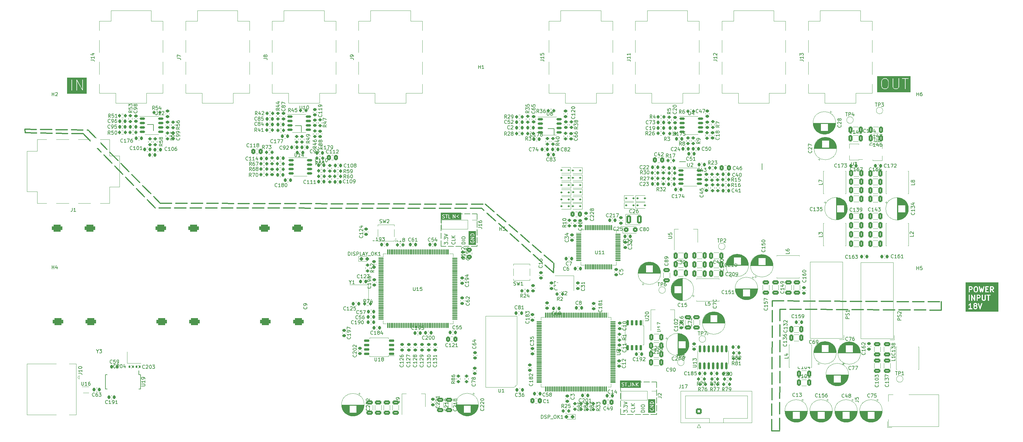
<source format=gto>
G04 #@! TF.GenerationSoftware,KiCad,Pcbnew,7.0.2*
G04 #@! TF.CreationDate,2024-04-03T18:34:27+02:00*
G04 #@! TF.ProjectId,stm_audio_board_V3,73746d5f-6175-4646-996f-5f626f617264,rev?*
G04 #@! TF.SameCoordinates,Original*
G04 #@! TF.FileFunction,Legend,Top*
G04 #@! TF.FilePolarity,Positive*
%FSLAX46Y46*%
G04 Gerber Fmt 4.6, Leading zero omitted, Abs format (unit mm)*
G04 Created by KiCad (PCBNEW 7.0.2) date 2024-04-03 18:34:27*
%MOMM*%
%LPD*%
G01*
G04 APERTURE LIST*
G04 Aperture macros list*
%AMRoundRect*
0 Rectangle with rounded corners*
0 $1 Rounding radius*
0 $2 $3 $4 $5 $6 $7 $8 $9 X,Y pos of 4 corners*
0 Add a 4 corners polygon primitive as box body*
4,1,4,$2,$3,$4,$5,$6,$7,$8,$9,$2,$3,0*
0 Add four circle primitives for the rounded corners*
1,1,$1+$1,$2,$3*
1,1,$1+$1,$4,$5*
1,1,$1+$1,$6,$7*
1,1,$1+$1,$8,$9*
0 Add four rect primitives between the rounded corners*
20,1,$1+$1,$2,$3,$4,$5,0*
20,1,$1+$1,$4,$5,$6,$7,0*
20,1,$1+$1,$6,$7,$8,$9,0*
20,1,$1+$1,$8,$9,$2,$3,0*%
%AMFreePoly0*
4,1,9,3.862500,-0.866500,0.737500,-0.866500,0.737500,-0.450000,-0.737500,-0.450000,-0.737500,0.450000,0.737500,0.450000,0.737500,0.866500,3.862500,0.866500,3.862500,-0.866500,3.862500,-0.866500,$1*%
G04 Aperture macros list end*
%ADD10C,0.150000*%
%ADD11C,0.300000*%
%ADD12C,0.120000*%
%ADD13RoundRect,0.225000X0.250000X-0.225000X0.250000X0.225000X-0.250000X0.225000X-0.250000X-0.225000X0*%
%ADD14RoundRect,0.150000X-0.625000X-0.150000X0.625000X-0.150000X0.625000X0.150000X-0.625000X0.150000X0*%
%ADD15RoundRect,0.225000X-0.225000X-0.250000X0.225000X-0.250000X0.225000X0.250000X-0.225000X0.250000X0*%
%ADD16RoundRect,0.200000X-0.200000X-0.275000X0.200000X-0.275000X0.200000X0.275000X-0.200000X0.275000X0*%
%ADD17RoundRect,0.225000X-0.250000X0.225000X-0.250000X-0.225000X0.250000X-0.225000X0.250000X0.225000X0*%
%ADD18R,1.400000X1.200000*%
%ADD19R,5.700000X1.700000*%
%ADD20RoundRect,0.200000X0.275000X-0.200000X0.275000X0.200000X-0.275000X0.200000X-0.275000X-0.200000X0*%
%ADD21RoundRect,0.225000X0.225000X0.250000X-0.225000X0.250000X-0.225000X-0.250000X0.225000X-0.250000X0*%
%ADD22C,3.000000*%
%ADD23RoundRect,0.200000X0.200000X0.275000X-0.200000X0.275000X-0.200000X-0.275000X0.200000X-0.275000X0*%
%ADD24C,1.500000*%
%ADD25RoundRect,0.200000X-0.275000X0.200000X-0.275000X-0.200000X0.275000X-0.200000X0.275000X0.200000X0*%
%ADD26RoundRect,0.250000X-0.650000X0.325000X-0.650000X-0.325000X0.650000X-0.325000X0.650000X0.325000X0*%
%ADD27R,1.500000X0.400000*%
%ADD28RoundRect,0.250000X-0.325000X-0.650000X0.325000X-0.650000X0.325000X0.650000X-0.325000X0.650000X0*%
%ADD29R,1.600000X1.600000*%
%ADD30C,1.600000*%
%ADD31RoundRect,0.250000X0.325000X0.650000X-0.325000X0.650000X-0.325000X-0.650000X0.325000X-0.650000X0*%
%ADD32R,2.100000X1.725000*%
%ADD33RoundRect,0.112500X-0.187500X-0.112500X0.187500X-0.112500X0.187500X0.112500X-0.187500X0.112500X0*%
%ADD34R,1.850000X1.850000*%
%ADD35C,1.850000*%
%ADD36RoundRect,0.250000X0.650000X-0.325000X0.650000X0.325000X-0.650000X0.325000X-0.650000X-0.325000X0*%
%ADD37R,2.000000X4.600000*%
%ADD38O,2.000000X4.200000*%
%ADD39O,4.200000X2.000000*%
%ADD40RoundRect,0.250000X0.337500X0.475000X-0.337500X0.475000X-0.337500X-0.475000X0.337500X-0.475000X0*%
%ADD41RoundRect,0.250000X0.600000X-0.600000X0.600000X0.600000X-0.600000X0.600000X-0.600000X-0.600000X0*%
%ADD42C,1.700000*%
%ADD43RoundRect,0.112500X0.187500X0.112500X-0.187500X0.112500X-0.187500X-0.112500X0.187500X-0.112500X0*%
%ADD44R,1.700000X5.700000*%
%ADD45RoundRect,0.250000X-0.337500X-0.475000X0.337500X-0.475000X0.337500X0.475000X-0.337500X0.475000X0*%
%ADD46RoundRect,0.150000X0.650000X0.150000X-0.650000X0.150000X-0.650000X-0.150000X0.650000X-0.150000X0*%
%ADD47RoundRect,0.150000X0.150000X-0.825000X0.150000X0.825000X-0.150000X0.825000X-0.150000X-0.825000X0*%
%ADD48RoundRect,0.250000X0.475000X-0.337500X0.475000X0.337500X-0.475000X0.337500X-0.475000X-0.337500X0*%
%ADD49C,5.600000*%
%ADD50R,1.700000X1.700000*%
%ADD51O,1.700000X1.700000*%
%ADD52RoundRect,0.150000X-0.150000X0.650000X-0.150000X-0.650000X0.150000X-0.650000X0.150000X0.650000X0*%
%ADD53RoundRect,0.075000X-0.662500X-0.075000X0.662500X-0.075000X0.662500X0.075000X-0.662500X0.075000X0*%
%ADD54RoundRect,0.075000X-0.075000X-0.662500X0.075000X-0.662500X0.075000X0.662500X-0.075000X0.662500X0*%
%ADD55R,1.524000X1.524000*%
%ADD56C,1.524000*%
%ADD57C,3.500000*%
%ADD58RoundRect,0.250000X-0.412500X-0.925000X0.412500X-0.925000X0.412500X0.925000X-0.412500X0.925000X0*%
%ADD59R,1.300000X0.900000*%
%ADD60FreePoly0,0.000000*%
%ADD61RoundRect,0.237500X0.287500X0.237500X-0.287500X0.237500X-0.287500X-0.237500X0.287500X-0.237500X0*%
%ADD62FreePoly0,180.000000*%
%ADD63RoundRect,0.237500X-0.287500X-0.237500X0.287500X-0.237500X0.287500X0.237500X-0.287500X0.237500X0*%
%ADD64R,1.600000X1.400000*%
%ADD65R,0.500000X0.375000*%
%ADD66R,0.650000X0.300000*%
%ADD67RoundRect,0.075000X-0.700000X-0.075000X0.700000X-0.075000X0.700000X0.075000X-0.700000X0.075000X0*%
%ADD68RoundRect,0.075000X-0.075000X-0.700000X0.075000X-0.700000X0.075000X0.700000X-0.075000X0.700000X0*%
%ADD69RoundRect,0.140000X0.140000X0.170000X-0.140000X0.170000X-0.140000X-0.170000X0.140000X-0.170000X0*%
%ADD70R,1.500000X2.000000*%
%ADD71R,3.800000X2.000000*%
%ADD72RoundRect,0.075000X-0.075000X0.662500X-0.075000X-0.662500X0.075000X-0.662500X0.075000X0.662500X0*%
%ADD73RoundRect,0.075000X-0.662500X0.075000X-0.662500X-0.075000X0.662500X-0.075000X0.662500X0.075000X0*%
%ADD74R,0.400000X1.200000*%
%ADD75RoundRect,0.250000X-0.450000X-0.425000X0.450000X-0.425000X0.450000X0.425000X-0.450000X0.425000X0*%
%ADD76R,1.800000X1.800000*%
%ADD77C,1.800000*%
%ADD78RoundRect,0.500000X1.000000X-0.500000X1.000000X0.500000X-1.000000X0.500000X-1.000000X-0.500000X0*%
G04 APERTURE END LIST*
D10*
X160205620Y-85258478D02*
X161855620Y-85258478D01*
X162455620Y-85258478D02*
X164105620Y-85258478D01*
X164705620Y-85258478D02*
X166355620Y-85258478D01*
X166955620Y-85258478D02*
X168605620Y-85258478D01*
X169205620Y-85258478D02*
X170619620Y-85258478D01*
X170619620Y-85258478D02*
X170619620Y-86908478D01*
X170619620Y-87508478D02*
X170619620Y-89158478D01*
X170619620Y-89758478D02*
X170619620Y-91408478D01*
X170619620Y-92008478D02*
X170619620Y-93658478D01*
X170619620Y-94258478D02*
X170619620Y-94656478D01*
X170619620Y-94656478D02*
X168969620Y-94656478D01*
X168369620Y-94656478D02*
X166719620Y-94656478D01*
X166119620Y-94656478D02*
X164469620Y-94656478D01*
X163869620Y-94656478D02*
X162219620Y-94656478D01*
X161619620Y-94656478D02*
X160205620Y-94656478D01*
X160205620Y-94656478D02*
X160205620Y-93006478D01*
X160205620Y-92406478D02*
X160205620Y-90756478D01*
X160205620Y-90156478D02*
X160205620Y-88506478D01*
X160205620Y-87906478D02*
X160205620Y-86256478D01*
X160205620Y-85656478D02*
X160205620Y-85258478D01*
X75325600Y-59405000D02*
X77103600Y-59405000D01*
X212075754Y-133823798D02*
X213725754Y-133823798D01*
X214325754Y-133823798D02*
X215975754Y-133823798D01*
X216575754Y-133823798D02*
X218225754Y-133823798D01*
X218825754Y-133823798D02*
X220475754Y-133823798D01*
X221075754Y-133823798D02*
X222489754Y-133823798D01*
X222489754Y-133823798D02*
X222489754Y-135473798D01*
X222489754Y-136073798D02*
X222489754Y-137723798D01*
X222489754Y-138323798D02*
X222489754Y-139973798D01*
X222489754Y-140573798D02*
X222489754Y-142223798D01*
X222489754Y-142823798D02*
X222489754Y-143221798D01*
X222489754Y-143221798D02*
X220839754Y-143221798D01*
X220239754Y-143221798D02*
X218589754Y-143221798D01*
X217989754Y-143221798D02*
X216339754Y-143221798D01*
X215739754Y-143221798D02*
X214089754Y-143221798D01*
X213489754Y-143221798D02*
X212075754Y-143221798D01*
X212075754Y-143221798D02*
X212075754Y-141571798D01*
X212075754Y-140971798D02*
X212075754Y-139321798D01*
X212075754Y-138721798D02*
X212075754Y-137071798D01*
X212075754Y-136471798D02*
X212075754Y-134821798D01*
X212075754Y-134221798D02*
X212075754Y-133823798D01*
D11*
X304826763Y-110701096D02*
X304826763Y-113101096D01*
X304826763Y-113101096D02*
X301526820Y-113081633D01*
X300326841Y-113074555D02*
X297026899Y-113055091D01*
X295826920Y-113048014D02*
X292526977Y-113028550D01*
X291326998Y-113021473D02*
X288027055Y-113002009D01*
X286827076Y-112994932D02*
X283527133Y-112975468D01*
X282327154Y-112968391D02*
X279027212Y-112948927D01*
X277827233Y-112941849D02*
X274527290Y-112922386D01*
X273327311Y-112915308D02*
X270027368Y-112895845D01*
X268827389Y-112888767D02*
X265527447Y-112869304D01*
X264327467Y-112862226D02*
X261027525Y-112842763D01*
X259827546Y-112835685D02*
X258201763Y-112826097D01*
X258201763Y-112826096D02*
X258192388Y-116126083D01*
X258188979Y-117326078D02*
X258179604Y-120626065D01*
X258176195Y-121826060D02*
X258166820Y-125126046D01*
X258163411Y-126326042D02*
X258154036Y-129626028D01*
X258150627Y-130826023D02*
X258141252Y-134126010D01*
X258137843Y-135326005D02*
X258128468Y-138625992D01*
X258125059Y-139825987D02*
X258115684Y-143125974D01*
X258112275Y-144325969D02*
X258102900Y-147625956D01*
X258101763Y-148026096D02*
X255801763Y-148026096D01*
X255801763Y-148026096D02*
X255819316Y-144726143D01*
X255825699Y-143526160D02*
X255843252Y-140226206D01*
X255849635Y-139026223D02*
X255867188Y-135726270D01*
X255873570Y-134526287D02*
X255891123Y-131226334D01*
X255897506Y-130026351D02*
X255915059Y-126726397D01*
X255921442Y-125526414D02*
X255938995Y-122226461D01*
X255945378Y-121026478D02*
X255962931Y-117726525D01*
X255969314Y-116526542D02*
X255986867Y-113226588D01*
X255993250Y-112026605D02*
X256001763Y-110426096D01*
X256001763Y-110426096D02*
X259301711Y-110444682D01*
X260501692Y-110451441D02*
X263801639Y-110470028D01*
X265001620Y-110476786D02*
X268301568Y-110495373D01*
X269501549Y-110502132D02*
X272801497Y-110520718D01*
X274001477Y-110527477D02*
X277301425Y-110546063D01*
X278501406Y-110552822D02*
X281801354Y-110571409D01*
X283001335Y-110578167D02*
X286301282Y-110596754D01*
X287501263Y-110603513D02*
X290801211Y-110622099D01*
X292001192Y-110628858D02*
X295301140Y-110647444D01*
X296501121Y-110654203D02*
X299801068Y-110672789D01*
X301001049Y-110679548D02*
X304300997Y-110698135D01*
D10*
X229150400Y-70208400D02*
X230928400Y-70208400D01*
X192855800Y-60592200D02*
X192855800Y-62370200D01*
X119862627Y-59787091D02*
X119862627Y-61565091D01*
D11*
X192811400Y-99568000D02*
X192735200Y-102260400D01*
X192735200Y-102260400D02*
X190275904Y-100059977D01*
X189381614Y-99259823D02*
X186922318Y-97059400D01*
X186028028Y-96259246D02*
X183568732Y-94058823D01*
X182674442Y-93258669D02*
X180215146Y-91058246D01*
X179320856Y-90258093D02*
X176861560Y-88057669D01*
X175967270Y-87257516D02*
X173507974Y-85057093D01*
X172613685Y-84256939D02*
X171983401Y-83693000D01*
X171983400Y-83693000D02*
X168683404Y-83688002D01*
X167483405Y-83686184D02*
X164183409Y-83681185D01*
X162983410Y-83679368D02*
X159683414Y-83674369D01*
X158483415Y-83672552D02*
X155183419Y-83667553D01*
X153983421Y-83665736D02*
X150683424Y-83660737D01*
X149483426Y-83658919D02*
X146183430Y-83653921D01*
X144983431Y-83652103D02*
X141683435Y-83647105D01*
X140483436Y-83645287D02*
X137183440Y-83640289D01*
X135983441Y-83638471D02*
X132683445Y-83633473D01*
X131483446Y-83631655D02*
X128183450Y-83626656D01*
X126983452Y-83624839D02*
X123683455Y-83619840D01*
X122483457Y-83618023D02*
X119183461Y-83613024D01*
X117983462Y-83611207D02*
X114683466Y-83606208D01*
X113483467Y-83604390D02*
X110183471Y-83599392D01*
X108983472Y-83597574D02*
X105683476Y-83592576D01*
X104483477Y-83590758D02*
X101183481Y-83585760D01*
X99983483Y-83583942D02*
X96683486Y-83578944D01*
X95483488Y-83577126D02*
X92183492Y-83572127D01*
X90983493Y-83570310D02*
X87683497Y-83565311D01*
X86483498Y-83563494D02*
X83183502Y-83558495D01*
X81983503Y-83556678D02*
X78683507Y-83551679D01*
X77575000Y-83550000D02*
X75277719Y-81180929D01*
X74442344Y-80319448D02*
X72145062Y-77950377D01*
X71309687Y-77088896D02*
X69012406Y-74719825D01*
X68177031Y-73858345D02*
X65879750Y-71489273D01*
X65044375Y-70627793D02*
X62747094Y-68258722D01*
X61911719Y-67397241D02*
X59614437Y-65028170D01*
X58779062Y-64166689D02*
X56775000Y-62100000D01*
X56775000Y-62100000D02*
X53475441Y-62046070D01*
X52275601Y-62026459D02*
X48976042Y-61972528D01*
X47776202Y-61952917D02*
X44476643Y-61898987D01*
X43276803Y-61879376D02*
X39977244Y-61825445D01*
X39950000Y-61825000D02*
X39900001Y-60800000D01*
X39900000Y-60800000D02*
X43199626Y-60849652D01*
X44399491Y-60867708D02*
X47699117Y-60917360D01*
X48898981Y-60935416D02*
X52198608Y-60985068D01*
X53398472Y-61003123D02*
X56698098Y-61052776D01*
X57897962Y-61070831D02*
X58175000Y-61074999D01*
X58175000Y-61075000D02*
X60491706Y-63425080D01*
X61334144Y-64279654D02*
X63650850Y-66629734D01*
X64493288Y-67484308D02*
X66809994Y-69834388D01*
X67652433Y-70688962D02*
X69969138Y-73039042D01*
X70811577Y-73893616D02*
X73128283Y-76243696D01*
X73970721Y-77098270D02*
X76287427Y-79448350D01*
X77129865Y-80302925D02*
X79000000Y-82200000D01*
X79000000Y-82200000D02*
X82299983Y-82210504D01*
X83499977Y-82214323D02*
X86799960Y-82224827D01*
X87999954Y-82228647D02*
X91299938Y-82239151D01*
X92499932Y-82242970D02*
X95799915Y-82253474D01*
X96999909Y-82257294D02*
X100299892Y-82267798D01*
X101499886Y-82271617D02*
X104799869Y-82282121D01*
X105999863Y-82285941D02*
X109299847Y-82296444D01*
X110499840Y-82300264D02*
X113799824Y-82310768D01*
X114999818Y-82314587D02*
X118299801Y-82325091D01*
X119499795Y-82328911D02*
X122799778Y-82339415D01*
X123999772Y-82343234D02*
X127299755Y-82353738D01*
X128499749Y-82357558D02*
X131799733Y-82368061D01*
X132999726Y-82371881D02*
X136299710Y-82382385D01*
X137499704Y-82386205D02*
X140799687Y-82396708D01*
X141999681Y-82400528D02*
X145299664Y-82411032D01*
X146499658Y-82414851D02*
X149799641Y-82425355D01*
X150999635Y-82429175D02*
X154299619Y-82439679D01*
X155499612Y-82443498D02*
X158799596Y-82454002D01*
X159999590Y-82457822D02*
X163299573Y-82468325D01*
X164499567Y-82472145D02*
X167799550Y-82482649D01*
X168999544Y-82486468D02*
X172299527Y-82496972D01*
X172999400Y-82499200D02*
X175499509Y-84653140D01*
X176408639Y-85436391D02*
X178908748Y-87590330D01*
X179817878Y-88373581D02*
X182317987Y-90527521D01*
X183227117Y-91310772D02*
X185727226Y-93464712D01*
X186636356Y-94247962D02*
X189136465Y-96401902D01*
X190045596Y-97185153D02*
X192545704Y-99339093D01*
D10*
X253026400Y-70716400D02*
X253026400Y-72494400D01*
X118084627Y-59787091D02*
X119862627Y-59787091D01*
X77103600Y-59405000D02*
X77103600Y-61183000D01*
X191077800Y-60592200D02*
X192855800Y-60592200D01*
X164204400Y-93413202D02*
X164252020Y-93460821D01*
X164252020Y-93460821D02*
X164299639Y-93603678D01*
X164299639Y-93603678D02*
X164299639Y-93698916D01*
X164299639Y-93698916D02*
X164252020Y-93841773D01*
X164252020Y-93841773D02*
X164156781Y-93937011D01*
X164156781Y-93937011D02*
X164061543Y-93984630D01*
X164061543Y-93984630D02*
X163871067Y-94032249D01*
X163871067Y-94032249D02*
X163728210Y-94032249D01*
X163728210Y-94032249D02*
X163537734Y-93984630D01*
X163537734Y-93984630D02*
X163442496Y-93937011D01*
X163442496Y-93937011D02*
X163347258Y-93841773D01*
X163347258Y-93841773D02*
X163299639Y-93698916D01*
X163299639Y-93698916D02*
X163299639Y-93603678D01*
X163299639Y-93603678D02*
X163347258Y-93460821D01*
X163347258Y-93460821D02*
X163394877Y-93413202D01*
X164299639Y-92508440D02*
X164299639Y-92984630D01*
X164299639Y-92984630D02*
X163299639Y-92984630D01*
X164299639Y-92175106D02*
X163299639Y-92175106D01*
X164299639Y-91603678D02*
X163728210Y-92032249D01*
X163299639Y-91603678D02*
X163871067Y-92175106D01*
D11*
G36*
X314880917Y-112025592D02*
G01*
X314917920Y-112062595D01*
X314962628Y-112152010D01*
X314962628Y-112366903D01*
X314917921Y-112456316D01*
X314880916Y-112493322D01*
X314791504Y-112538028D01*
X314576609Y-112538028D01*
X314487195Y-112493321D01*
X314450190Y-112456316D01*
X314405485Y-112366903D01*
X314405485Y-112152010D01*
X314450191Y-112062594D01*
X314487195Y-112025591D01*
X314576609Y-111980885D01*
X314791503Y-111980885D01*
X314880917Y-112025592D01*
G37*
G36*
X314880917Y-111382735D02*
G01*
X314917921Y-111419739D01*
X314962628Y-111509151D01*
X314962628Y-111509760D01*
X314917921Y-111599173D01*
X314880916Y-111636179D01*
X314791504Y-111680885D01*
X314576609Y-111680885D01*
X314487195Y-111636177D01*
X314450190Y-111599173D01*
X314405485Y-111509760D01*
X314405485Y-111509151D01*
X314450191Y-111419738D01*
X314487195Y-111382734D01*
X314576609Y-111338028D01*
X314791503Y-111338028D01*
X314880917Y-111382735D01*
G37*
G36*
X315809490Y-108952735D02*
G01*
X315846493Y-108989738D01*
X315891200Y-109079152D01*
X315891200Y-109222618D01*
X315846493Y-109312031D01*
X315809488Y-109349036D01*
X315720076Y-109393742D01*
X315334057Y-109393742D01*
X315334057Y-108908028D01*
X315720075Y-108908028D01*
X315809490Y-108952735D01*
G37*
G36*
X315023774Y-106522735D02*
G01*
X315120040Y-106619001D01*
X315176914Y-106846492D01*
X315176914Y-107309562D01*
X315120040Y-107537053D01*
X315023773Y-107633322D01*
X314934361Y-107678028D01*
X314719467Y-107678028D01*
X314630053Y-107633321D01*
X314533786Y-107537054D01*
X314476914Y-107309563D01*
X314476914Y-106846492D01*
X314533785Y-106619002D01*
X314630055Y-106522733D01*
X314719467Y-106478028D01*
X314934360Y-106478028D01*
X315023774Y-106522735D01*
G37*
G36*
X313523775Y-106522735D02*
G01*
X313560778Y-106559738D01*
X313605485Y-106649152D01*
X313605485Y-106792618D01*
X313560778Y-106882032D01*
X313523773Y-106919036D01*
X313434361Y-106963742D01*
X313048342Y-106963742D01*
X313048342Y-106478028D01*
X313434360Y-106478028D01*
X313523775Y-106522735D01*
G37*
G36*
X319666633Y-106522735D02*
G01*
X319703636Y-106559738D01*
X319748343Y-106649152D01*
X319748343Y-106792618D01*
X319703635Y-106882032D01*
X319666631Y-106919036D01*
X319577219Y-106963742D01*
X319406096Y-106963742D01*
X319369997Y-106960001D01*
X319362594Y-106963742D01*
X319191200Y-106963742D01*
X319191200Y-106478028D01*
X319577218Y-106478028D01*
X319666633Y-106522735D01*
G37*
G36*
X321298344Y-113535886D02*
G01*
X311876914Y-113535886D01*
X311876914Y-111622110D01*
X312670679Y-111622110D01*
X312698459Y-111705703D01*
X312767023Y-111761006D01*
X312854602Y-111770461D01*
X313020029Y-111687746D01*
X313044693Y-111682381D01*
X313073913Y-111653160D01*
X313104184Y-111625004D01*
X313104910Y-111622163D01*
X313105485Y-111621589D01*
X313105485Y-112538028D01*
X312805346Y-112538028D01*
X312742394Y-112556512D01*
X312684709Y-112623085D01*
X312672172Y-112710277D01*
X312708765Y-112790404D01*
X312782870Y-112838028D01*
X313244754Y-112838028D01*
X313277734Y-112842770D01*
X313288117Y-112838028D01*
X313705625Y-112838028D01*
X313768577Y-112819544D01*
X313826262Y-112752971D01*
X313838799Y-112665779D01*
X313802206Y-112585652D01*
X313728101Y-112538028D01*
X313405485Y-112538028D01*
X313405485Y-112133382D01*
X314100055Y-112133382D01*
X314105485Y-112146473D01*
X314105485Y-112394237D01*
X314101624Y-112430001D01*
X314115331Y-112457415D01*
X314123969Y-112486834D01*
X314134680Y-112496115D01*
X314184338Y-112595431D01*
X314189703Y-112620093D01*
X314218908Y-112649298D01*
X314247080Y-112679584D01*
X314249920Y-112680310D01*
X314278977Y-112709367D01*
X314291866Y-112731067D01*
X314328815Y-112749541D01*
X314365111Y-112769361D01*
X314368035Y-112769151D01*
X314466893Y-112818580D01*
X314497155Y-112838028D01*
X314527807Y-112838028D01*
X314557981Y-112843458D01*
X314571073Y-112838028D01*
X314818840Y-112838028D01*
X314854600Y-112841889D01*
X314882015Y-112828181D01*
X314911433Y-112819544D01*
X314920714Y-112808832D01*
X315020033Y-112759174D01*
X315044694Y-112753809D01*
X315073892Y-112724610D01*
X315104184Y-112696434D01*
X315104910Y-112693590D01*
X315133963Y-112664537D01*
X315155666Y-112651648D01*
X315174153Y-112614673D01*
X315193960Y-112578401D01*
X315193750Y-112575478D01*
X315243180Y-112476619D01*
X315262628Y-112446358D01*
X315262628Y-112415705D01*
X315268058Y-112385533D01*
X315262628Y-112372440D01*
X315262628Y-112124675D01*
X315266489Y-112088912D01*
X315252781Y-112061496D01*
X315244144Y-112032080D01*
X315233432Y-112022798D01*
X315183773Y-111923480D01*
X315178409Y-111898819D01*
X315149187Y-111869597D01*
X315121032Y-111839329D01*
X315118192Y-111838602D01*
X315110474Y-111830884D01*
X315133963Y-111807394D01*
X315155666Y-111794505D01*
X315174153Y-111757530D01*
X315193960Y-111721258D01*
X315193750Y-111718335D01*
X315243180Y-111619476D01*
X315262628Y-111589215D01*
X315262628Y-111558562D01*
X315268058Y-111528390D01*
X315262628Y-111515297D01*
X315262628Y-111481816D01*
X315266489Y-111446053D01*
X315252780Y-111418637D01*
X315244144Y-111389222D01*
X315233432Y-111379940D01*
X315183774Y-111280625D01*
X315178409Y-111255962D01*
X315149178Y-111226731D01*
X315121032Y-111196472D01*
X315118192Y-111195745D01*
X315116125Y-111193678D01*
X315384969Y-111193678D01*
X315890315Y-112709719D01*
X315889704Y-112726622D01*
X315903975Y-112750700D01*
X315905717Y-112755924D01*
X315914926Y-112769175D01*
X315934619Y-112802399D01*
X315939831Y-112805011D01*
X315943160Y-112809800D01*
X315978843Y-112824561D01*
X316013373Y-112841865D01*
X316019172Y-112841244D01*
X316024558Y-112843472D01*
X316062555Y-112836599D01*
X316100959Y-112832488D01*
X316105499Y-112828832D01*
X316111240Y-112827794D01*
X316139500Y-112801458D01*
X316169574Y-112777246D01*
X316171417Y-112771714D01*
X316175683Y-112767740D01*
X316185215Y-112730322D01*
X316690322Y-111215001D01*
X316692694Y-111149434D01*
X316647779Y-111073657D01*
X316569026Y-111034191D01*
X316481439Y-111043568D01*
X316412824Y-111098810D01*
X316041198Y-112213686D01*
X315676681Y-111120133D01*
X315639238Y-111066256D01*
X315557840Y-111032584D01*
X315471158Y-111048263D01*
X315406715Y-111108316D01*
X315384969Y-111193678D01*
X315116125Y-111193678D01*
X315089134Y-111166688D01*
X315076247Y-111144990D01*
X315039293Y-111126513D01*
X315003002Y-111106696D01*
X315000077Y-111106905D01*
X314901215Y-111057473D01*
X314870957Y-111038028D01*
X314840306Y-111038028D01*
X314810132Y-111032598D01*
X314797040Y-111038028D01*
X314549274Y-111038028D01*
X314513510Y-111034167D01*
X314486094Y-111047875D01*
X314456679Y-111056512D01*
X314447397Y-111067223D01*
X314348082Y-111116882D01*
X314323421Y-111122247D01*
X314294206Y-111151461D01*
X314263929Y-111179624D01*
X314263202Y-111182464D01*
X314234146Y-111211519D01*
X314212446Y-111224409D01*
X314193965Y-111261369D01*
X314174153Y-111297653D01*
X314174362Y-111300576D01*
X314124930Y-111399439D01*
X314105485Y-111429698D01*
X314105485Y-111460349D01*
X314100055Y-111490524D01*
X314105485Y-111503616D01*
X314105485Y-111537094D01*
X314101624Y-111572858D01*
X314115331Y-111600272D01*
X314123969Y-111629691D01*
X314134680Y-111638972D01*
X314184338Y-111738288D01*
X314189703Y-111762950D01*
X314218908Y-111792155D01*
X314247080Y-111822441D01*
X314249920Y-111823167D01*
X314257638Y-111830885D01*
X314234146Y-111854376D01*
X314212446Y-111867266D01*
X314193967Y-111904222D01*
X314174153Y-111940510D01*
X314174362Y-111943434D01*
X314124932Y-112042295D01*
X314105485Y-112072556D01*
X314105485Y-112103207D01*
X314100055Y-112133382D01*
X313405485Y-112133382D01*
X313405485Y-111210884D01*
X313411796Y-111190655D01*
X313405485Y-111167744D01*
X313405485Y-111166460D01*
X313399760Y-111146964D01*
X313388402Y-111105730D01*
X313387386Y-111104819D01*
X313387001Y-111103508D01*
X313354671Y-111075494D01*
X313322808Y-111046933D01*
X313321458Y-111046715D01*
X313320428Y-111045823D01*
X313278120Y-111039739D01*
X313235840Y-111032934D01*
X313234588Y-111033480D01*
X313233236Y-111033286D01*
X313194293Y-111051070D01*
X313155109Y-111068176D01*
X313154352Y-111069311D01*
X313153109Y-111069879D01*
X313129963Y-111105894D01*
X312996060Y-111306749D01*
X312880917Y-111421892D01*
X312740541Y-111492082D01*
X312692501Y-111536767D01*
X312670679Y-111622110D01*
X311876914Y-111622110D01*
X311876914Y-110279596D01*
X312748342Y-110279596D01*
X312766826Y-110342548D01*
X312833399Y-110400233D01*
X312920591Y-110412770D01*
X313000718Y-110376177D01*
X313048342Y-110302072D01*
X313048342Y-108794208D01*
X313460540Y-108794208D01*
X313462628Y-108797862D01*
X313462628Y-110279596D01*
X313481112Y-110342548D01*
X313547685Y-110400233D01*
X313634877Y-110412770D01*
X313715004Y-110376177D01*
X313762628Y-110302072D01*
X313762628Y-109322862D01*
X314330803Y-110317169D01*
X314338255Y-110342548D01*
X314368588Y-110368831D01*
X314397517Y-110396662D01*
X314401647Y-110397477D01*
X314404828Y-110400233D01*
X314444561Y-110405946D01*
X314483938Y-110413717D01*
X314487851Y-110412170D01*
X314492020Y-110412770D01*
X314528543Y-110396090D01*
X314565862Y-110381343D01*
X314568318Y-110377925D01*
X314572147Y-110376177D01*
X314593838Y-110342423D01*
X314617277Y-110309818D01*
X314617496Y-110305611D01*
X314619771Y-110302072D01*
X314619771Y-110261946D01*
X314621860Y-110221848D01*
X314619771Y-110218192D01*
X314619771Y-109565991D01*
X315029315Y-109565991D01*
X315034057Y-109576374D01*
X315034057Y-110279596D01*
X315052541Y-110342548D01*
X315119114Y-110400233D01*
X315206306Y-110412770D01*
X315286433Y-110376177D01*
X315334057Y-110302072D01*
X315334057Y-110000002D01*
X316530196Y-110000002D01*
X316543903Y-110027416D01*
X316552541Y-110056834D01*
X316563253Y-110066116D01*
X316612910Y-110165429D01*
X316618276Y-110190093D01*
X316647496Y-110219313D01*
X316675653Y-110249584D01*
X316678493Y-110250310D01*
X316707550Y-110279367D01*
X316720439Y-110301067D01*
X316757388Y-110319541D01*
X316793684Y-110339361D01*
X316796608Y-110339151D01*
X316895466Y-110388580D01*
X316925728Y-110408028D01*
X316956380Y-110408028D01*
X316986554Y-110413458D01*
X316999646Y-110408028D01*
X317247410Y-110408028D01*
X317283173Y-110411889D01*
X317310587Y-110398181D01*
X317340006Y-110389544D01*
X317349287Y-110378832D01*
X317448603Y-110329174D01*
X317473265Y-110323810D01*
X317502476Y-110294598D01*
X317532756Y-110266433D01*
X317533482Y-110263592D01*
X317562539Y-110234535D01*
X317584239Y-110221647D01*
X317602713Y-110184697D01*
X317622533Y-110148402D01*
X317622323Y-110145477D01*
X317671752Y-110046619D01*
X317691200Y-110016358D01*
X317691199Y-109985706D01*
X317696630Y-109955532D01*
X317691200Y-109942439D01*
X317691200Y-108780277D01*
X317886459Y-108780277D01*
X317923052Y-108860404D01*
X317997157Y-108908028D01*
X318319772Y-108908028D01*
X318319772Y-110279596D01*
X318338256Y-110342548D01*
X318404829Y-110400233D01*
X318492021Y-110412770D01*
X318572148Y-110376177D01*
X318619772Y-110302072D01*
X318619772Y-108908028D01*
X318919912Y-108908028D01*
X318982864Y-108889544D01*
X319040549Y-108822971D01*
X319053086Y-108735779D01*
X319016493Y-108655652D01*
X318942388Y-108608028D01*
X318480503Y-108608028D01*
X318447523Y-108603286D01*
X318437140Y-108608028D01*
X318019633Y-108608028D01*
X317956681Y-108626512D01*
X317898996Y-108693085D01*
X317886459Y-108780277D01*
X317691200Y-108780277D01*
X317691200Y-108736460D01*
X317672716Y-108673508D01*
X317606143Y-108615823D01*
X317518951Y-108603286D01*
X317438824Y-108639879D01*
X317391200Y-108713984D01*
X317391200Y-109936903D01*
X317346493Y-110026317D01*
X317309488Y-110063322D01*
X317220076Y-110108028D01*
X317005182Y-110108028D01*
X316915768Y-110063321D01*
X316878764Y-110026317D01*
X316834057Y-109936904D01*
X316834057Y-108736460D01*
X316815573Y-108673508D01*
X316749000Y-108615823D01*
X316661808Y-108603286D01*
X316581681Y-108639879D01*
X316534057Y-108713984D01*
X316534057Y-109964238D01*
X316530196Y-110000002D01*
X315334057Y-110000002D01*
X315334057Y-109693742D01*
X315747410Y-109693742D01*
X315783173Y-109697603D01*
X315810587Y-109683895D01*
X315840006Y-109675258D01*
X315849287Y-109664546D01*
X315948603Y-109614888D01*
X315973265Y-109609524D01*
X316002476Y-109580312D01*
X316032756Y-109552147D01*
X316033482Y-109549306D01*
X316062539Y-109520249D01*
X316084239Y-109507361D01*
X316102713Y-109470411D01*
X316122533Y-109434116D01*
X316122323Y-109431191D01*
X316171752Y-109332333D01*
X316191200Y-109302072D01*
X316191200Y-109271420D01*
X316196630Y-109241246D01*
X316191200Y-109228153D01*
X316191200Y-109051818D01*
X316195061Y-109016055D01*
X316181353Y-108988640D01*
X316172716Y-108959222D01*
X316162004Y-108949940D01*
X316112346Y-108850622D01*
X316106981Y-108825962D01*
X316077773Y-108796754D01*
X316049605Y-108766472D01*
X316046764Y-108765745D01*
X316017706Y-108736688D01*
X316004819Y-108714990D01*
X315967869Y-108696515D01*
X315931573Y-108676696D01*
X315928649Y-108676905D01*
X315829795Y-108627478D01*
X315799530Y-108608028D01*
X315768877Y-108608028D01*
X315738705Y-108602598D01*
X315725613Y-108608028D01*
X315194788Y-108608028D01*
X315161808Y-108603286D01*
X315131501Y-108617126D01*
X315099537Y-108626512D01*
X315092062Y-108635137D01*
X315081681Y-108639879D01*
X315063668Y-108667906D01*
X315041852Y-108693085D01*
X315040227Y-108704382D01*
X315034057Y-108713984D01*
X315034057Y-108747297D01*
X315029315Y-108780277D01*
X315034057Y-108790660D01*
X315034057Y-109533011D01*
X315029315Y-109565991D01*
X314619771Y-109565991D01*
X314619771Y-108736460D01*
X314601287Y-108673508D01*
X314534714Y-108615823D01*
X314447522Y-108603286D01*
X314367395Y-108639879D01*
X314319771Y-108713984D01*
X314319771Y-109693192D01*
X313751595Y-108698886D01*
X313744144Y-108673508D01*
X313713810Y-108647224D01*
X313684882Y-108619394D01*
X313680751Y-108618578D01*
X313677571Y-108615823D01*
X313637837Y-108610109D01*
X313598461Y-108602339D01*
X313594547Y-108603885D01*
X313590379Y-108603286D01*
X313553855Y-108619965D01*
X313516537Y-108634713D01*
X313514080Y-108638130D01*
X313510252Y-108639879D01*
X313488556Y-108673637D01*
X313465122Y-108706239D01*
X313464902Y-108710444D01*
X313462628Y-108713984D01*
X313462628Y-108754120D01*
X313460540Y-108794208D01*
X313048342Y-108794208D01*
X313048342Y-108736460D01*
X313029858Y-108673508D01*
X312963285Y-108615823D01*
X312876093Y-108603286D01*
X312795966Y-108639879D01*
X312748342Y-108713984D01*
X312748342Y-110279596D01*
X311876914Y-110279596D01*
X311876914Y-107135991D01*
X312743600Y-107135991D01*
X312748342Y-107146374D01*
X312748342Y-107849596D01*
X312766826Y-107912548D01*
X312833399Y-107970233D01*
X312920591Y-107982770D01*
X313000718Y-107946177D01*
X313048342Y-107872072D01*
X313048342Y-107321679D01*
X314170710Y-107321679D01*
X314176914Y-107346494D01*
X314176914Y-107349596D01*
X314182132Y-107367369D01*
X314252254Y-107647856D01*
X314261132Y-107688664D01*
X314278688Y-107706220D01*
X314291252Y-107727635D01*
X314309195Y-107736727D01*
X314421835Y-107849367D01*
X314434724Y-107871067D01*
X314471673Y-107889541D01*
X314507969Y-107909361D01*
X314510893Y-107909151D01*
X314609751Y-107958580D01*
X314640013Y-107978028D01*
X314670665Y-107978028D01*
X314700839Y-107983458D01*
X314713931Y-107978028D01*
X314961695Y-107978028D01*
X314997458Y-107981889D01*
X315024872Y-107968181D01*
X315054291Y-107959544D01*
X315063572Y-107948832D01*
X315162888Y-107899175D01*
X315187551Y-107893810D01*
X315216771Y-107864589D01*
X315247041Y-107836433D01*
X315247767Y-107833593D01*
X315359913Y-107721445D01*
X315390324Y-107692852D01*
X315396345Y-107668767D01*
X315408246Y-107646973D01*
X315406810Y-107626905D01*
X315466447Y-107388357D01*
X315476914Y-107372072D01*
X315476914Y-107346492D01*
X315477666Y-107343485D01*
X315476914Y-107324979D01*
X315476914Y-106852714D01*
X315483118Y-106834376D01*
X315476914Y-106809560D01*
X315476914Y-106806460D01*
X315471696Y-106788689D01*
X315401570Y-106508189D01*
X315392695Y-106467392D01*
X315375140Y-106449837D01*
X315362575Y-106428420D01*
X315344629Y-106419326D01*
X315245228Y-106319925D01*
X315670792Y-106319925D01*
X316034495Y-107847480D01*
X316035204Y-107875807D01*
X316056695Y-107907478D01*
X316075694Y-107940711D01*
X316081188Y-107943573D01*
X316084666Y-107948698D01*
X316119872Y-107963724D01*
X316153818Y-107981408D01*
X316159985Y-107980845D01*
X316165684Y-107983278D01*
X316203427Y-107976884D01*
X316241542Y-107973409D01*
X316246427Y-107969600D01*
X316252534Y-107968566D01*
X316280819Y-107942790D01*
X316311015Y-107919252D01*
X316313066Y-107913405D01*
X316317644Y-107909234D01*
X316327507Y-107872247D01*
X316340179Y-107836131D01*
X316338744Y-107830106D01*
X316469771Y-107338756D01*
X316606501Y-107851491D01*
X316607970Y-107879788D01*
X316630305Y-107910872D01*
X316650188Y-107943581D01*
X316655757Y-107946294D01*
X316659371Y-107951324D01*
X316694965Y-107965398D01*
X316729377Y-107982165D01*
X316735527Y-107981437D01*
X316741289Y-107983715D01*
X316778845Y-107976310D01*
X316816855Y-107971812D01*
X316821636Y-107967873D01*
X316827712Y-107966676D01*
X316855293Y-107940151D01*
X316884848Y-107915809D01*
X316886741Y-107909909D01*
X316891205Y-107905617D01*
X316900068Y-107868390D01*
X316905882Y-107850277D01*
X317529315Y-107850277D01*
X317543155Y-107880583D01*
X317552541Y-107912548D01*
X317561166Y-107920022D01*
X317565908Y-107930404D01*
X317593935Y-107948416D01*
X317619114Y-107970233D01*
X317630411Y-107971857D01*
X317640013Y-107978028D01*
X317673326Y-107978028D01*
X317706306Y-107982770D01*
X317716689Y-107978028D01*
X318419911Y-107978028D01*
X318482863Y-107959544D01*
X318540548Y-107892971D01*
X318553085Y-107805779D01*
X318516492Y-107725652D01*
X318442387Y-107678028D01*
X317834057Y-107678028D01*
X317834057Y-107192314D01*
X318205625Y-107192314D01*
X318268577Y-107173830D01*
X318301364Y-107135991D01*
X318886458Y-107135991D01*
X318891200Y-107146374D01*
X318891200Y-107849596D01*
X318909684Y-107912548D01*
X318976257Y-107970233D01*
X319063449Y-107982770D01*
X319143576Y-107946177D01*
X319191200Y-107872072D01*
X319191200Y-107263742D01*
X319320245Y-107263742D01*
X319787827Y-107931716D01*
X319839070Y-107972689D01*
X319926689Y-107981769D01*
X320005309Y-107942039D01*
X320049967Y-107866111D01*
X320046485Y-107778091D01*
X319677533Y-107251017D01*
X319697149Y-107245258D01*
X319706430Y-107234546D01*
X319805746Y-107184888D01*
X319830408Y-107179524D01*
X319859619Y-107150312D01*
X319889899Y-107122147D01*
X319890625Y-107119306D01*
X319919682Y-107090249D01*
X319941382Y-107077361D01*
X319959856Y-107040411D01*
X319979676Y-107004116D01*
X319979466Y-107001191D01*
X320028895Y-106902333D01*
X320048343Y-106872072D01*
X320048343Y-106841420D01*
X320053773Y-106811246D01*
X320048343Y-106798153D01*
X320048343Y-106621818D01*
X320052204Y-106586055D01*
X320038496Y-106558640D01*
X320029859Y-106529222D01*
X320019147Y-106519940D01*
X319969489Y-106420622D01*
X319964124Y-106395962D01*
X319934916Y-106366754D01*
X319906748Y-106336472D01*
X319903907Y-106335745D01*
X319874849Y-106306688D01*
X319861962Y-106284990D01*
X319825012Y-106266515D01*
X319788716Y-106246696D01*
X319785792Y-106246905D01*
X319686938Y-106197478D01*
X319656673Y-106178028D01*
X319626020Y-106178028D01*
X319595848Y-106172598D01*
X319582756Y-106178028D01*
X319051931Y-106178028D01*
X319018951Y-106173286D01*
X318988644Y-106187126D01*
X318956680Y-106196512D01*
X318949205Y-106205137D01*
X318938824Y-106209879D01*
X318920811Y-106237906D01*
X318898995Y-106263085D01*
X318897370Y-106274382D01*
X318891200Y-106283984D01*
X318891200Y-106317297D01*
X318886458Y-106350277D01*
X318891200Y-106360660D01*
X318891200Y-107103011D01*
X318886458Y-107135991D01*
X318301364Y-107135991D01*
X318326262Y-107107257D01*
X318338799Y-107020065D01*
X318302206Y-106939938D01*
X318228101Y-106892314D01*
X317834057Y-106892314D01*
X317834057Y-106478028D01*
X318419911Y-106478028D01*
X318482863Y-106459544D01*
X318540548Y-106392971D01*
X318553085Y-106305779D01*
X318516492Y-106225652D01*
X318442387Y-106178028D01*
X317694788Y-106178028D01*
X317661808Y-106173286D01*
X317631501Y-106187126D01*
X317599537Y-106196512D01*
X317592062Y-106205137D01*
X317581681Y-106209879D01*
X317563668Y-106237906D01*
X317541852Y-106263085D01*
X317540227Y-106274382D01*
X317534057Y-106283984D01*
X317534057Y-106317297D01*
X317529315Y-106350277D01*
X317534057Y-106360660D01*
X317534057Y-107031583D01*
X317529315Y-107064563D01*
X317534057Y-107074946D01*
X317534057Y-107817297D01*
X317529315Y-107850277D01*
X316905882Y-107850277D01*
X316911770Y-107831935D01*
X316910173Y-107825948D01*
X317263546Y-106341790D01*
X317260145Y-106276268D01*
X317208744Y-106204732D01*
X317126826Y-106172341D01*
X317040403Y-106189380D01*
X316976910Y-106250439D01*
X316747252Y-107214997D01*
X316619281Y-106735106D01*
X316618624Y-106708821D01*
X316596003Y-106675485D01*
X316575069Y-106641047D01*
X316571431Y-106639274D01*
X316569162Y-106635930D01*
X316532107Y-106620114D01*
X316495880Y-106602463D01*
X316491864Y-106602938D01*
X316488144Y-106601350D01*
X316448404Y-106608081D01*
X316408402Y-106612816D01*
X316405281Y-106615386D01*
X316401294Y-106616062D01*
X316371515Y-106643197D01*
X316340409Y-106668819D01*
X316339172Y-106672670D01*
X316336184Y-106675394D01*
X316325802Y-106714325D01*
X316313487Y-106752693D01*
X316314528Y-106756600D01*
X316192289Y-107214996D01*
X315967839Y-106272303D01*
X315935277Y-106215345D01*
X315857153Y-106174648D01*
X315769429Y-106182647D01*
X315699956Y-106236804D01*
X315670792Y-106319925D01*
X315245228Y-106319925D01*
X315231992Y-106306689D01*
X315219104Y-106284990D01*
X315182152Y-106266514D01*
X315145859Y-106246696D01*
X315142934Y-106246905D01*
X315044080Y-106197478D01*
X315013815Y-106178028D01*
X314983162Y-106178028D01*
X314952990Y-106172598D01*
X314939898Y-106178028D01*
X314692132Y-106178028D01*
X314656368Y-106174167D01*
X314628952Y-106187875D01*
X314599537Y-106196512D01*
X314590255Y-106207223D01*
X314490940Y-106256881D01*
X314466278Y-106262247D01*
X314437052Y-106291471D01*
X314406787Y-106319624D01*
X314406060Y-106322463D01*
X314293894Y-106434629D01*
X314263503Y-106463205D01*
X314257482Y-106487288D01*
X314245582Y-106509082D01*
X314247017Y-106529148D01*
X314187380Y-106767697D01*
X314176914Y-106783984D01*
X314176914Y-106809563D01*
X314176162Y-106812572D01*
X314176914Y-106831077D01*
X314176914Y-107303340D01*
X314170710Y-107321679D01*
X313048342Y-107321679D01*
X313048342Y-107263742D01*
X313461695Y-107263742D01*
X313497458Y-107267603D01*
X313524872Y-107253895D01*
X313554291Y-107245258D01*
X313563572Y-107234546D01*
X313662888Y-107184888D01*
X313687550Y-107179524D01*
X313716761Y-107150312D01*
X313747041Y-107122147D01*
X313747767Y-107119306D01*
X313776824Y-107090249D01*
X313798524Y-107077361D01*
X313816998Y-107040411D01*
X313836818Y-107004116D01*
X313836608Y-107001191D01*
X313886037Y-106902333D01*
X313905485Y-106872072D01*
X313905485Y-106841420D01*
X313910915Y-106811246D01*
X313905485Y-106798153D01*
X313905485Y-106621818D01*
X313909346Y-106586055D01*
X313895638Y-106558640D01*
X313887001Y-106529222D01*
X313876289Y-106519940D01*
X313826631Y-106420622D01*
X313821266Y-106395962D01*
X313792058Y-106366754D01*
X313763890Y-106336472D01*
X313761049Y-106335745D01*
X313731991Y-106306688D01*
X313719104Y-106284990D01*
X313682154Y-106266515D01*
X313645858Y-106246696D01*
X313642934Y-106246905D01*
X313544080Y-106197478D01*
X313513815Y-106178028D01*
X313483162Y-106178028D01*
X313452990Y-106172598D01*
X313439898Y-106178028D01*
X312909073Y-106178028D01*
X312876093Y-106173286D01*
X312845786Y-106187126D01*
X312813822Y-106196512D01*
X312806347Y-106205137D01*
X312795966Y-106209879D01*
X312777953Y-106237906D01*
X312756137Y-106263085D01*
X312754512Y-106274382D01*
X312748342Y-106283984D01*
X312748342Y-106317297D01*
X312743600Y-106350277D01*
X312748342Y-106360660D01*
X312748342Y-107103011D01*
X312743600Y-107135991D01*
X311876914Y-107135991D01*
X311876914Y-105097314D01*
X321298344Y-105097314D01*
X321298344Y-113535886D01*
G37*
D10*
G36*
X169519965Y-91116109D02*
G01*
X169596955Y-91154604D01*
X169671067Y-91228716D01*
X169709239Y-91343229D01*
X169709239Y-91494154D01*
X168859239Y-91494154D01*
X168859239Y-91343229D01*
X168897410Y-91228715D01*
X168971522Y-91154603D01*
X169048508Y-91116109D01*
X169222044Y-91072726D01*
X169346432Y-91072726D01*
X169519965Y-91116109D01*
G37*
G36*
X170274477Y-94222726D02*
G01*
X168163763Y-94222726D01*
X168163763Y-93333884D01*
X168706124Y-93333884D01*
X168712661Y-93353496D01*
X168718482Y-93373319D01*
X168719588Y-93374277D01*
X168759430Y-93493803D01*
X168763253Y-93511377D01*
X168774093Y-93522217D01*
X168782839Y-93534801D01*
X168789384Y-93537508D01*
X168867414Y-93615538D01*
X168873858Y-93626388D01*
X168892359Y-93635638D01*
X168910481Y-93645534D01*
X168911941Y-93645429D01*
X168976844Y-93677881D01*
X168982779Y-93684193D01*
X168996156Y-93687537D01*
X168998436Y-93688677D01*
X169006568Y-93690140D01*
X169182646Y-93734159D01*
X169190788Y-93739392D01*
X169203576Y-93739392D01*
X169205080Y-93739768D01*
X169214326Y-93739392D01*
X169343324Y-93739392D01*
X169352493Y-93742494D01*
X169364901Y-93739392D01*
X169366449Y-93739392D01*
X169375318Y-93736787D01*
X169551373Y-93692773D01*
X169559987Y-93693704D01*
X169572320Y-93687537D01*
X169574793Y-93686919D01*
X169581920Y-93682736D01*
X169666510Y-93640441D01*
X169678842Y-93637759D01*
X169693471Y-93623129D01*
X169708587Y-93609070D01*
X169708949Y-93607651D01*
X169786798Y-93529803D01*
X169800807Y-93518525D01*
X169805654Y-93503983D01*
X169813000Y-93490531D01*
X169812494Y-93483462D01*
X169852417Y-93363695D01*
X169859239Y-93353081D01*
X169859239Y-93332401D01*
X169859985Y-93311762D01*
X169859239Y-93310503D01*
X169859239Y-93245222D01*
X169862354Y-93232995D01*
X169855814Y-93213375D01*
X169849996Y-93193561D01*
X169848889Y-93192602D01*
X169809046Y-93073070D01*
X169805224Y-93055502D01*
X169794386Y-93044664D01*
X169785639Y-93032078D01*
X169779090Y-93029369D01*
X169751600Y-93001879D01*
X169748074Y-92994157D01*
X169736331Y-92986610D01*
X169734408Y-92984687D01*
X169727296Y-92980803D01*
X169711022Y-92970345D01*
X169708141Y-92970345D01*
X169705614Y-92968965D01*
X169686325Y-92970345D01*
X169361027Y-92970345D01*
X169344543Y-92967975D01*
X169329390Y-92974894D01*
X169313407Y-92979588D01*
X169309670Y-92983900D01*
X169304479Y-92986271D01*
X169295471Y-93000287D01*
X169284565Y-93012874D01*
X169283753Y-93018520D01*
X169280667Y-93023323D01*
X169280667Y-93039985D01*
X169278297Y-93056469D01*
X169280667Y-93061658D01*
X169280667Y-93246603D01*
X169289910Y-93278081D01*
X169323196Y-93306923D01*
X169366791Y-93313191D01*
X169406855Y-93294895D01*
X169430667Y-93257843D01*
X169430667Y-93120345D01*
X169657935Y-93120345D01*
X169671067Y-93133477D01*
X169709239Y-93247991D01*
X169709239Y-93318888D01*
X169671067Y-93433403D01*
X169596953Y-93507515D01*
X169519967Y-93546008D01*
X169346433Y-93589392D01*
X169222044Y-93589392D01*
X169048511Y-93546008D01*
X168971522Y-93507514D01*
X168897410Y-93433402D01*
X168859239Y-93318887D01*
X168859239Y-93205908D01*
X168903762Y-93116862D01*
X168909572Y-93084573D01*
X168892699Y-93043890D01*
X168856509Y-93018788D01*
X168812493Y-93017235D01*
X168774624Y-93039726D01*
X168718962Y-93151050D01*
X168709239Y-93166180D01*
X168709239Y-93181510D01*
X168706525Y-93196593D01*
X168709239Y-93203136D01*
X168709239Y-93321656D01*
X168706124Y-93333884D01*
X168163763Y-93333884D01*
X168163763Y-92623857D01*
X168706395Y-92623857D01*
X168707168Y-92625814D01*
X168706869Y-92627897D01*
X168715205Y-92646152D01*
X168722582Y-92664818D01*
X168724290Y-92666046D01*
X168725165Y-92667961D01*
X168742049Y-92678811D01*
X168758345Y-92690526D01*
X168760447Y-92690635D01*
X168762217Y-92691773D01*
X168782286Y-92691773D01*
X168802329Y-92692817D01*
X168804156Y-92691773D01*
X169795021Y-92691773D01*
X169826499Y-92682530D01*
X169855341Y-92649244D01*
X169861609Y-92605649D01*
X169843313Y-92565585D01*
X169806261Y-92541773D01*
X169066656Y-92541773D01*
X169813813Y-92114826D01*
X169826499Y-92111102D01*
X169839638Y-92095938D01*
X169853556Y-92081471D01*
X169853963Y-92079405D01*
X169855341Y-92077816D01*
X169858196Y-92057955D01*
X169862083Y-92038261D01*
X169861309Y-92036303D01*
X169861609Y-92034221D01*
X169853272Y-92015965D01*
X169845896Y-91997300D01*
X169844187Y-91996071D01*
X169843313Y-91994157D01*
X169826428Y-91983306D01*
X169810133Y-91971592D01*
X169808030Y-91971482D01*
X169806261Y-91970345D01*
X169786192Y-91970345D01*
X169766149Y-91969301D01*
X169764322Y-91970345D01*
X168773457Y-91970345D01*
X168741979Y-91979588D01*
X168713137Y-92012874D01*
X168706869Y-92056469D01*
X168725165Y-92096533D01*
X168762217Y-92120345D01*
X169501822Y-92120345D01*
X168754664Y-92547291D01*
X168741979Y-92551016D01*
X168728839Y-92566179D01*
X168714922Y-92580647D01*
X168714514Y-92582712D01*
X168713137Y-92584302D01*
X168710281Y-92604162D01*
X168706395Y-92623857D01*
X168163763Y-92623857D01*
X168163763Y-91580278D01*
X168706869Y-91580278D01*
X168713788Y-91595430D01*
X168718482Y-91611414D01*
X168722794Y-91615150D01*
X168725165Y-91620342D01*
X168739181Y-91629349D01*
X168751768Y-91640256D01*
X168757414Y-91641067D01*
X168762217Y-91644154D01*
X168778879Y-91644154D01*
X168795363Y-91646524D01*
X168800553Y-91644154D01*
X169778879Y-91644154D01*
X169795363Y-91646524D01*
X169810515Y-91639604D01*
X169826499Y-91634911D01*
X169830235Y-91630598D01*
X169835427Y-91628228D01*
X169844434Y-91614211D01*
X169855341Y-91601625D01*
X169856152Y-91595978D01*
X169859239Y-91591176D01*
X169859239Y-91574513D01*
X169861609Y-91558030D01*
X169859239Y-91552840D01*
X169859239Y-91340460D01*
X169862354Y-91328233D01*
X169855814Y-91308613D01*
X169849996Y-91288799D01*
X169848889Y-91287840D01*
X169809047Y-91168311D01*
X169805225Y-91150741D01*
X169794386Y-91139902D01*
X169785639Y-91127316D01*
X169779091Y-91124607D01*
X169701062Y-91046579D01*
X169694619Y-91035730D01*
X169676114Y-91026477D01*
X169657995Y-91016584D01*
X169656535Y-91016688D01*
X169591631Y-90984236D01*
X169585697Y-90977925D01*
X169572319Y-90974580D01*
X169570040Y-90973441D01*
X169561907Y-90971977D01*
X169385830Y-90927958D01*
X169377689Y-90922726D01*
X169364901Y-90922726D01*
X169363397Y-90922350D01*
X169354151Y-90922726D01*
X169225153Y-90922726D01*
X169215984Y-90919624D01*
X169203576Y-90922726D01*
X169202028Y-90922726D01*
X169193158Y-90925330D01*
X169017101Y-90969344D01*
X169008490Y-90968415D01*
X168996159Y-90974580D01*
X168993684Y-90975199D01*
X168986545Y-90979386D01*
X168901965Y-91021676D01*
X168889635Y-91024359D01*
X168875015Y-91038978D01*
X168859890Y-91053048D01*
X168859527Y-91054466D01*
X168781678Y-91132315D01*
X168767671Y-91143593D01*
X168762823Y-91158134D01*
X168755478Y-91171587D01*
X168755983Y-91178654D01*
X168716061Y-91298421D01*
X168709239Y-91309037D01*
X168709239Y-91329716D01*
X168708493Y-91350356D01*
X168709239Y-91351614D01*
X168709239Y-91563794D01*
X168706869Y-91580278D01*
X168163763Y-91580278D01*
X168163763Y-90264393D01*
X170274477Y-90264393D01*
X170274477Y-94222726D01*
G37*
G36*
X57749999Y-50553571D02*
G01*
X52096429Y-50553571D01*
X52096429Y-49543639D01*
X53389285Y-49543639D01*
X53398528Y-49575117D01*
X53431814Y-49603959D01*
X53475409Y-49610227D01*
X53515473Y-49591931D01*
X53539285Y-49554879D01*
X53539285Y-46550947D01*
X54816812Y-46550947D01*
X54817856Y-46552773D01*
X54817856Y-49543639D01*
X54827099Y-49575117D01*
X54860385Y-49603959D01*
X54903980Y-49610227D01*
X54944044Y-49591931D01*
X54967856Y-49554879D01*
X54967856Y-46815273D01*
X56537659Y-49562429D01*
X56541385Y-49575117D01*
X56556559Y-49588265D01*
X56571016Y-49602173D01*
X56573079Y-49602580D01*
X56574671Y-49603959D01*
X56594539Y-49606815D01*
X56614226Y-49610701D01*
X56616183Y-49609927D01*
X56618266Y-49610227D01*
X56636525Y-49601888D01*
X56655186Y-49594514D01*
X56656413Y-49592806D01*
X56658330Y-49591931D01*
X56669189Y-49575033D01*
X56680894Y-49558751D01*
X56681003Y-49556650D01*
X56682142Y-49554879D01*
X56682142Y-49534801D01*
X56683186Y-49514767D01*
X56682141Y-49512939D01*
X56682142Y-46522075D01*
X56672899Y-46490597D01*
X56639613Y-46461755D01*
X56596018Y-46455487D01*
X56555954Y-46473783D01*
X56532142Y-46510835D01*
X56532142Y-49250439D01*
X54962337Y-46503282D01*
X54958613Y-46490597D01*
X54943449Y-46477457D01*
X54928982Y-46463540D01*
X54926916Y-46463132D01*
X54925327Y-46461755D01*
X54905466Y-46458899D01*
X54885772Y-46455013D01*
X54883814Y-46455786D01*
X54881732Y-46455487D01*
X54863476Y-46463823D01*
X54844811Y-46471200D01*
X54843582Y-46472908D01*
X54841668Y-46473783D01*
X54830817Y-46490667D01*
X54819103Y-46506963D01*
X54818993Y-46509065D01*
X54817856Y-46510835D01*
X54817856Y-46530903D01*
X54816812Y-46550947D01*
X53539285Y-46550947D01*
X53539285Y-46522075D01*
X53530042Y-46490597D01*
X53496756Y-46461755D01*
X53453161Y-46455487D01*
X53413097Y-46473783D01*
X53389285Y-46510835D01*
X53389285Y-49543639D01*
X52096429Y-49543639D01*
X52096429Y-45871429D01*
X57749999Y-45871429D01*
X57749999Y-50553571D01*
G37*
X167193639Y-93984630D02*
X166193639Y-93984630D01*
X166193639Y-93984630D02*
X166193639Y-93746535D01*
X166193639Y-93746535D02*
X166241258Y-93603678D01*
X166241258Y-93603678D02*
X166336496Y-93508440D01*
X166336496Y-93508440D02*
X166431734Y-93460821D01*
X166431734Y-93460821D02*
X166622210Y-93413202D01*
X166622210Y-93413202D02*
X166765067Y-93413202D01*
X166765067Y-93413202D02*
X166955543Y-93460821D01*
X166955543Y-93460821D02*
X167050781Y-93508440D01*
X167050781Y-93508440D02*
X167146020Y-93603678D01*
X167146020Y-93603678D02*
X167193639Y-93746535D01*
X167193639Y-93746535D02*
X167193639Y-93984630D01*
X167193639Y-92984630D02*
X166193639Y-92984630D01*
X166193639Y-92317964D02*
X166193639Y-92127488D01*
X166193639Y-92127488D02*
X166241258Y-92032250D01*
X166241258Y-92032250D02*
X166336496Y-91937012D01*
X166336496Y-91937012D02*
X166526972Y-91889393D01*
X166526972Y-91889393D02*
X166860305Y-91889393D01*
X166860305Y-91889393D02*
X167050781Y-91937012D01*
X167050781Y-91937012D02*
X167146020Y-92032250D01*
X167146020Y-92032250D02*
X167193639Y-92127488D01*
X167193639Y-92127488D02*
X167193639Y-92317964D01*
X167193639Y-92317964D02*
X167146020Y-92413202D01*
X167146020Y-92413202D02*
X167050781Y-92508440D01*
X167050781Y-92508440D02*
X166860305Y-92556059D01*
X166860305Y-92556059D02*
X166526972Y-92556059D01*
X166526972Y-92556059D02*
X166336496Y-92508440D01*
X166336496Y-92508440D02*
X166241258Y-92413202D01*
X166241258Y-92413202D02*
X166193639Y-92317964D01*
X219063773Y-142549950D02*
X218063773Y-142549950D01*
X218063773Y-142549950D02*
X218063773Y-142311855D01*
X218063773Y-142311855D02*
X218111392Y-142168998D01*
X218111392Y-142168998D02*
X218206630Y-142073760D01*
X218206630Y-142073760D02*
X218301868Y-142026141D01*
X218301868Y-142026141D02*
X218492344Y-141978522D01*
X218492344Y-141978522D02*
X218635201Y-141978522D01*
X218635201Y-141978522D02*
X218825677Y-142026141D01*
X218825677Y-142026141D02*
X218920915Y-142073760D01*
X218920915Y-142073760D02*
X219016154Y-142168998D01*
X219016154Y-142168998D02*
X219063773Y-142311855D01*
X219063773Y-142311855D02*
X219063773Y-142549950D01*
X219063773Y-141549950D02*
X218063773Y-141549950D01*
X218063773Y-140883284D02*
X218063773Y-140692808D01*
X218063773Y-140692808D02*
X218111392Y-140597570D01*
X218111392Y-140597570D02*
X218206630Y-140502332D01*
X218206630Y-140502332D02*
X218397106Y-140454713D01*
X218397106Y-140454713D02*
X218730439Y-140454713D01*
X218730439Y-140454713D02*
X218920915Y-140502332D01*
X218920915Y-140502332D02*
X219016154Y-140597570D01*
X219016154Y-140597570D02*
X219063773Y-140692808D01*
X219063773Y-140692808D02*
X219063773Y-140883284D01*
X219063773Y-140883284D02*
X219016154Y-140978522D01*
X219016154Y-140978522D02*
X218920915Y-141073760D01*
X218920915Y-141073760D02*
X218730439Y-141121379D01*
X218730439Y-141121379D02*
X218397106Y-141121379D01*
X218397106Y-141121379D02*
X218206630Y-141073760D01*
X218206630Y-141073760D02*
X218111392Y-140978522D01*
X218111392Y-140978522D02*
X218063773Y-140883284D01*
X216074534Y-141978522D02*
X216122154Y-142026141D01*
X216122154Y-142026141D02*
X216169773Y-142168998D01*
X216169773Y-142168998D02*
X216169773Y-142264236D01*
X216169773Y-142264236D02*
X216122154Y-142407093D01*
X216122154Y-142407093D02*
X216026915Y-142502331D01*
X216026915Y-142502331D02*
X215931677Y-142549950D01*
X215931677Y-142549950D02*
X215741201Y-142597569D01*
X215741201Y-142597569D02*
X215598344Y-142597569D01*
X215598344Y-142597569D02*
X215407868Y-142549950D01*
X215407868Y-142549950D02*
X215312630Y-142502331D01*
X215312630Y-142502331D02*
X215217392Y-142407093D01*
X215217392Y-142407093D02*
X215169773Y-142264236D01*
X215169773Y-142264236D02*
X215169773Y-142168998D01*
X215169773Y-142168998D02*
X215217392Y-142026141D01*
X215217392Y-142026141D02*
X215265011Y-141978522D01*
X216169773Y-141073760D02*
X216169773Y-141549950D01*
X216169773Y-141549950D02*
X215169773Y-141549950D01*
X216169773Y-140740426D02*
X215169773Y-140740426D01*
X216169773Y-140168998D02*
X215598344Y-140597569D01*
X215169773Y-140168998D02*
X215741201Y-140740426D01*
X161166039Y-94079868D02*
X161166039Y-93460821D01*
X161166039Y-93460821D02*
X161546991Y-93794154D01*
X161546991Y-93794154D02*
X161546991Y-93651297D01*
X161546991Y-93651297D02*
X161594610Y-93556059D01*
X161594610Y-93556059D02*
X161642229Y-93508440D01*
X161642229Y-93508440D02*
X161737467Y-93460821D01*
X161737467Y-93460821D02*
X161975562Y-93460821D01*
X161975562Y-93460821D02*
X162070800Y-93508440D01*
X162070800Y-93508440D02*
X162118420Y-93556059D01*
X162118420Y-93556059D02*
X162166039Y-93651297D01*
X162166039Y-93651297D02*
X162166039Y-93937011D01*
X162166039Y-93937011D02*
X162118420Y-94032249D01*
X162118420Y-94032249D02*
X162070800Y-94079868D01*
X162070800Y-93032249D02*
X162118420Y-92984630D01*
X162118420Y-92984630D02*
X162166039Y-93032249D01*
X162166039Y-93032249D02*
X162118420Y-93079868D01*
X162118420Y-93079868D02*
X162070800Y-93032249D01*
X162070800Y-93032249D02*
X162166039Y-93032249D01*
X161166039Y-92651297D02*
X161166039Y-92032250D01*
X161166039Y-92032250D02*
X161546991Y-92365583D01*
X161546991Y-92365583D02*
X161546991Y-92222726D01*
X161546991Y-92222726D02*
X161594610Y-92127488D01*
X161594610Y-92127488D02*
X161642229Y-92079869D01*
X161642229Y-92079869D02*
X161737467Y-92032250D01*
X161737467Y-92032250D02*
X161975562Y-92032250D01*
X161975562Y-92032250D02*
X162070800Y-92079869D01*
X162070800Y-92079869D02*
X162118420Y-92127488D01*
X162118420Y-92127488D02*
X162166039Y-92222726D01*
X162166039Y-92222726D02*
X162166039Y-92508440D01*
X162166039Y-92508440D02*
X162118420Y-92603678D01*
X162118420Y-92603678D02*
X162070800Y-92651297D01*
X161166039Y-91746535D02*
X162166039Y-91413202D01*
X162166039Y-91413202D02*
X161166039Y-91079869D01*
G36*
X221390099Y-139681429D02*
G01*
X221467089Y-139719924D01*
X221541201Y-139794036D01*
X221579373Y-139908549D01*
X221579373Y-140059474D01*
X220729373Y-140059474D01*
X220729373Y-139908549D01*
X220767544Y-139794035D01*
X220841656Y-139719923D01*
X220918642Y-139681429D01*
X221092178Y-139638046D01*
X221216566Y-139638046D01*
X221390099Y-139681429D01*
G37*
G36*
X222144611Y-142788046D02*
G01*
X220033897Y-142788046D01*
X220033897Y-141899204D01*
X220576258Y-141899204D01*
X220582795Y-141918816D01*
X220588616Y-141938639D01*
X220589722Y-141939597D01*
X220629564Y-142059123D01*
X220633387Y-142076697D01*
X220644227Y-142087537D01*
X220652973Y-142100121D01*
X220659518Y-142102828D01*
X220737548Y-142180858D01*
X220743992Y-142191708D01*
X220762493Y-142200958D01*
X220780615Y-142210854D01*
X220782075Y-142210749D01*
X220846978Y-142243201D01*
X220852913Y-142249513D01*
X220866290Y-142252857D01*
X220868570Y-142253997D01*
X220876702Y-142255460D01*
X221052780Y-142299479D01*
X221060922Y-142304712D01*
X221073710Y-142304712D01*
X221075214Y-142305088D01*
X221084460Y-142304712D01*
X221213458Y-142304712D01*
X221222627Y-142307814D01*
X221235035Y-142304712D01*
X221236583Y-142304712D01*
X221245452Y-142302107D01*
X221421507Y-142258093D01*
X221430121Y-142259024D01*
X221442454Y-142252857D01*
X221444927Y-142252239D01*
X221452054Y-142248056D01*
X221536644Y-142205761D01*
X221548976Y-142203079D01*
X221563605Y-142188449D01*
X221578721Y-142174390D01*
X221579083Y-142172971D01*
X221656932Y-142095123D01*
X221670941Y-142083845D01*
X221675788Y-142069303D01*
X221683134Y-142055851D01*
X221682628Y-142048782D01*
X221722551Y-141929015D01*
X221729373Y-141918401D01*
X221729373Y-141897721D01*
X221730119Y-141877082D01*
X221729372Y-141875823D01*
X221729373Y-141810542D01*
X221732488Y-141798315D01*
X221725948Y-141778695D01*
X221720130Y-141758881D01*
X221719023Y-141757922D01*
X221679180Y-141638390D01*
X221675358Y-141620822D01*
X221664520Y-141609984D01*
X221655773Y-141597398D01*
X221649224Y-141594689D01*
X221621734Y-141567199D01*
X221618208Y-141559477D01*
X221606465Y-141551930D01*
X221604542Y-141550007D01*
X221597430Y-141546123D01*
X221581156Y-141535665D01*
X221578275Y-141535665D01*
X221575748Y-141534285D01*
X221556459Y-141535665D01*
X221231161Y-141535665D01*
X221214677Y-141533295D01*
X221199524Y-141540214D01*
X221183541Y-141544908D01*
X221179804Y-141549220D01*
X221174613Y-141551591D01*
X221165605Y-141565607D01*
X221154699Y-141578194D01*
X221153887Y-141583840D01*
X221150801Y-141588643D01*
X221150801Y-141605305D01*
X221148431Y-141621789D01*
X221150801Y-141626978D01*
X221150801Y-141811923D01*
X221160044Y-141843401D01*
X221193330Y-141872243D01*
X221236925Y-141878511D01*
X221276989Y-141860215D01*
X221300801Y-141823163D01*
X221300801Y-141685665D01*
X221528069Y-141685665D01*
X221541201Y-141698797D01*
X221579373Y-141813311D01*
X221579373Y-141884208D01*
X221541201Y-141998723D01*
X221467087Y-142072835D01*
X221390101Y-142111328D01*
X221216567Y-142154712D01*
X221092178Y-142154712D01*
X220918645Y-142111328D01*
X220841656Y-142072834D01*
X220767544Y-141998722D01*
X220729373Y-141884207D01*
X220729373Y-141771227D01*
X220773896Y-141682182D01*
X220779706Y-141649893D01*
X220762833Y-141609210D01*
X220726643Y-141584108D01*
X220682627Y-141582555D01*
X220644758Y-141605046D01*
X220589096Y-141716370D01*
X220579373Y-141731500D01*
X220579373Y-141746830D01*
X220576659Y-141761913D01*
X220579373Y-141768456D01*
X220579373Y-141886976D01*
X220576258Y-141899204D01*
X220033897Y-141899204D01*
X220033897Y-141189177D01*
X220576529Y-141189177D01*
X220577302Y-141191134D01*
X220577003Y-141193217D01*
X220585339Y-141211472D01*
X220592716Y-141230138D01*
X220594424Y-141231366D01*
X220595299Y-141233281D01*
X220612183Y-141244131D01*
X220628479Y-141255846D01*
X220630581Y-141255955D01*
X220632351Y-141257093D01*
X220652420Y-141257093D01*
X220672463Y-141258137D01*
X220674290Y-141257093D01*
X221665155Y-141257093D01*
X221696633Y-141247850D01*
X221725475Y-141214564D01*
X221731743Y-141170969D01*
X221713447Y-141130905D01*
X221676395Y-141107093D01*
X220936790Y-141107093D01*
X221683947Y-140680146D01*
X221696633Y-140676422D01*
X221709772Y-140661258D01*
X221723690Y-140646791D01*
X221724097Y-140644725D01*
X221725475Y-140643136D01*
X221728330Y-140623275D01*
X221732217Y-140603581D01*
X221731443Y-140601623D01*
X221731743Y-140599541D01*
X221723406Y-140581285D01*
X221716030Y-140562620D01*
X221714321Y-140561391D01*
X221713447Y-140559477D01*
X221696562Y-140548626D01*
X221680267Y-140536912D01*
X221678164Y-140536802D01*
X221676395Y-140535665D01*
X221656326Y-140535665D01*
X221636283Y-140534621D01*
X221634456Y-140535665D01*
X220643591Y-140535665D01*
X220612113Y-140544908D01*
X220583271Y-140578194D01*
X220577003Y-140621789D01*
X220595299Y-140661853D01*
X220632351Y-140685665D01*
X221371956Y-140685665D01*
X220624798Y-141112611D01*
X220612113Y-141116336D01*
X220598973Y-141131499D01*
X220585056Y-141145967D01*
X220584648Y-141148032D01*
X220583271Y-141149622D01*
X220580415Y-141169482D01*
X220576529Y-141189177D01*
X220033897Y-141189177D01*
X220033897Y-140145598D01*
X220577003Y-140145598D01*
X220583922Y-140160750D01*
X220588616Y-140176734D01*
X220592928Y-140180470D01*
X220595299Y-140185662D01*
X220609315Y-140194669D01*
X220621902Y-140205576D01*
X220627548Y-140206387D01*
X220632351Y-140209474D01*
X220649013Y-140209474D01*
X220665497Y-140211844D01*
X220670687Y-140209474D01*
X221649013Y-140209474D01*
X221665497Y-140211844D01*
X221680649Y-140204924D01*
X221696633Y-140200231D01*
X221700369Y-140195918D01*
X221705561Y-140193548D01*
X221714568Y-140179531D01*
X221725475Y-140166945D01*
X221726286Y-140161298D01*
X221729373Y-140156496D01*
X221729373Y-140139833D01*
X221731743Y-140123350D01*
X221729373Y-140118160D01*
X221729373Y-139905780D01*
X221732488Y-139893553D01*
X221725948Y-139873933D01*
X221720130Y-139854119D01*
X221719023Y-139853160D01*
X221679181Y-139733631D01*
X221675359Y-139716061D01*
X221664520Y-139705222D01*
X221655773Y-139692636D01*
X221649225Y-139689927D01*
X221571196Y-139611899D01*
X221564753Y-139601050D01*
X221546248Y-139591797D01*
X221528129Y-139581904D01*
X221526669Y-139582008D01*
X221461765Y-139549556D01*
X221455831Y-139543245D01*
X221442453Y-139539900D01*
X221440174Y-139538761D01*
X221432041Y-139537297D01*
X221255964Y-139493278D01*
X221247823Y-139488046D01*
X221235035Y-139488046D01*
X221233531Y-139487670D01*
X221224285Y-139488046D01*
X221095287Y-139488046D01*
X221086118Y-139484944D01*
X221073710Y-139488046D01*
X221072162Y-139488046D01*
X221063292Y-139490650D01*
X220887235Y-139534664D01*
X220878624Y-139533735D01*
X220866293Y-139539900D01*
X220863818Y-139540519D01*
X220856679Y-139544706D01*
X220772099Y-139586996D01*
X220759769Y-139589679D01*
X220745149Y-139604298D01*
X220730024Y-139618368D01*
X220729661Y-139619786D01*
X220651812Y-139697635D01*
X220637805Y-139708913D01*
X220632957Y-139723454D01*
X220625612Y-139736907D01*
X220626117Y-139743974D01*
X220586195Y-139863741D01*
X220579373Y-139874357D01*
X220579373Y-139895036D01*
X220578627Y-139915676D01*
X220579372Y-139916934D01*
X220579373Y-140129114D01*
X220577003Y-140145598D01*
X220033897Y-140145598D01*
X220033897Y-138829713D01*
X222144611Y-138829713D01*
X222144611Y-142788046D01*
G37*
G36*
X166050096Y-86997935D02*
G01*
X160091763Y-86997935D01*
X160091763Y-85706564D01*
X160572382Y-85706564D01*
X160575096Y-85713107D01*
X160575096Y-85789370D01*
X160573165Y-85807255D01*
X160580021Y-85820968D01*
X160584339Y-85835671D01*
X160589692Y-85840309D01*
X160626427Y-85913778D01*
X160629110Y-85926110D01*
X160643737Y-85940737D01*
X160657799Y-85955855D01*
X160659217Y-85956217D01*
X160685652Y-85982652D01*
X160692096Y-85993502D01*
X160710605Y-86002756D01*
X160728719Y-86012647D01*
X160730177Y-86012542D01*
X160795082Y-86044995D01*
X160801017Y-86051307D01*
X160814394Y-86054651D01*
X160816674Y-86055791D01*
X160824806Y-86057254D01*
X161004870Y-86102270D01*
X161081860Y-86140765D01*
X161112265Y-86171170D01*
X161146524Y-86239686D01*
X161146524Y-86299514D01*
X161112265Y-86368031D01*
X161081857Y-86398439D01*
X161013343Y-86432697D01*
X160805123Y-86432697D01*
X160663584Y-86385517D01*
X160630799Y-86384332D01*
X160592911Y-86406789D01*
X160573179Y-86446165D01*
X160577866Y-86489958D01*
X160605487Y-86524265D01*
X160760316Y-86575875D01*
X160770931Y-86582697D01*
X160791610Y-86582697D01*
X160812250Y-86583443D01*
X160813509Y-86582697D01*
X161027008Y-86582697D01*
X161044892Y-86584628D01*
X161058605Y-86577771D01*
X161073308Y-86573454D01*
X161077946Y-86568100D01*
X161151414Y-86531365D01*
X161163748Y-86528683D01*
X161178379Y-86514050D01*
X161193492Y-86499994D01*
X161193854Y-86498574D01*
X161220288Y-86472140D01*
X161231139Y-86465696D01*
X161240395Y-86447182D01*
X161250285Y-86429072D01*
X161250180Y-86427612D01*
X161286802Y-86354368D01*
X161296524Y-86339242D01*
X161296524Y-86323912D01*
X161299238Y-86308829D01*
X161296524Y-86302285D01*
X161296524Y-86226012D01*
X161298454Y-86208138D01*
X161291599Y-86194428D01*
X161287281Y-86179722D01*
X161281926Y-86175082D01*
X161245192Y-86101613D01*
X161242510Y-86089283D01*
X161227890Y-86074663D01*
X161213821Y-86059538D01*
X161212402Y-86059175D01*
X161185967Y-86032740D01*
X161179524Y-86021891D01*
X161161023Y-86012640D01*
X161142901Y-86002745D01*
X161141440Y-86002849D01*
X161076536Y-85970397D01*
X161070602Y-85964086D01*
X161057224Y-85960741D01*
X161054945Y-85959602D01*
X161046812Y-85958138D01*
X160866749Y-85913122D01*
X160789760Y-85874628D01*
X160759353Y-85844221D01*
X160725096Y-85775706D01*
X160725096Y-85715879D01*
X160759355Y-85647360D01*
X160789760Y-85616955D01*
X160858276Y-85582697D01*
X161066497Y-85582697D01*
X161208035Y-85629877D01*
X161240821Y-85631062D01*
X161278709Y-85608605D01*
X161298441Y-85569229D01*
X161293753Y-85525435D01*
X161288428Y-85518821D01*
X161429869Y-85518821D01*
X161448165Y-85558885D01*
X161485217Y-85582697D01*
X161717953Y-85582697D01*
X161717953Y-86518479D01*
X161727196Y-86549957D01*
X161760482Y-86578799D01*
X161804077Y-86585067D01*
X161844141Y-86566771D01*
X161867953Y-86529719D01*
X161867953Y-86518821D01*
X162334631Y-86518821D01*
X162341550Y-86533973D01*
X162346244Y-86549957D01*
X162350556Y-86553693D01*
X162352927Y-86558885D01*
X162366943Y-86567892D01*
X162379530Y-86578799D01*
X162385176Y-86579610D01*
X162389979Y-86582697D01*
X162406641Y-86582697D01*
X162423125Y-86585067D01*
X162428315Y-86582697D01*
X162898973Y-86582697D01*
X162930451Y-86573454D01*
X162959293Y-86540168D01*
X162962411Y-86518479D01*
X163146525Y-86518479D01*
X163155768Y-86549957D01*
X163189054Y-86578799D01*
X163232649Y-86585067D01*
X163272713Y-86566771D01*
X163296525Y-86529719D01*
X163296525Y-85525787D01*
X163621671Y-85525787D01*
X163622715Y-85527614D01*
X163622715Y-86518479D01*
X163631958Y-86549957D01*
X163665244Y-86578799D01*
X163708839Y-86585067D01*
X163748903Y-86566771D01*
X163772715Y-86529719D01*
X163772715Y-85790114D01*
X164199661Y-86537271D01*
X164203386Y-86549957D01*
X164218549Y-86563096D01*
X164233017Y-86577014D01*
X164235082Y-86577421D01*
X164236672Y-86578799D01*
X164256532Y-86581654D01*
X164276227Y-86585541D01*
X164278184Y-86584767D01*
X164280267Y-86585067D01*
X164298522Y-86576730D01*
X164317188Y-86569354D01*
X164318416Y-86567645D01*
X164320331Y-86566771D01*
X164331181Y-86549886D01*
X164342896Y-86533591D01*
X164343005Y-86531488D01*
X164344143Y-86529719D01*
X164344143Y-86509650D01*
X164345187Y-86489607D01*
X164344143Y-86487779D01*
X164344143Y-86062510D01*
X164668954Y-86062510D01*
X164670334Y-86081798D01*
X164670334Y-86518479D01*
X164679577Y-86549957D01*
X164712863Y-86578799D01*
X164756458Y-86585067D01*
X164796522Y-86566771D01*
X164820334Y-86529719D01*
X164820334Y-86110190D01*
X164880076Y-86050448D01*
X165263231Y-86561323D01*
X165289512Y-86580959D01*
X165333446Y-86584061D01*
X165372083Y-86562919D01*
X165393157Y-86524244D01*
X165389975Y-86480315D01*
X164987219Y-85943305D01*
X165377419Y-85553106D01*
X165393141Y-85524312D01*
X165389999Y-85480381D01*
X165363605Y-85445122D01*
X165322338Y-85429730D01*
X165279301Y-85439092D01*
X164842757Y-85875635D01*
X164832870Y-85881046D01*
X164827509Y-85890883D01*
X164820334Y-85898059D01*
X164820334Y-85496915D01*
X164811091Y-85465437D01*
X164777805Y-85436595D01*
X164734210Y-85430327D01*
X164694146Y-85448623D01*
X164670334Y-85485675D01*
X164670334Y-86059982D01*
X164668954Y-86062510D01*
X164344143Y-86062510D01*
X164344143Y-85496915D01*
X164334900Y-85465437D01*
X164301614Y-85436595D01*
X164258019Y-85430327D01*
X164217955Y-85448623D01*
X164194143Y-85485675D01*
X164194143Y-86225279D01*
X163767196Y-85478122D01*
X163763472Y-85465437D01*
X163748308Y-85452297D01*
X163733841Y-85438380D01*
X163731775Y-85437972D01*
X163730186Y-85436595D01*
X163710325Y-85433739D01*
X163690631Y-85429853D01*
X163688673Y-85430626D01*
X163686591Y-85430327D01*
X163668335Y-85438663D01*
X163649670Y-85446040D01*
X163648441Y-85447748D01*
X163646527Y-85448623D01*
X163635676Y-85465507D01*
X163623962Y-85481803D01*
X163623852Y-85483905D01*
X163622715Y-85485675D01*
X163622715Y-85505743D01*
X163621671Y-85525787D01*
X163296525Y-85525787D01*
X163296525Y-85496915D01*
X163287282Y-85465437D01*
X163253996Y-85436595D01*
X163210401Y-85430327D01*
X163170337Y-85448623D01*
X163146525Y-85485675D01*
X163146525Y-86518479D01*
X162962411Y-86518479D01*
X162965561Y-86496573D01*
X162947265Y-86456509D01*
X162910213Y-86432697D01*
X162487001Y-86432697D01*
X162487001Y-85496915D01*
X162477758Y-85465437D01*
X162444472Y-85436595D01*
X162400877Y-85430327D01*
X162360813Y-85448623D01*
X162337001Y-85485675D01*
X162337001Y-86502337D01*
X162334631Y-86518821D01*
X161867953Y-86518821D01*
X161867953Y-85582697D01*
X162089449Y-85582697D01*
X162120927Y-85573454D01*
X162149769Y-85540168D01*
X162156037Y-85496573D01*
X162137741Y-85456509D01*
X162100689Y-85432697D01*
X161798313Y-85432697D01*
X161781829Y-85430327D01*
X161776639Y-85432697D01*
X161496457Y-85432697D01*
X161464979Y-85441940D01*
X161436137Y-85475226D01*
X161429869Y-85518821D01*
X161288428Y-85518821D01*
X161266133Y-85491129D01*
X161111304Y-85439519D01*
X161100689Y-85432697D01*
X161080009Y-85432697D01*
X161059370Y-85431951D01*
X161058111Y-85432697D01*
X160844603Y-85432697D01*
X160826728Y-85430767D01*
X160813018Y-85437621D01*
X160798312Y-85441940D01*
X160793672Y-85447294D01*
X160720203Y-85484028D01*
X160707873Y-85486711D01*
X160693253Y-85501330D01*
X160678128Y-85515400D01*
X160677765Y-85516818D01*
X160651330Y-85543253D01*
X160640481Y-85549697D01*
X160631230Y-85568197D01*
X160621335Y-85586320D01*
X160621439Y-85587780D01*
X160584819Y-85661021D01*
X160575096Y-85676151D01*
X160575096Y-85691481D01*
X160572382Y-85706564D01*
X160091763Y-85706564D01*
X160091763Y-84887221D01*
X166050096Y-84887221D01*
X166050096Y-86997935D01*
G37*
X213036173Y-142645188D02*
X213036173Y-142026141D01*
X213036173Y-142026141D02*
X213417125Y-142359474D01*
X213417125Y-142359474D02*
X213417125Y-142216617D01*
X213417125Y-142216617D02*
X213464744Y-142121379D01*
X213464744Y-142121379D02*
X213512363Y-142073760D01*
X213512363Y-142073760D02*
X213607601Y-142026141D01*
X213607601Y-142026141D02*
X213845696Y-142026141D01*
X213845696Y-142026141D02*
X213940934Y-142073760D01*
X213940934Y-142073760D02*
X213988554Y-142121379D01*
X213988554Y-142121379D02*
X214036173Y-142216617D01*
X214036173Y-142216617D02*
X214036173Y-142502331D01*
X214036173Y-142502331D02*
X213988554Y-142597569D01*
X213988554Y-142597569D02*
X213940934Y-142645188D01*
X213940934Y-141597569D02*
X213988554Y-141549950D01*
X213988554Y-141549950D02*
X214036173Y-141597569D01*
X214036173Y-141597569D02*
X213988554Y-141645188D01*
X213988554Y-141645188D02*
X213940934Y-141597569D01*
X213940934Y-141597569D02*
X214036173Y-141597569D01*
X213036173Y-141216617D02*
X213036173Y-140597570D01*
X213036173Y-140597570D02*
X213417125Y-140930903D01*
X213417125Y-140930903D02*
X213417125Y-140788046D01*
X213417125Y-140788046D02*
X213464744Y-140692808D01*
X213464744Y-140692808D02*
X213512363Y-140645189D01*
X213512363Y-140645189D02*
X213607601Y-140597570D01*
X213607601Y-140597570D02*
X213845696Y-140597570D01*
X213845696Y-140597570D02*
X213940934Y-140645189D01*
X213940934Y-140645189D02*
X213988554Y-140692808D01*
X213988554Y-140692808D02*
X214036173Y-140788046D01*
X214036173Y-140788046D02*
X214036173Y-141073760D01*
X214036173Y-141073760D02*
X213988554Y-141168998D01*
X213988554Y-141168998D02*
X213940934Y-141216617D01*
X213036173Y-140311855D02*
X214036173Y-139978522D01*
X214036173Y-139978522D02*
X213036173Y-139645189D01*
G36*
X289073430Y-46337353D02*
G01*
X289335848Y-46599771D01*
X289471428Y-47142090D01*
X289471428Y-48123625D01*
X289335848Y-48665941D01*
X289073430Y-48928360D01*
X288814437Y-49057857D01*
X288278418Y-49057857D01*
X288019427Y-48928361D01*
X287757007Y-48665941D01*
X287621428Y-48123623D01*
X287621428Y-47142091D01*
X287757007Y-46599771D01*
X288019425Y-46337353D01*
X288278419Y-46207857D01*
X288814436Y-46207857D01*
X289073430Y-46337353D01*
G37*
G36*
X295974999Y-50153571D02*
G01*
X286321429Y-50153571D01*
X286321429Y-48129683D01*
X287468326Y-48129683D01*
X287471428Y-48142091D01*
X287471428Y-48143639D01*
X287474032Y-48152508D01*
X287616247Y-48721370D01*
X287620680Y-48741746D01*
X287629458Y-48750524D01*
X287635741Y-48761232D01*
X287644711Y-48765777D01*
X287915318Y-49036384D01*
X287921762Y-49047234D01*
X287940263Y-49056484D01*
X287958385Y-49066380D01*
X287959845Y-49066275D01*
X288223562Y-49198133D01*
X288238692Y-49207857D01*
X288254022Y-49207857D01*
X288269105Y-49210571D01*
X288275649Y-49207857D01*
X288828101Y-49207857D01*
X288845986Y-49209788D01*
X288859699Y-49202931D01*
X288874402Y-49198614D01*
X288879040Y-49193260D01*
X289142987Y-49061287D01*
X289155318Y-49058605D01*
X289169936Y-49043986D01*
X289185063Y-49029916D01*
X289185425Y-49028497D01*
X289455783Y-48758138D01*
X289470991Y-48743840D01*
X289474003Y-48731791D01*
X289479950Y-48720900D01*
X289479232Y-48710872D01*
X289513132Y-48575272D01*
X290755211Y-48575272D01*
X290762067Y-48588985D01*
X290766385Y-48603688D01*
X290771738Y-48608326D01*
X290903711Y-48872272D01*
X290906394Y-48884603D01*
X290921013Y-48899222D01*
X290935083Y-48914348D01*
X290936501Y-48914710D01*
X291058175Y-49036384D01*
X291064619Y-49047234D01*
X291083120Y-49056484D01*
X291101242Y-49066380D01*
X291102702Y-49066275D01*
X291366419Y-49198133D01*
X291381549Y-49207857D01*
X291396879Y-49207857D01*
X291411962Y-49210571D01*
X291418506Y-49207857D01*
X291970958Y-49207857D01*
X291988843Y-49209788D01*
X292002556Y-49202931D01*
X292017259Y-49198614D01*
X292021897Y-49193260D01*
X292285844Y-49061287D01*
X292298175Y-49058605D01*
X292312792Y-49043987D01*
X292327920Y-49029916D01*
X292328282Y-49028496D01*
X292449955Y-48906823D01*
X292460805Y-48900380D01*
X292470055Y-48881878D01*
X292479951Y-48863757D01*
X292479846Y-48862296D01*
X292611704Y-48598579D01*
X292621428Y-48583450D01*
X292621428Y-48568119D01*
X292624142Y-48553037D01*
X292621428Y-48546493D01*
X292621428Y-46143981D01*
X293469058Y-46143981D01*
X293487354Y-46184045D01*
X293524406Y-46207857D01*
X294328571Y-46207857D01*
X294328571Y-49143639D01*
X294337814Y-49175117D01*
X294371100Y-49203959D01*
X294414695Y-49210227D01*
X294454759Y-49191931D01*
X294478571Y-49154879D01*
X294478571Y-46207857D01*
X295271496Y-46207857D01*
X295302974Y-46198614D01*
X295331816Y-46165328D01*
X295338084Y-46121733D01*
X295319788Y-46081669D01*
X295282736Y-46057857D01*
X294408931Y-46057857D01*
X294392447Y-46055487D01*
X294387257Y-46057857D01*
X293535646Y-46057857D01*
X293504168Y-46067100D01*
X293475326Y-46100386D01*
X293469058Y-46143981D01*
X292621428Y-46143981D01*
X292621428Y-46122075D01*
X292612185Y-46090597D01*
X292578899Y-46061755D01*
X292535304Y-46055487D01*
X292495240Y-46073783D01*
X292471428Y-46110835D01*
X292471428Y-48543723D01*
X292341931Y-48802715D01*
X292216287Y-48928360D01*
X291957294Y-49057857D01*
X291421275Y-49057857D01*
X291162284Y-48928361D01*
X291036638Y-48802715D01*
X290907142Y-48543722D01*
X290907142Y-46122075D01*
X290897899Y-46090597D01*
X290864613Y-46061755D01*
X290821018Y-46055487D01*
X290780954Y-46073783D01*
X290757142Y-46110835D01*
X290757142Y-48557387D01*
X290755211Y-48575272D01*
X289513132Y-48575272D01*
X289616195Y-48163020D01*
X289621428Y-48154879D01*
X289621428Y-48142091D01*
X289621804Y-48140587D01*
X289621428Y-48131340D01*
X289621428Y-47145199D01*
X289624530Y-47136031D01*
X289621428Y-47123622D01*
X289621428Y-47122075D01*
X289618823Y-47113205D01*
X289476609Y-46544346D01*
X289472176Y-46523967D01*
X289463396Y-46515187D01*
X289457115Y-46504481D01*
X289448144Y-46499935D01*
X289177538Y-46229329D01*
X289171095Y-46218480D01*
X289152594Y-46209229D01*
X289134472Y-46199334D01*
X289133011Y-46199438D01*
X288869293Y-46067580D01*
X288854164Y-46057857D01*
X288838834Y-46057857D01*
X288823751Y-46055143D01*
X288817207Y-46057857D01*
X288264754Y-46057857D01*
X288246870Y-46055926D01*
X288233156Y-46062782D01*
X288218454Y-46067100D01*
X288213815Y-46072453D01*
X287949869Y-46204426D01*
X287937539Y-46207109D01*
X287922919Y-46221728D01*
X287907794Y-46235798D01*
X287907431Y-46237216D01*
X287637064Y-46507582D01*
X287621865Y-46521874D01*
X287618853Y-46533918D01*
X287612905Y-46544813D01*
X287613622Y-46554843D01*
X287476660Y-47102693D01*
X287471428Y-47110835D01*
X287471428Y-47123622D01*
X287471052Y-47125127D01*
X287471428Y-47134373D01*
X287471428Y-48120514D01*
X287468326Y-48129683D01*
X286321429Y-48129683D01*
X286321429Y-45471429D01*
X295974999Y-45471429D01*
X295974999Y-50153571D01*
G37*
G36*
X217920230Y-135563255D02*
G01*
X211961897Y-135563255D01*
X211961897Y-134271884D01*
X212442516Y-134271884D01*
X212445230Y-134278427D01*
X212445230Y-134354690D01*
X212443299Y-134372575D01*
X212450155Y-134386288D01*
X212454473Y-134400991D01*
X212459826Y-134405629D01*
X212496561Y-134479098D01*
X212499244Y-134491430D01*
X212513871Y-134506057D01*
X212527933Y-134521175D01*
X212529351Y-134521537D01*
X212555786Y-134547972D01*
X212562230Y-134558822D01*
X212580739Y-134568076D01*
X212598853Y-134577967D01*
X212600311Y-134577862D01*
X212665216Y-134610315D01*
X212671151Y-134616627D01*
X212684528Y-134619971D01*
X212686808Y-134621111D01*
X212694940Y-134622574D01*
X212875004Y-134667590D01*
X212951994Y-134706085D01*
X212982399Y-134736490D01*
X213016658Y-134805006D01*
X213016658Y-134864834D01*
X212982399Y-134933351D01*
X212951991Y-134963759D01*
X212883477Y-134998017D01*
X212675257Y-134998017D01*
X212533718Y-134950837D01*
X212500933Y-134949652D01*
X212463045Y-134972109D01*
X212443313Y-135011485D01*
X212448000Y-135055278D01*
X212475621Y-135089585D01*
X212630450Y-135141195D01*
X212641065Y-135148017D01*
X212661744Y-135148017D01*
X212682384Y-135148763D01*
X212683643Y-135148017D01*
X212897142Y-135148017D01*
X212915026Y-135149948D01*
X212928739Y-135143091D01*
X212943442Y-135138774D01*
X212948080Y-135133420D01*
X213021548Y-135096685D01*
X213033882Y-135094003D01*
X213048513Y-135079370D01*
X213063626Y-135065314D01*
X213063988Y-135063894D01*
X213090422Y-135037460D01*
X213101273Y-135031016D01*
X213110529Y-135012502D01*
X213120419Y-134994392D01*
X213120314Y-134992932D01*
X213156936Y-134919688D01*
X213166658Y-134904562D01*
X213166658Y-134889232D01*
X213169372Y-134874149D01*
X213166658Y-134867605D01*
X213166658Y-134791332D01*
X213168588Y-134773458D01*
X213161733Y-134759748D01*
X213157415Y-134745042D01*
X213152060Y-134740402D01*
X213115326Y-134666933D01*
X213112644Y-134654603D01*
X213098024Y-134639983D01*
X213083955Y-134624858D01*
X213082536Y-134624495D01*
X213056101Y-134598060D01*
X213049658Y-134587211D01*
X213031157Y-134577960D01*
X213013035Y-134568065D01*
X213011574Y-134568169D01*
X212946670Y-134535717D01*
X212940736Y-134529406D01*
X212927358Y-134526061D01*
X212925079Y-134524922D01*
X212916946Y-134523458D01*
X212736883Y-134478442D01*
X212659894Y-134439948D01*
X212629487Y-134409541D01*
X212595230Y-134341026D01*
X212595230Y-134281199D01*
X212629488Y-134212681D01*
X212659894Y-134182275D01*
X212728410Y-134148017D01*
X212936631Y-134148017D01*
X213078169Y-134195197D01*
X213110955Y-134196382D01*
X213148843Y-134173925D01*
X213168575Y-134134549D01*
X213163887Y-134090755D01*
X213158562Y-134084141D01*
X213300003Y-134084141D01*
X213318299Y-134124205D01*
X213355351Y-134148017D01*
X213588087Y-134148017D01*
X213588087Y-135083799D01*
X213597330Y-135115277D01*
X213630616Y-135144119D01*
X213674211Y-135150387D01*
X213714275Y-135132091D01*
X213738087Y-135095039D01*
X213738087Y-135084141D01*
X214204765Y-135084141D01*
X214211684Y-135099293D01*
X214216378Y-135115277D01*
X214220690Y-135119013D01*
X214223061Y-135124205D01*
X214237077Y-135133212D01*
X214249664Y-135144119D01*
X214255310Y-135144930D01*
X214260113Y-135148017D01*
X214276775Y-135148017D01*
X214293259Y-135150387D01*
X214298449Y-135148017D01*
X214769107Y-135148017D01*
X214800585Y-135138774D01*
X214829427Y-135105488D01*
X214832545Y-135083799D01*
X215016659Y-135083799D01*
X215025902Y-135115277D01*
X215059188Y-135144119D01*
X215102783Y-135150387D01*
X215142847Y-135132091D01*
X215166659Y-135095039D01*
X215166659Y-134091107D01*
X215491805Y-134091107D01*
X215492849Y-134092934D01*
X215492849Y-135083799D01*
X215502092Y-135115277D01*
X215535378Y-135144119D01*
X215578973Y-135150387D01*
X215619037Y-135132091D01*
X215642849Y-135095039D01*
X215642849Y-134355434D01*
X216069795Y-135102591D01*
X216073520Y-135115277D01*
X216088683Y-135128416D01*
X216103151Y-135142334D01*
X216105216Y-135142741D01*
X216106806Y-135144119D01*
X216126666Y-135146974D01*
X216146361Y-135150861D01*
X216148318Y-135150087D01*
X216150401Y-135150387D01*
X216168656Y-135142050D01*
X216187322Y-135134674D01*
X216188550Y-135132965D01*
X216190465Y-135132091D01*
X216201315Y-135115206D01*
X216213030Y-135098911D01*
X216213139Y-135096808D01*
X216214277Y-135095039D01*
X216214277Y-135074970D01*
X216215321Y-135054927D01*
X216214277Y-135053099D01*
X216214277Y-134627830D01*
X216539088Y-134627830D01*
X216540468Y-134647118D01*
X216540468Y-135083799D01*
X216549711Y-135115277D01*
X216582997Y-135144119D01*
X216626592Y-135150387D01*
X216666656Y-135132091D01*
X216690468Y-135095039D01*
X216690468Y-134675511D01*
X216750210Y-134615768D01*
X217133365Y-135126643D01*
X217159646Y-135146279D01*
X217203580Y-135149381D01*
X217242217Y-135128239D01*
X217263291Y-135089564D01*
X217260109Y-135045635D01*
X216857353Y-134508625D01*
X217247553Y-134118426D01*
X217263275Y-134089632D01*
X217260133Y-134045701D01*
X217233739Y-134010442D01*
X217192472Y-133995050D01*
X217149435Y-134004412D01*
X216712891Y-134440955D01*
X216703004Y-134446366D01*
X216697643Y-134456203D01*
X216690468Y-134463379D01*
X216690468Y-134062235D01*
X216681225Y-134030757D01*
X216647939Y-134001915D01*
X216604344Y-133995647D01*
X216564280Y-134013943D01*
X216540468Y-134050995D01*
X216540468Y-134625302D01*
X216539088Y-134627830D01*
X216214277Y-134627830D01*
X216214277Y-134062235D01*
X216205034Y-134030757D01*
X216171748Y-134001915D01*
X216128153Y-133995647D01*
X216088089Y-134013943D01*
X216064277Y-134050995D01*
X216064277Y-134790599D01*
X215637330Y-134043442D01*
X215633606Y-134030757D01*
X215618442Y-134017617D01*
X215603975Y-134003700D01*
X215601909Y-134003292D01*
X215600320Y-134001915D01*
X215580459Y-133999059D01*
X215560765Y-133995173D01*
X215558807Y-133995946D01*
X215556725Y-133995647D01*
X215538469Y-134003983D01*
X215519804Y-134011360D01*
X215518575Y-134013068D01*
X215516661Y-134013943D01*
X215505810Y-134030827D01*
X215494096Y-134047123D01*
X215493986Y-134049225D01*
X215492849Y-134050995D01*
X215492849Y-134071063D01*
X215491805Y-134091107D01*
X215166659Y-134091107D01*
X215166659Y-134062235D01*
X215157416Y-134030757D01*
X215124130Y-134001915D01*
X215080535Y-133995647D01*
X215040471Y-134013943D01*
X215016659Y-134050995D01*
X215016659Y-135083799D01*
X214832545Y-135083799D01*
X214835695Y-135061893D01*
X214817399Y-135021829D01*
X214780347Y-134998017D01*
X214357135Y-134998017D01*
X214357135Y-134062235D01*
X214347892Y-134030757D01*
X214314606Y-134001915D01*
X214271011Y-133995647D01*
X214230947Y-134013943D01*
X214207135Y-134050995D01*
X214207135Y-135067657D01*
X214204765Y-135084141D01*
X213738087Y-135084141D01*
X213738087Y-134148017D01*
X213959583Y-134148017D01*
X213991061Y-134138774D01*
X214019903Y-134105488D01*
X214026171Y-134061893D01*
X214007875Y-134021829D01*
X213970823Y-133998017D01*
X213668447Y-133998017D01*
X213651963Y-133995647D01*
X213646773Y-133998017D01*
X213366591Y-133998017D01*
X213335113Y-134007260D01*
X213306271Y-134040546D01*
X213300003Y-134084141D01*
X213158562Y-134084141D01*
X213136267Y-134056449D01*
X212981438Y-134004839D01*
X212970823Y-133998017D01*
X212950143Y-133998017D01*
X212929504Y-133997271D01*
X212928245Y-133998017D01*
X212714737Y-133998017D01*
X212696862Y-133996087D01*
X212683152Y-134002941D01*
X212668446Y-134007260D01*
X212663806Y-134012614D01*
X212590337Y-134049348D01*
X212578007Y-134052031D01*
X212563387Y-134066650D01*
X212548262Y-134080720D01*
X212547899Y-134082138D01*
X212521464Y-134108573D01*
X212510615Y-134115017D01*
X212501364Y-134133517D01*
X212491469Y-134151640D01*
X212491573Y-134153100D01*
X212454953Y-134226341D01*
X212445230Y-134241471D01*
X212445230Y-134256801D01*
X212442516Y-134271884D01*
X211961897Y-134271884D01*
X211961897Y-133452541D01*
X217920230Y-133452541D01*
X217920230Y-135563255D01*
G37*
X201634780Y-106860857D02*
X201682400Y-106908476D01*
X201682400Y-106908476D02*
X201730019Y-107051333D01*
X201730019Y-107051333D02*
X201730019Y-107146571D01*
X201730019Y-107146571D02*
X201682400Y-107289428D01*
X201682400Y-107289428D02*
X201587161Y-107384666D01*
X201587161Y-107384666D02*
X201491923Y-107432285D01*
X201491923Y-107432285D02*
X201301447Y-107479904D01*
X201301447Y-107479904D02*
X201158590Y-107479904D01*
X201158590Y-107479904D02*
X200968114Y-107432285D01*
X200968114Y-107432285D02*
X200872876Y-107384666D01*
X200872876Y-107384666D02*
X200777638Y-107289428D01*
X200777638Y-107289428D02*
X200730019Y-107146571D01*
X200730019Y-107146571D02*
X200730019Y-107051333D01*
X200730019Y-107051333D02*
X200777638Y-106908476D01*
X200777638Y-106908476D02*
X200825257Y-106860857D01*
X200730019Y-106527523D02*
X200730019Y-105908476D01*
X200730019Y-105908476D02*
X201110971Y-106241809D01*
X201110971Y-106241809D02*
X201110971Y-106098952D01*
X201110971Y-106098952D02*
X201158590Y-106003714D01*
X201158590Y-106003714D02*
X201206209Y-105956095D01*
X201206209Y-105956095D02*
X201301447Y-105908476D01*
X201301447Y-105908476D02*
X201539542Y-105908476D01*
X201539542Y-105908476D02*
X201634780Y-105956095D01*
X201634780Y-105956095D02*
X201682400Y-106003714D01*
X201682400Y-106003714D02*
X201730019Y-106098952D01*
X201730019Y-106098952D02*
X201730019Y-106384666D01*
X201730019Y-106384666D02*
X201682400Y-106479904D01*
X201682400Y-106479904D02*
X201634780Y-106527523D01*
X201730019Y-104956095D02*
X201730019Y-105527523D01*
X201730019Y-105241809D02*
X200730019Y-105241809D01*
X200730019Y-105241809D02*
X200872876Y-105337047D01*
X200872876Y-105337047D02*
X200968114Y-105432285D01*
X200968114Y-105432285D02*
X201015733Y-105527523D01*
X190863095Y-55816619D02*
X190863095Y-56626142D01*
X190863095Y-56626142D02*
X190910714Y-56721380D01*
X190910714Y-56721380D02*
X190958333Y-56769000D01*
X190958333Y-56769000D02*
X191053571Y-56816619D01*
X191053571Y-56816619D02*
X191244047Y-56816619D01*
X191244047Y-56816619D02*
X191339285Y-56769000D01*
X191339285Y-56769000D02*
X191386904Y-56721380D01*
X191386904Y-56721380D02*
X191434523Y-56626142D01*
X191434523Y-56626142D02*
X191434523Y-55816619D01*
X192053571Y-56245190D02*
X191958333Y-56197571D01*
X191958333Y-56197571D02*
X191910714Y-56149952D01*
X191910714Y-56149952D02*
X191863095Y-56054714D01*
X191863095Y-56054714D02*
X191863095Y-56007095D01*
X191863095Y-56007095D02*
X191910714Y-55911857D01*
X191910714Y-55911857D02*
X191958333Y-55864238D01*
X191958333Y-55864238D02*
X192053571Y-55816619D01*
X192053571Y-55816619D02*
X192244047Y-55816619D01*
X192244047Y-55816619D02*
X192339285Y-55864238D01*
X192339285Y-55864238D02*
X192386904Y-55911857D01*
X192386904Y-55911857D02*
X192434523Y-56007095D01*
X192434523Y-56007095D02*
X192434523Y-56054714D01*
X192434523Y-56054714D02*
X192386904Y-56149952D01*
X192386904Y-56149952D02*
X192339285Y-56197571D01*
X192339285Y-56197571D02*
X192244047Y-56245190D01*
X192244047Y-56245190D02*
X192053571Y-56245190D01*
X192053571Y-56245190D02*
X191958333Y-56292809D01*
X191958333Y-56292809D02*
X191910714Y-56340428D01*
X191910714Y-56340428D02*
X191863095Y-56435666D01*
X191863095Y-56435666D02*
X191863095Y-56626142D01*
X191863095Y-56626142D02*
X191910714Y-56721380D01*
X191910714Y-56721380D02*
X191958333Y-56769000D01*
X191958333Y-56769000D02*
X192053571Y-56816619D01*
X192053571Y-56816619D02*
X192244047Y-56816619D01*
X192244047Y-56816619D02*
X192339285Y-56769000D01*
X192339285Y-56769000D02*
X192386904Y-56721380D01*
X192386904Y-56721380D02*
X192434523Y-56626142D01*
X192434523Y-56626142D02*
X192434523Y-56435666D01*
X192434523Y-56435666D02*
X192386904Y-56340428D01*
X192386904Y-56340428D02*
X192339285Y-56292809D01*
X192339285Y-56292809D02*
X192244047Y-56245190D01*
X111587152Y-64651780D02*
X111539533Y-64699400D01*
X111539533Y-64699400D02*
X111396676Y-64747019D01*
X111396676Y-64747019D02*
X111301438Y-64747019D01*
X111301438Y-64747019D02*
X111158581Y-64699400D01*
X111158581Y-64699400D02*
X111063343Y-64604161D01*
X111063343Y-64604161D02*
X111015724Y-64508923D01*
X111015724Y-64508923D02*
X110968105Y-64318447D01*
X110968105Y-64318447D02*
X110968105Y-64175590D01*
X110968105Y-64175590D02*
X111015724Y-63985114D01*
X111015724Y-63985114D02*
X111063343Y-63889876D01*
X111063343Y-63889876D02*
X111158581Y-63794638D01*
X111158581Y-63794638D02*
X111301438Y-63747019D01*
X111301438Y-63747019D02*
X111396676Y-63747019D01*
X111396676Y-63747019D02*
X111539533Y-63794638D01*
X111539533Y-63794638D02*
X111587152Y-63842257D01*
X112539533Y-64747019D02*
X111968105Y-64747019D01*
X112253819Y-64747019D02*
X112253819Y-63747019D01*
X112253819Y-63747019D02*
X112158581Y-63889876D01*
X112158581Y-63889876D02*
X112063343Y-63985114D01*
X112063343Y-63985114D02*
X111968105Y-64032733D01*
X112872867Y-63747019D02*
X113539533Y-63747019D01*
X113539533Y-63747019D02*
X113110962Y-64747019D01*
X113825248Y-63747019D02*
X114491914Y-63747019D01*
X114491914Y-63747019D02*
X114063343Y-64747019D01*
X124491552Y-70147980D02*
X124443933Y-70195600D01*
X124443933Y-70195600D02*
X124301076Y-70243219D01*
X124301076Y-70243219D02*
X124205838Y-70243219D01*
X124205838Y-70243219D02*
X124062981Y-70195600D01*
X124062981Y-70195600D02*
X123967743Y-70100361D01*
X123967743Y-70100361D02*
X123920124Y-70005123D01*
X123920124Y-70005123D02*
X123872505Y-69814647D01*
X123872505Y-69814647D02*
X123872505Y-69671790D01*
X123872505Y-69671790D02*
X123920124Y-69481314D01*
X123920124Y-69481314D02*
X123967743Y-69386076D01*
X123967743Y-69386076D02*
X124062981Y-69290838D01*
X124062981Y-69290838D02*
X124205838Y-69243219D01*
X124205838Y-69243219D02*
X124301076Y-69243219D01*
X124301076Y-69243219D02*
X124443933Y-69290838D01*
X124443933Y-69290838D02*
X124491552Y-69338457D01*
X125443933Y-70243219D02*
X124872505Y-70243219D01*
X125158219Y-70243219D02*
X125158219Y-69243219D01*
X125158219Y-69243219D02*
X125062981Y-69386076D01*
X125062981Y-69386076D02*
X124967743Y-69481314D01*
X124967743Y-69481314D02*
X124872505Y-69528933D01*
X126396314Y-70243219D02*
X125824886Y-70243219D01*
X126110600Y-70243219D02*
X126110600Y-69243219D01*
X126110600Y-69243219D02*
X126015362Y-69386076D01*
X126015362Y-69386076D02*
X125920124Y-69481314D01*
X125920124Y-69481314D02*
X125824886Y-69528933D01*
X127015362Y-69243219D02*
X127110600Y-69243219D01*
X127110600Y-69243219D02*
X127205838Y-69290838D01*
X127205838Y-69290838D02*
X127253457Y-69338457D01*
X127253457Y-69338457D02*
X127301076Y-69433695D01*
X127301076Y-69433695D02*
X127348695Y-69624171D01*
X127348695Y-69624171D02*
X127348695Y-69862266D01*
X127348695Y-69862266D02*
X127301076Y-70052742D01*
X127301076Y-70052742D02*
X127253457Y-70147980D01*
X127253457Y-70147980D02*
X127205838Y-70195600D01*
X127205838Y-70195600D02*
X127110600Y-70243219D01*
X127110600Y-70243219D02*
X127015362Y-70243219D01*
X127015362Y-70243219D02*
X126920124Y-70195600D01*
X126920124Y-70195600D02*
X126872505Y-70147980D01*
X126872505Y-70147980D02*
X126824886Y-70052742D01*
X126824886Y-70052742D02*
X126777267Y-69862266D01*
X126777267Y-69862266D02*
X126777267Y-69624171D01*
X126777267Y-69624171D02*
X126824886Y-69433695D01*
X126824886Y-69433695D02*
X126872505Y-69338457D01*
X126872505Y-69338457D02*
X126920124Y-69290838D01*
X126920124Y-69290838D02*
X127015362Y-69243219D01*
X225912942Y-68925019D02*
X225579609Y-68448828D01*
X225341514Y-68925019D02*
X225341514Y-67925019D01*
X225341514Y-67925019D02*
X225722466Y-67925019D01*
X225722466Y-67925019D02*
X225817704Y-67972638D01*
X225817704Y-67972638D02*
X225865323Y-68020257D01*
X225865323Y-68020257D02*
X225912942Y-68115495D01*
X225912942Y-68115495D02*
X225912942Y-68258352D01*
X225912942Y-68258352D02*
X225865323Y-68353590D01*
X225865323Y-68353590D02*
X225817704Y-68401209D01*
X225817704Y-68401209D02*
X225722466Y-68448828D01*
X225722466Y-68448828D02*
X225341514Y-68448828D01*
X226865323Y-68925019D02*
X226293895Y-68925019D01*
X226579609Y-68925019D02*
X226579609Y-67925019D01*
X226579609Y-67925019D02*
X226484371Y-68067876D01*
X226484371Y-68067876D02*
X226389133Y-68163114D01*
X226389133Y-68163114D02*
X226293895Y-68210733D01*
X227198657Y-67925019D02*
X227865323Y-67925019D01*
X227865323Y-67925019D02*
X227436752Y-68925019D01*
X199572380Y-63446857D02*
X199620000Y-63494476D01*
X199620000Y-63494476D02*
X199667619Y-63637333D01*
X199667619Y-63637333D02*
X199667619Y-63732571D01*
X199667619Y-63732571D02*
X199620000Y-63875428D01*
X199620000Y-63875428D02*
X199524761Y-63970666D01*
X199524761Y-63970666D02*
X199429523Y-64018285D01*
X199429523Y-64018285D02*
X199239047Y-64065904D01*
X199239047Y-64065904D02*
X199096190Y-64065904D01*
X199096190Y-64065904D02*
X198905714Y-64018285D01*
X198905714Y-64018285D02*
X198810476Y-63970666D01*
X198810476Y-63970666D02*
X198715238Y-63875428D01*
X198715238Y-63875428D02*
X198667619Y-63732571D01*
X198667619Y-63732571D02*
X198667619Y-63637333D01*
X198667619Y-63637333D02*
X198715238Y-63494476D01*
X198715238Y-63494476D02*
X198762857Y-63446857D01*
X198667619Y-62589714D02*
X198667619Y-62780190D01*
X198667619Y-62780190D02*
X198715238Y-62875428D01*
X198715238Y-62875428D02*
X198762857Y-62923047D01*
X198762857Y-62923047D02*
X198905714Y-63018285D01*
X198905714Y-63018285D02*
X199096190Y-63065904D01*
X199096190Y-63065904D02*
X199477142Y-63065904D01*
X199477142Y-63065904D02*
X199572380Y-63018285D01*
X199572380Y-63018285D02*
X199620000Y-62970666D01*
X199620000Y-62970666D02*
X199667619Y-62875428D01*
X199667619Y-62875428D02*
X199667619Y-62684952D01*
X199667619Y-62684952D02*
X199620000Y-62589714D01*
X199620000Y-62589714D02*
X199572380Y-62542095D01*
X199572380Y-62542095D02*
X199477142Y-62494476D01*
X199477142Y-62494476D02*
X199239047Y-62494476D01*
X199239047Y-62494476D02*
X199143809Y-62542095D01*
X199143809Y-62542095D02*
X199096190Y-62589714D01*
X199096190Y-62589714D02*
X199048571Y-62684952D01*
X199048571Y-62684952D02*
X199048571Y-62875428D01*
X199048571Y-62875428D02*
X199096190Y-62970666D01*
X199096190Y-62970666D02*
X199143809Y-63018285D01*
X199143809Y-63018285D02*
X199239047Y-63065904D01*
X198667619Y-61637333D02*
X198667619Y-61827809D01*
X198667619Y-61827809D02*
X198715238Y-61923047D01*
X198715238Y-61923047D02*
X198762857Y-61970666D01*
X198762857Y-61970666D02*
X198905714Y-62065904D01*
X198905714Y-62065904D02*
X199096190Y-62113523D01*
X199096190Y-62113523D02*
X199477142Y-62113523D01*
X199477142Y-62113523D02*
X199572380Y-62065904D01*
X199572380Y-62065904D02*
X199620000Y-62018285D01*
X199620000Y-62018285D02*
X199667619Y-61923047D01*
X199667619Y-61923047D02*
X199667619Y-61732571D01*
X199667619Y-61732571D02*
X199620000Y-61637333D01*
X199620000Y-61637333D02*
X199572380Y-61589714D01*
X199572380Y-61589714D02*
X199477142Y-61542095D01*
X199477142Y-61542095D02*
X199239047Y-61542095D01*
X199239047Y-61542095D02*
X199143809Y-61589714D01*
X199143809Y-61589714D02*
X199096190Y-61637333D01*
X199096190Y-61637333D02*
X199048571Y-61732571D01*
X199048571Y-61732571D02*
X199048571Y-61923047D01*
X199048571Y-61923047D02*
X199096190Y-62018285D01*
X199096190Y-62018285D02*
X199143809Y-62065904D01*
X199143809Y-62065904D02*
X199239047Y-62113523D01*
X65124142Y-128401180D02*
X65076523Y-128448800D01*
X65076523Y-128448800D02*
X64933666Y-128496419D01*
X64933666Y-128496419D02*
X64838428Y-128496419D01*
X64838428Y-128496419D02*
X64695571Y-128448800D01*
X64695571Y-128448800D02*
X64600333Y-128353561D01*
X64600333Y-128353561D02*
X64552714Y-128258323D01*
X64552714Y-128258323D02*
X64505095Y-128067847D01*
X64505095Y-128067847D02*
X64505095Y-127924990D01*
X64505095Y-127924990D02*
X64552714Y-127734514D01*
X64552714Y-127734514D02*
X64600333Y-127639276D01*
X64600333Y-127639276D02*
X64695571Y-127544038D01*
X64695571Y-127544038D02*
X64838428Y-127496419D01*
X64838428Y-127496419D02*
X64933666Y-127496419D01*
X64933666Y-127496419D02*
X65076523Y-127544038D01*
X65076523Y-127544038D02*
X65124142Y-127591657D01*
X66028904Y-127496419D02*
X65552714Y-127496419D01*
X65552714Y-127496419D02*
X65505095Y-127972609D01*
X65505095Y-127972609D02*
X65552714Y-127924990D01*
X65552714Y-127924990D02*
X65647952Y-127877371D01*
X65647952Y-127877371D02*
X65886047Y-127877371D01*
X65886047Y-127877371D02*
X65981285Y-127924990D01*
X65981285Y-127924990D02*
X66028904Y-127972609D01*
X66028904Y-127972609D02*
X66076523Y-128067847D01*
X66076523Y-128067847D02*
X66076523Y-128305942D01*
X66076523Y-128305942D02*
X66028904Y-128401180D01*
X66028904Y-128401180D02*
X65981285Y-128448800D01*
X65981285Y-128448800D02*
X65886047Y-128496419D01*
X65886047Y-128496419D02*
X65647952Y-128496419D01*
X65647952Y-128496419D02*
X65552714Y-128448800D01*
X65552714Y-128448800D02*
X65505095Y-128401180D01*
X66552714Y-128496419D02*
X66743190Y-128496419D01*
X66743190Y-128496419D02*
X66838428Y-128448800D01*
X66838428Y-128448800D02*
X66886047Y-128401180D01*
X66886047Y-128401180D02*
X66981285Y-128258323D01*
X66981285Y-128258323D02*
X67028904Y-128067847D01*
X67028904Y-128067847D02*
X67028904Y-127686895D01*
X67028904Y-127686895D02*
X66981285Y-127591657D01*
X66981285Y-127591657D02*
X66933666Y-127544038D01*
X66933666Y-127544038D02*
X66838428Y-127496419D01*
X66838428Y-127496419D02*
X66647952Y-127496419D01*
X66647952Y-127496419D02*
X66552714Y-127544038D01*
X66552714Y-127544038D02*
X66505095Y-127591657D01*
X66505095Y-127591657D02*
X66457476Y-127686895D01*
X66457476Y-127686895D02*
X66457476Y-127924990D01*
X66457476Y-127924990D02*
X66505095Y-128020228D01*
X66505095Y-128020228D02*
X66552714Y-128067847D01*
X66552714Y-128067847D02*
X66647952Y-128115466D01*
X66647952Y-128115466D02*
X66838428Y-128115466D01*
X66838428Y-128115466D02*
X66933666Y-128067847D01*
X66933666Y-128067847D02*
X66981285Y-128020228D01*
X66981285Y-128020228D02*
X67028904Y-127924990D01*
X60892409Y-124985028D02*
X60892409Y-125461219D01*
X60559076Y-124461219D02*
X60892409Y-124985028D01*
X60892409Y-124985028D02*
X61225742Y-124461219D01*
X61463838Y-124461219D02*
X62082885Y-124461219D01*
X62082885Y-124461219D02*
X61749552Y-124842171D01*
X61749552Y-124842171D02*
X61892409Y-124842171D01*
X61892409Y-124842171D02*
X61987647Y-124889790D01*
X61987647Y-124889790D02*
X62035266Y-124937409D01*
X62035266Y-124937409D02*
X62082885Y-125032647D01*
X62082885Y-125032647D02*
X62082885Y-125270742D01*
X62082885Y-125270742D02*
X62035266Y-125365980D01*
X62035266Y-125365980D02*
X61987647Y-125413600D01*
X61987647Y-125413600D02*
X61892409Y-125461219D01*
X61892409Y-125461219D02*
X61606695Y-125461219D01*
X61606695Y-125461219D02*
X61511457Y-125413600D01*
X61511457Y-125413600D02*
X61463838Y-125365980D01*
X168333580Y-111104257D02*
X168381200Y-111151876D01*
X168381200Y-111151876D02*
X168428819Y-111294733D01*
X168428819Y-111294733D02*
X168428819Y-111389971D01*
X168428819Y-111389971D02*
X168381200Y-111532828D01*
X168381200Y-111532828D02*
X168285961Y-111628066D01*
X168285961Y-111628066D02*
X168190723Y-111675685D01*
X168190723Y-111675685D02*
X168000247Y-111723304D01*
X168000247Y-111723304D02*
X167857390Y-111723304D01*
X167857390Y-111723304D02*
X167666914Y-111675685D01*
X167666914Y-111675685D02*
X167571676Y-111628066D01*
X167571676Y-111628066D02*
X167476438Y-111532828D01*
X167476438Y-111532828D02*
X167428819Y-111389971D01*
X167428819Y-111389971D02*
X167428819Y-111294733D01*
X167428819Y-111294733D02*
X167476438Y-111151876D01*
X167476438Y-111151876D02*
X167524057Y-111104257D01*
X167428819Y-110247114D02*
X167428819Y-110437590D01*
X167428819Y-110437590D02*
X167476438Y-110532828D01*
X167476438Y-110532828D02*
X167524057Y-110580447D01*
X167524057Y-110580447D02*
X167666914Y-110675685D01*
X167666914Y-110675685D02*
X167857390Y-110723304D01*
X167857390Y-110723304D02*
X168238342Y-110723304D01*
X168238342Y-110723304D02*
X168333580Y-110675685D01*
X168333580Y-110675685D02*
X168381200Y-110628066D01*
X168381200Y-110628066D02*
X168428819Y-110532828D01*
X168428819Y-110532828D02*
X168428819Y-110342352D01*
X168428819Y-110342352D02*
X168381200Y-110247114D01*
X168381200Y-110247114D02*
X168333580Y-110199495D01*
X168333580Y-110199495D02*
X168238342Y-110151876D01*
X168238342Y-110151876D02*
X168000247Y-110151876D01*
X168000247Y-110151876D02*
X167905009Y-110199495D01*
X167905009Y-110199495D02*
X167857390Y-110247114D01*
X167857390Y-110247114D02*
X167809771Y-110342352D01*
X167809771Y-110342352D02*
X167809771Y-110532828D01*
X167809771Y-110532828D02*
X167857390Y-110628066D01*
X167857390Y-110628066D02*
X167905009Y-110675685D01*
X167905009Y-110675685D02*
X168000247Y-110723304D01*
X167524057Y-109770923D02*
X167476438Y-109723304D01*
X167476438Y-109723304D02*
X167428819Y-109628066D01*
X167428819Y-109628066D02*
X167428819Y-109389971D01*
X167428819Y-109389971D02*
X167476438Y-109294733D01*
X167476438Y-109294733D02*
X167524057Y-109247114D01*
X167524057Y-109247114D02*
X167619295Y-109199495D01*
X167619295Y-109199495D02*
X167714533Y-109199495D01*
X167714533Y-109199495D02*
X167857390Y-109247114D01*
X167857390Y-109247114D02*
X168428819Y-109818542D01*
X168428819Y-109818542D02*
X168428819Y-109199495D01*
X231781495Y-55655419D02*
X231781495Y-56464942D01*
X231781495Y-56464942D02*
X231829114Y-56560180D01*
X231829114Y-56560180D02*
X231876733Y-56607800D01*
X231876733Y-56607800D02*
X231971971Y-56655419D01*
X231971971Y-56655419D02*
X232162447Y-56655419D01*
X232162447Y-56655419D02*
X232257685Y-56607800D01*
X232257685Y-56607800D02*
X232305304Y-56560180D01*
X232305304Y-56560180D02*
X232352923Y-56464942D01*
X232352923Y-56464942D02*
X232352923Y-55655419D01*
X233257685Y-55988752D02*
X233257685Y-56655419D01*
X233019590Y-55607800D02*
X232781495Y-56322085D01*
X232781495Y-56322085D02*
X233400542Y-56322085D01*
X126039752Y-66468980D02*
X125992133Y-66516600D01*
X125992133Y-66516600D02*
X125849276Y-66564219D01*
X125849276Y-66564219D02*
X125754038Y-66564219D01*
X125754038Y-66564219D02*
X125611181Y-66516600D01*
X125611181Y-66516600D02*
X125515943Y-66421361D01*
X125515943Y-66421361D02*
X125468324Y-66326123D01*
X125468324Y-66326123D02*
X125420705Y-66135647D01*
X125420705Y-66135647D02*
X125420705Y-65992790D01*
X125420705Y-65992790D02*
X125468324Y-65802314D01*
X125468324Y-65802314D02*
X125515943Y-65707076D01*
X125515943Y-65707076D02*
X125611181Y-65611838D01*
X125611181Y-65611838D02*
X125754038Y-65564219D01*
X125754038Y-65564219D02*
X125849276Y-65564219D01*
X125849276Y-65564219D02*
X125992133Y-65611838D01*
X125992133Y-65611838D02*
X126039752Y-65659457D01*
X126992133Y-66564219D02*
X126420705Y-66564219D01*
X126706419Y-66564219D02*
X126706419Y-65564219D01*
X126706419Y-65564219D02*
X126611181Y-65707076D01*
X126611181Y-65707076D02*
X126515943Y-65802314D01*
X126515943Y-65802314D02*
X126420705Y-65849933D01*
X127325467Y-65564219D02*
X127992133Y-65564219D01*
X127992133Y-65564219D02*
X127563562Y-66564219D01*
X128420705Y-66564219D02*
X128611181Y-66564219D01*
X128611181Y-66564219D02*
X128706419Y-66516600D01*
X128706419Y-66516600D02*
X128754038Y-66468980D01*
X128754038Y-66468980D02*
X128849276Y-66326123D01*
X128849276Y-66326123D02*
X128896895Y-66135647D01*
X128896895Y-66135647D02*
X128896895Y-65754695D01*
X128896895Y-65754695D02*
X128849276Y-65659457D01*
X128849276Y-65659457D02*
X128801657Y-65611838D01*
X128801657Y-65611838D02*
X128706419Y-65564219D01*
X128706419Y-65564219D02*
X128515943Y-65564219D01*
X128515943Y-65564219D02*
X128420705Y-65611838D01*
X128420705Y-65611838D02*
X128373086Y-65659457D01*
X128373086Y-65659457D02*
X128325467Y-65754695D01*
X128325467Y-65754695D02*
X128325467Y-65992790D01*
X128325467Y-65992790D02*
X128373086Y-66088028D01*
X128373086Y-66088028D02*
X128420705Y-66135647D01*
X128420705Y-66135647D02*
X128515943Y-66183266D01*
X128515943Y-66183266D02*
X128706419Y-66183266D01*
X128706419Y-66183266D02*
X128801657Y-66135647D01*
X128801657Y-66135647D02*
X128849276Y-66088028D01*
X128849276Y-66088028D02*
X128896895Y-65992790D01*
X297133219Y-76405066D02*
X297133219Y-76881256D01*
X297133219Y-76881256D02*
X296133219Y-76881256D01*
X296561790Y-75928875D02*
X296514171Y-76024113D01*
X296514171Y-76024113D02*
X296466552Y-76071732D01*
X296466552Y-76071732D02*
X296371314Y-76119351D01*
X296371314Y-76119351D02*
X296323695Y-76119351D01*
X296323695Y-76119351D02*
X296228457Y-76071732D01*
X296228457Y-76071732D02*
X296180838Y-76024113D01*
X296180838Y-76024113D02*
X296133219Y-75928875D01*
X296133219Y-75928875D02*
X296133219Y-75738399D01*
X296133219Y-75738399D02*
X296180838Y-75643161D01*
X296180838Y-75643161D02*
X296228457Y-75595542D01*
X296228457Y-75595542D02*
X296323695Y-75547923D01*
X296323695Y-75547923D02*
X296371314Y-75547923D01*
X296371314Y-75547923D02*
X296466552Y-75595542D01*
X296466552Y-75595542D02*
X296514171Y-75643161D01*
X296514171Y-75643161D02*
X296561790Y-75738399D01*
X296561790Y-75738399D02*
X296561790Y-75928875D01*
X296561790Y-75928875D02*
X296609409Y-76024113D01*
X296609409Y-76024113D02*
X296657028Y-76071732D01*
X296657028Y-76071732D02*
X296752266Y-76119351D01*
X296752266Y-76119351D02*
X296942742Y-76119351D01*
X296942742Y-76119351D02*
X297037980Y-76071732D01*
X297037980Y-76071732D02*
X297085600Y-76024113D01*
X297085600Y-76024113D02*
X297133219Y-75928875D01*
X297133219Y-75928875D02*
X297133219Y-75738399D01*
X297133219Y-75738399D02*
X297085600Y-75643161D01*
X297085600Y-75643161D02*
X297037980Y-75595542D01*
X297037980Y-75595542D02*
X296942742Y-75547923D01*
X296942742Y-75547923D02*
X296752266Y-75547923D01*
X296752266Y-75547923D02*
X296657028Y-75595542D01*
X296657028Y-75595542D02*
X296609409Y-75643161D01*
X296609409Y-75643161D02*
X296561790Y-75738399D01*
X227919152Y-62501980D02*
X227871533Y-62549600D01*
X227871533Y-62549600D02*
X227728676Y-62597219D01*
X227728676Y-62597219D02*
X227633438Y-62597219D01*
X227633438Y-62597219D02*
X227490581Y-62549600D01*
X227490581Y-62549600D02*
X227395343Y-62454361D01*
X227395343Y-62454361D02*
X227347724Y-62359123D01*
X227347724Y-62359123D02*
X227300105Y-62168647D01*
X227300105Y-62168647D02*
X227300105Y-62025790D01*
X227300105Y-62025790D02*
X227347724Y-61835314D01*
X227347724Y-61835314D02*
X227395343Y-61740076D01*
X227395343Y-61740076D02*
X227490581Y-61644838D01*
X227490581Y-61644838D02*
X227633438Y-61597219D01*
X227633438Y-61597219D02*
X227728676Y-61597219D01*
X227728676Y-61597219D02*
X227871533Y-61644838D01*
X227871533Y-61644838D02*
X227919152Y-61692457D01*
X228871533Y-62597219D02*
X228300105Y-62597219D01*
X228585819Y-62597219D02*
X228585819Y-61597219D01*
X228585819Y-61597219D02*
X228490581Y-61740076D01*
X228490581Y-61740076D02*
X228395343Y-61835314D01*
X228395343Y-61835314D02*
X228300105Y-61882933D01*
X229204867Y-61597219D02*
X229871533Y-61597219D01*
X229871533Y-61597219D02*
X229442962Y-62597219D01*
X230728676Y-61597219D02*
X230252486Y-61597219D01*
X230252486Y-61597219D02*
X230204867Y-62073409D01*
X230204867Y-62073409D02*
X230252486Y-62025790D01*
X230252486Y-62025790D02*
X230347724Y-61978171D01*
X230347724Y-61978171D02*
X230585819Y-61978171D01*
X230585819Y-61978171D02*
X230681057Y-62025790D01*
X230681057Y-62025790D02*
X230728676Y-62073409D01*
X230728676Y-62073409D02*
X230776295Y-62168647D01*
X230776295Y-62168647D02*
X230776295Y-62406742D01*
X230776295Y-62406742D02*
X230728676Y-62501980D01*
X230728676Y-62501980D02*
X230681057Y-62549600D01*
X230681057Y-62549600D02*
X230585819Y-62597219D01*
X230585819Y-62597219D02*
X230347724Y-62597219D01*
X230347724Y-62597219D02*
X230252486Y-62549600D01*
X230252486Y-62549600D02*
X230204867Y-62501980D01*
X157107940Y-128894847D02*
X157155560Y-128942466D01*
X157155560Y-128942466D02*
X157203179Y-129085323D01*
X157203179Y-129085323D02*
X157203179Y-129180561D01*
X157203179Y-129180561D02*
X157155560Y-129323418D01*
X157155560Y-129323418D02*
X157060321Y-129418656D01*
X157060321Y-129418656D02*
X156965083Y-129466275D01*
X156965083Y-129466275D02*
X156774607Y-129513894D01*
X156774607Y-129513894D02*
X156631750Y-129513894D01*
X156631750Y-129513894D02*
X156441274Y-129466275D01*
X156441274Y-129466275D02*
X156346036Y-129418656D01*
X156346036Y-129418656D02*
X156250798Y-129323418D01*
X156250798Y-129323418D02*
X156203179Y-129180561D01*
X156203179Y-129180561D02*
X156203179Y-129085323D01*
X156203179Y-129085323D02*
X156250798Y-128942466D01*
X156250798Y-128942466D02*
X156298417Y-128894847D01*
X157203179Y-127942466D02*
X157203179Y-128513894D01*
X157203179Y-128228180D02*
X156203179Y-128228180D01*
X156203179Y-128228180D02*
X156346036Y-128323418D01*
X156346036Y-128323418D02*
X156441274Y-128418656D01*
X156441274Y-128418656D02*
X156488893Y-128513894D01*
X156203179Y-127609132D02*
X156203179Y-126990085D01*
X156203179Y-126990085D02*
X156584131Y-127323418D01*
X156584131Y-127323418D02*
X156584131Y-127180561D01*
X156584131Y-127180561D02*
X156631750Y-127085323D01*
X156631750Y-127085323D02*
X156679369Y-127037704D01*
X156679369Y-127037704D02*
X156774607Y-126990085D01*
X156774607Y-126990085D02*
X157012702Y-126990085D01*
X157012702Y-126990085D02*
X157107940Y-127037704D01*
X157107940Y-127037704D02*
X157155560Y-127085323D01*
X157155560Y-127085323D02*
X157203179Y-127180561D01*
X157203179Y-127180561D02*
X157203179Y-127466275D01*
X157203179Y-127466275D02*
X157155560Y-127561513D01*
X157155560Y-127561513D02*
X157107940Y-127609132D01*
X156203179Y-126371037D02*
X156203179Y-126275799D01*
X156203179Y-126275799D02*
X156250798Y-126180561D01*
X156250798Y-126180561D02*
X156298417Y-126132942D01*
X156298417Y-126132942D02*
X156393655Y-126085323D01*
X156393655Y-126085323D02*
X156584131Y-126037704D01*
X156584131Y-126037704D02*
X156822226Y-126037704D01*
X156822226Y-126037704D02*
X157012702Y-126085323D01*
X157012702Y-126085323D02*
X157107940Y-126132942D01*
X157107940Y-126132942D02*
X157155560Y-126180561D01*
X157155560Y-126180561D02*
X157203179Y-126275799D01*
X157203179Y-126275799D02*
X157203179Y-126371037D01*
X157203179Y-126371037D02*
X157155560Y-126466275D01*
X157155560Y-126466275D02*
X157107940Y-126513894D01*
X157107940Y-126513894D02*
X157012702Y-126561513D01*
X157012702Y-126561513D02*
X156822226Y-126609132D01*
X156822226Y-126609132D02*
X156584131Y-126609132D01*
X156584131Y-126609132D02*
X156393655Y-126561513D01*
X156393655Y-126561513D02*
X156298417Y-126513894D01*
X156298417Y-126513894D02*
X156250798Y-126466275D01*
X156250798Y-126466275D02*
X156203179Y-126371037D01*
X105402342Y-71283819D02*
X105069009Y-70807628D01*
X104830914Y-71283819D02*
X104830914Y-70283819D01*
X104830914Y-70283819D02*
X105211866Y-70283819D01*
X105211866Y-70283819D02*
X105307104Y-70331438D01*
X105307104Y-70331438D02*
X105354723Y-70379057D01*
X105354723Y-70379057D02*
X105402342Y-70474295D01*
X105402342Y-70474295D02*
X105402342Y-70617152D01*
X105402342Y-70617152D02*
X105354723Y-70712390D01*
X105354723Y-70712390D02*
X105307104Y-70760009D01*
X105307104Y-70760009D02*
X105211866Y-70807628D01*
X105211866Y-70807628D02*
X104830914Y-70807628D01*
X106259485Y-70283819D02*
X106069009Y-70283819D01*
X106069009Y-70283819D02*
X105973771Y-70331438D01*
X105973771Y-70331438D02*
X105926152Y-70379057D01*
X105926152Y-70379057D02*
X105830914Y-70521914D01*
X105830914Y-70521914D02*
X105783295Y-70712390D01*
X105783295Y-70712390D02*
X105783295Y-71093342D01*
X105783295Y-71093342D02*
X105830914Y-71188580D01*
X105830914Y-71188580D02*
X105878533Y-71236200D01*
X105878533Y-71236200D02*
X105973771Y-71283819D01*
X105973771Y-71283819D02*
X106164247Y-71283819D01*
X106164247Y-71283819D02*
X106259485Y-71236200D01*
X106259485Y-71236200D02*
X106307104Y-71188580D01*
X106307104Y-71188580D02*
X106354723Y-71093342D01*
X106354723Y-71093342D02*
X106354723Y-70855247D01*
X106354723Y-70855247D02*
X106307104Y-70760009D01*
X106307104Y-70760009D02*
X106259485Y-70712390D01*
X106259485Y-70712390D02*
X106164247Y-70664771D01*
X106164247Y-70664771D02*
X105973771Y-70664771D01*
X105973771Y-70664771D02*
X105878533Y-70712390D01*
X105878533Y-70712390D02*
X105830914Y-70760009D01*
X105830914Y-70760009D02*
X105783295Y-70855247D01*
X106688057Y-70283819D02*
X107354723Y-70283819D01*
X107354723Y-70283819D02*
X106926152Y-71283819D01*
X170049580Y-134449057D02*
X170097200Y-134496676D01*
X170097200Y-134496676D02*
X170144819Y-134639533D01*
X170144819Y-134639533D02*
X170144819Y-134734771D01*
X170144819Y-134734771D02*
X170097200Y-134877628D01*
X170097200Y-134877628D02*
X170001961Y-134972866D01*
X170001961Y-134972866D02*
X169906723Y-135020485D01*
X169906723Y-135020485D02*
X169716247Y-135068104D01*
X169716247Y-135068104D02*
X169573390Y-135068104D01*
X169573390Y-135068104D02*
X169382914Y-135020485D01*
X169382914Y-135020485D02*
X169287676Y-134972866D01*
X169287676Y-134972866D02*
X169192438Y-134877628D01*
X169192438Y-134877628D02*
X169144819Y-134734771D01*
X169144819Y-134734771D02*
X169144819Y-134639533D01*
X169144819Y-134639533D02*
X169192438Y-134496676D01*
X169192438Y-134496676D02*
X169240057Y-134449057D01*
X169144819Y-134115723D02*
X169144819Y-133449057D01*
X169144819Y-133449057D02*
X170144819Y-133877628D01*
X169573390Y-132925247D02*
X169525771Y-133020485D01*
X169525771Y-133020485D02*
X169478152Y-133068104D01*
X169478152Y-133068104D02*
X169382914Y-133115723D01*
X169382914Y-133115723D02*
X169335295Y-133115723D01*
X169335295Y-133115723D02*
X169240057Y-133068104D01*
X169240057Y-133068104D02*
X169192438Y-133020485D01*
X169192438Y-133020485D02*
X169144819Y-132925247D01*
X169144819Y-132925247D02*
X169144819Y-132734771D01*
X169144819Y-132734771D02*
X169192438Y-132639533D01*
X169192438Y-132639533D02*
X169240057Y-132591914D01*
X169240057Y-132591914D02*
X169335295Y-132544295D01*
X169335295Y-132544295D02*
X169382914Y-132544295D01*
X169382914Y-132544295D02*
X169478152Y-132591914D01*
X169478152Y-132591914D02*
X169525771Y-132639533D01*
X169525771Y-132639533D02*
X169573390Y-132734771D01*
X169573390Y-132734771D02*
X169573390Y-132925247D01*
X169573390Y-132925247D02*
X169621009Y-133020485D01*
X169621009Y-133020485D02*
X169668628Y-133068104D01*
X169668628Y-133068104D02*
X169763866Y-133115723D01*
X169763866Y-133115723D02*
X169954342Y-133115723D01*
X169954342Y-133115723D02*
X170049580Y-133068104D01*
X170049580Y-133068104D02*
X170097200Y-133020485D01*
X170097200Y-133020485D02*
X170144819Y-132925247D01*
X170144819Y-132925247D02*
X170144819Y-132734771D01*
X170144819Y-132734771D02*
X170097200Y-132639533D01*
X170097200Y-132639533D02*
X170049580Y-132591914D01*
X170049580Y-132591914D02*
X169954342Y-132544295D01*
X169954342Y-132544295D02*
X169763866Y-132544295D01*
X169763866Y-132544295D02*
X169668628Y-132591914D01*
X169668628Y-132591914D02*
X169621009Y-132639533D01*
X169621009Y-132639533D02*
X169573390Y-132734771D01*
X216335752Y-127659380D02*
X216288133Y-127707000D01*
X216288133Y-127707000D02*
X216145276Y-127754619D01*
X216145276Y-127754619D02*
X216050038Y-127754619D01*
X216050038Y-127754619D02*
X215907181Y-127707000D01*
X215907181Y-127707000D02*
X215811943Y-127611761D01*
X215811943Y-127611761D02*
X215764324Y-127516523D01*
X215764324Y-127516523D02*
X215716705Y-127326047D01*
X215716705Y-127326047D02*
X215716705Y-127183190D01*
X215716705Y-127183190D02*
X215764324Y-126992714D01*
X215764324Y-126992714D02*
X215811943Y-126897476D01*
X215811943Y-126897476D02*
X215907181Y-126802238D01*
X215907181Y-126802238D02*
X216050038Y-126754619D01*
X216050038Y-126754619D02*
X216145276Y-126754619D01*
X216145276Y-126754619D02*
X216288133Y-126802238D01*
X216288133Y-126802238D02*
X216335752Y-126849857D01*
X217288133Y-127754619D02*
X216716705Y-127754619D01*
X217002419Y-127754619D02*
X217002419Y-126754619D01*
X217002419Y-126754619D02*
X216907181Y-126897476D01*
X216907181Y-126897476D02*
X216811943Y-126992714D01*
X216811943Y-126992714D02*
X216716705Y-127040333D01*
X217764324Y-127754619D02*
X217954800Y-127754619D01*
X217954800Y-127754619D02*
X218050038Y-127707000D01*
X218050038Y-127707000D02*
X218097657Y-127659380D01*
X218097657Y-127659380D02*
X218192895Y-127516523D01*
X218192895Y-127516523D02*
X218240514Y-127326047D01*
X218240514Y-127326047D02*
X218240514Y-126945095D01*
X218240514Y-126945095D02*
X218192895Y-126849857D01*
X218192895Y-126849857D02*
X218145276Y-126802238D01*
X218145276Y-126802238D02*
X218050038Y-126754619D01*
X218050038Y-126754619D02*
X217859562Y-126754619D01*
X217859562Y-126754619D02*
X217764324Y-126802238D01*
X217764324Y-126802238D02*
X217716705Y-126849857D01*
X217716705Y-126849857D02*
X217669086Y-126945095D01*
X217669086Y-126945095D02*
X217669086Y-127183190D01*
X217669086Y-127183190D02*
X217716705Y-127278428D01*
X217716705Y-127278428D02*
X217764324Y-127326047D01*
X217764324Y-127326047D02*
X217859562Y-127373666D01*
X217859562Y-127373666D02*
X218050038Y-127373666D01*
X218050038Y-127373666D02*
X218145276Y-127326047D01*
X218145276Y-127326047D02*
X218192895Y-127278428D01*
X218192895Y-127278428D02*
X218240514Y-127183190D01*
X218621467Y-126849857D02*
X218669086Y-126802238D01*
X218669086Y-126802238D02*
X218764324Y-126754619D01*
X218764324Y-126754619D02*
X219002419Y-126754619D01*
X219002419Y-126754619D02*
X219097657Y-126802238D01*
X219097657Y-126802238D02*
X219145276Y-126849857D01*
X219145276Y-126849857D02*
X219192895Y-126945095D01*
X219192895Y-126945095D02*
X219192895Y-127040333D01*
X219192895Y-127040333D02*
X219145276Y-127183190D01*
X219145276Y-127183190D02*
X218573848Y-127754619D01*
X218573848Y-127754619D02*
X219192895Y-127754619D01*
X238948869Y-40792923D02*
X239663154Y-40792923D01*
X239663154Y-40792923D02*
X239806011Y-40840542D01*
X239806011Y-40840542D02*
X239901250Y-40935780D01*
X239901250Y-40935780D02*
X239948869Y-41078637D01*
X239948869Y-41078637D02*
X239948869Y-41173875D01*
X239948869Y-39792923D02*
X239948869Y-40364351D01*
X239948869Y-40078637D02*
X238948869Y-40078637D01*
X238948869Y-40078637D02*
X239091726Y-40173875D01*
X239091726Y-40173875D02*
X239186964Y-40269113D01*
X239186964Y-40269113D02*
X239234583Y-40364351D01*
X239044107Y-39411970D02*
X238996488Y-39364351D01*
X238996488Y-39364351D02*
X238948869Y-39269113D01*
X238948869Y-39269113D02*
X238948869Y-39031018D01*
X238948869Y-39031018D02*
X238996488Y-38935780D01*
X238996488Y-38935780D02*
X239044107Y-38888161D01*
X239044107Y-38888161D02*
X239139345Y-38840542D01*
X239139345Y-38840542D02*
X239234583Y-38840542D01*
X239234583Y-38840542D02*
X239377440Y-38888161D01*
X239377440Y-38888161D02*
X239948869Y-39459589D01*
X239948869Y-39459589D02*
X239948869Y-38840542D01*
X132715742Y-74930819D02*
X132382409Y-74454628D01*
X132144314Y-74930819D02*
X132144314Y-73930819D01*
X132144314Y-73930819D02*
X132525266Y-73930819D01*
X132525266Y-73930819D02*
X132620504Y-73978438D01*
X132620504Y-73978438D02*
X132668123Y-74026057D01*
X132668123Y-74026057D02*
X132715742Y-74121295D01*
X132715742Y-74121295D02*
X132715742Y-74264152D01*
X132715742Y-74264152D02*
X132668123Y-74359390D01*
X132668123Y-74359390D02*
X132620504Y-74407009D01*
X132620504Y-74407009D02*
X132525266Y-74454628D01*
X132525266Y-74454628D02*
X132144314Y-74454628D01*
X133572885Y-73930819D02*
X133382409Y-73930819D01*
X133382409Y-73930819D02*
X133287171Y-73978438D01*
X133287171Y-73978438D02*
X133239552Y-74026057D01*
X133239552Y-74026057D02*
X133144314Y-74168914D01*
X133144314Y-74168914D02*
X133096695Y-74359390D01*
X133096695Y-74359390D02*
X133096695Y-74740342D01*
X133096695Y-74740342D02*
X133144314Y-74835580D01*
X133144314Y-74835580D02*
X133191933Y-74883200D01*
X133191933Y-74883200D02*
X133287171Y-74930819D01*
X133287171Y-74930819D02*
X133477647Y-74930819D01*
X133477647Y-74930819D02*
X133572885Y-74883200D01*
X133572885Y-74883200D02*
X133620504Y-74835580D01*
X133620504Y-74835580D02*
X133668123Y-74740342D01*
X133668123Y-74740342D02*
X133668123Y-74502247D01*
X133668123Y-74502247D02*
X133620504Y-74407009D01*
X133620504Y-74407009D02*
X133572885Y-74359390D01*
X133572885Y-74359390D02*
X133477647Y-74311771D01*
X133477647Y-74311771D02*
X133287171Y-74311771D01*
X133287171Y-74311771D02*
X133191933Y-74359390D01*
X133191933Y-74359390D02*
X133144314Y-74407009D01*
X133144314Y-74407009D02*
X133096695Y-74502247D01*
X134287171Y-73930819D02*
X134382409Y-73930819D01*
X134382409Y-73930819D02*
X134477647Y-73978438D01*
X134477647Y-73978438D02*
X134525266Y-74026057D01*
X134525266Y-74026057D02*
X134572885Y-74121295D01*
X134572885Y-74121295D02*
X134620504Y-74311771D01*
X134620504Y-74311771D02*
X134620504Y-74549866D01*
X134620504Y-74549866D02*
X134572885Y-74740342D01*
X134572885Y-74740342D02*
X134525266Y-74835580D01*
X134525266Y-74835580D02*
X134477647Y-74883200D01*
X134477647Y-74883200D02*
X134382409Y-74930819D01*
X134382409Y-74930819D02*
X134287171Y-74930819D01*
X134287171Y-74930819D02*
X134191933Y-74883200D01*
X134191933Y-74883200D02*
X134144314Y-74835580D01*
X134144314Y-74835580D02*
X134096695Y-74740342D01*
X134096695Y-74740342D02*
X134049076Y-74549866D01*
X134049076Y-74549866D02*
X134049076Y-74311771D01*
X134049076Y-74311771D02*
X134096695Y-74121295D01*
X134096695Y-74121295D02*
X134144314Y-74026057D01*
X134144314Y-74026057D02*
X134191933Y-73978438D01*
X134191933Y-73978438D02*
X134287171Y-73930819D01*
X188948869Y-40792923D02*
X189663154Y-40792923D01*
X189663154Y-40792923D02*
X189806011Y-40840542D01*
X189806011Y-40840542D02*
X189901250Y-40935780D01*
X189901250Y-40935780D02*
X189948869Y-41078637D01*
X189948869Y-41078637D02*
X189948869Y-41173875D01*
X189948869Y-39792923D02*
X189948869Y-40364351D01*
X189948869Y-40078637D02*
X188948869Y-40078637D01*
X188948869Y-40078637D02*
X189091726Y-40173875D01*
X189091726Y-40173875D02*
X189186964Y-40269113D01*
X189186964Y-40269113D02*
X189234583Y-40364351D01*
X188948869Y-38888161D02*
X188948869Y-39364351D01*
X188948869Y-39364351D02*
X189425059Y-39411970D01*
X189425059Y-39411970D02*
X189377440Y-39364351D01*
X189377440Y-39364351D02*
X189329821Y-39269113D01*
X189329821Y-39269113D02*
X189329821Y-39031018D01*
X189329821Y-39031018D02*
X189377440Y-38935780D01*
X189377440Y-38935780D02*
X189425059Y-38888161D01*
X189425059Y-38888161D02*
X189520297Y-38840542D01*
X189520297Y-38840542D02*
X189758392Y-38840542D01*
X189758392Y-38840542D02*
X189853630Y-38888161D01*
X189853630Y-38888161D02*
X189901250Y-38935780D01*
X189901250Y-38935780D02*
X189948869Y-39031018D01*
X189948869Y-39031018D02*
X189948869Y-39269113D01*
X189948869Y-39269113D02*
X189901250Y-39364351D01*
X189901250Y-39364351D02*
X189853630Y-39411970D01*
X240101695Y-92490219D02*
X240673123Y-92490219D01*
X240387409Y-93490219D02*
X240387409Y-92490219D01*
X241006457Y-93490219D02*
X241006457Y-92490219D01*
X241006457Y-92490219D02*
X241387409Y-92490219D01*
X241387409Y-92490219D02*
X241482647Y-92537838D01*
X241482647Y-92537838D02*
X241530266Y-92585457D01*
X241530266Y-92585457D02*
X241577885Y-92680695D01*
X241577885Y-92680695D02*
X241577885Y-92823552D01*
X241577885Y-92823552D02*
X241530266Y-92918790D01*
X241530266Y-92918790D02*
X241482647Y-92966409D01*
X241482647Y-92966409D02*
X241387409Y-93014028D01*
X241387409Y-93014028D02*
X241006457Y-93014028D01*
X241958838Y-92585457D02*
X242006457Y-92537838D01*
X242006457Y-92537838D02*
X242101695Y-92490219D01*
X242101695Y-92490219D02*
X242339790Y-92490219D01*
X242339790Y-92490219D02*
X242435028Y-92537838D01*
X242435028Y-92537838D02*
X242482647Y-92585457D01*
X242482647Y-92585457D02*
X242530266Y-92680695D01*
X242530266Y-92680695D02*
X242530266Y-92775933D01*
X242530266Y-92775933D02*
X242482647Y-92918790D01*
X242482647Y-92918790D02*
X241911219Y-93490219D01*
X241911219Y-93490219D02*
X242530266Y-93490219D01*
X199745419Y-60122257D02*
X199269228Y-60455590D01*
X199745419Y-60693685D02*
X198745419Y-60693685D01*
X198745419Y-60693685D02*
X198745419Y-60312733D01*
X198745419Y-60312733D02*
X198793038Y-60217495D01*
X198793038Y-60217495D02*
X198840657Y-60169876D01*
X198840657Y-60169876D02*
X198935895Y-60122257D01*
X198935895Y-60122257D02*
X199078752Y-60122257D01*
X199078752Y-60122257D02*
X199173990Y-60169876D01*
X199173990Y-60169876D02*
X199221609Y-60217495D01*
X199221609Y-60217495D02*
X199269228Y-60312733D01*
X199269228Y-60312733D02*
X199269228Y-60693685D01*
X198745419Y-59788923D02*
X198745419Y-59169876D01*
X198745419Y-59169876D02*
X199126371Y-59503209D01*
X199126371Y-59503209D02*
X199126371Y-59360352D01*
X199126371Y-59360352D02*
X199173990Y-59265114D01*
X199173990Y-59265114D02*
X199221609Y-59217495D01*
X199221609Y-59217495D02*
X199316847Y-59169876D01*
X199316847Y-59169876D02*
X199554942Y-59169876D01*
X199554942Y-59169876D02*
X199650180Y-59217495D01*
X199650180Y-59217495D02*
X199697800Y-59265114D01*
X199697800Y-59265114D02*
X199745419Y-59360352D01*
X199745419Y-59360352D02*
X199745419Y-59646066D01*
X199745419Y-59646066D02*
X199697800Y-59741304D01*
X199697800Y-59741304D02*
X199650180Y-59788923D01*
X199173990Y-58598447D02*
X199126371Y-58693685D01*
X199126371Y-58693685D02*
X199078752Y-58741304D01*
X199078752Y-58741304D02*
X198983514Y-58788923D01*
X198983514Y-58788923D02*
X198935895Y-58788923D01*
X198935895Y-58788923D02*
X198840657Y-58741304D01*
X198840657Y-58741304D02*
X198793038Y-58693685D01*
X198793038Y-58693685D02*
X198745419Y-58598447D01*
X198745419Y-58598447D02*
X198745419Y-58407971D01*
X198745419Y-58407971D02*
X198793038Y-58312733D01*
X198793038Y-58312733D02*
X198840657Y-58265114D01*
X198840657Y-58265114D02*
X198935895Y-58217495D01*
X198935895Y-58217495D02*
X198983514Y-58217495D01*
X198983514Y-58217495D02*
X199078752Y-58265114D01*
X199078752Y-58265114D02*
X199126371Y-58312733D01*
X199126371Y-58312733D02*
X199173990Y-58407971D01*
X199173990Y-58407971D02*
X199173990Y-58598447D01*
X199173990Y-58598447D02*
X199221609Y-58693685D01*
X199221609Y-58693685D02*
X199269228Y-58741304D01*
X199269228Y-58741304D02*
X199364466Y-58788923D01*
X199364466Y-58788923D02*
X199554942Y-58788923D01*
X199554942Y-58788923D02*
X199650180Y-58741304D01*
X199650180Y-58741304D02*
X199697800Y-58693685D01*
X199697800Y-58693685D02*
X199745419Y-58598447D01*
X199745419Y-58598447D02*
X199745419Y-58407971D01*
X199745419Y-58407971D02*
X199697800Y-58312733D01*
X199697800Y-58312733D02*
X199650180Y-58265114D01*
X199650180Y-58265114D02*
X199554942Y-58217495D01*
X199554942Y-58217495D02*
X199364466Y-58217495D01*
X199364466Y-58217495D02*
X199269228Y-58265114D01*
X199269228Y-58265114D02*
X199221609Y-58312733D01*
X199221609Y-58312733D02*
X199173990Y-58407971D01*
X215247380Y-94877857D02*
X215295000Y-94925476D01*
X215295000Y-94925476D02*
X215342619Y-95068333D01*
X215342619Y-95068333D02*
X215342619Y-95163571D01*
X215342619Y-95163571D02*
X215295000Y-95306428D01*
X215295000Y-95306428D02*
X215199761Y-95401666D01*
X215199761Y-95401666D02*
X215104523Y-95449285D01*
X215104523Y-95449285D02*
X214914047Y-95496904D01*
X214914047Y-95496904D02*
X214771190Y-95496904D01*
X214771190Y-95496904D02*
X214580714Y-95449285D01*
X214580714Y-95449285D02*
X214485476Y-95401666D01*
X214485476Y-95401666D02*
X214390238Y-95306428D01*
X214390238Y-95306428D02*
X214342619Y-95163571D01*
X214342619Y-95163571D02*
X214342619Y-95068333D01*
X214342619Y-95068333D02*
X214390238Y-94925476D01*
X214390238Y-94925476D02*
X214437857Y-94877857D01*
X214342619Y-94544523D02*
X214342619Y-93925476D01*
X214342619Y-93925476D02*
X214723571Y-94258809D01*
X214723571Y-94258809D02*
X214723571Y-94115952D01*
X214723571Y-94115952D02*
X214771190Y-94020714D01*
X214771190Y-94020714D02*
X214818809Y-93973095D01*
X214818809Y-93973095D02*
X214914047Y-93925476D01*
X214914047Y-93925476D02*
X215152142Y-93925476D01*
X215152142Y-93925476D02*
X215247380Y-93973095D01*
X215247380Y-93973095D02*
X215295000Y-94020714D01*
X215295000Y-94020714D02*
X215342619Y-94115952D01*
X215342619Y-94115952D02*
X215342619Y-94401666D01*
X215342619Y-94401666D02*
X215295000Y-94496904D01*
X215295000Y-94496904D02*
X215247380Y-94544523D01*
X214437857Y-93544523D02*
X214390238Y-93496904D01*
X214390238Y-93496904D02*
X214342619Y-93401666D01*
X214342619Y-93401666D02*
X214342619Y-93163571D01*
X214342619Y-93163571D02*
X214390238Y-93068333D01*
X214390238Y-93068333D02*
X214437857Y-93020714D01*
X214437857Y-93020714D02*
X214533095Y-92973095D01*
X214533095Y-92973095D02*
X214628333Y-92973095D01*
X214628333Y-92973095D02*
X214771190Y-93020714D01*
X214771190Y-93020714D02*
X215342619Y-93592142D01*
X215342619Y-93592142D02*
X215342619Y-92973095D01*
X162167380Y-141619047D02*
X162215000Y-141666666D01*
X162215000Y-141666666D02*
X162262619Y-141809523D01*
X162262619Y-141809523D02*
X162262619Y-141904761D01*
X162262619Y-141904761D02*
X162215000Y-142047618D01*
X162215000Y-142047618D02*
X162119761Y-142142856D01*
X162119761Y-142142856D02*
X162024523Y-142190475D01*
X162024523Y-142190475D02*
X161834047Y-142238094D01*
X161834047Y-142238094D02*
X161691190Y-142238094D01*
X161691190Y-142238094D02*
X161500714Y-142190475D01*
X161500714Y-142190475D02*
X161405476Y-142142856D01*
X161405476Y-142142856D02*
X161310238Y-142047618D01*
X161310238Y-142047618D02*
X161262619Y-141904761D01*
X161262619Y-141904761D02*
X161262619Y-141809523D01*
X161262619Y-141809523D02*
X161310238Y-141666666D01*
X161310238Y-141666666D02*
X161357857Y-141619047D01*
X161357857Y-141238094D02*
X161310238Y-141190475D01*
X161310238Y-141190475D02*
X161262619Y-141095237D01*
X161262619Y-141095237D02*
X161262619Y-140857142D01*
X161262619Y-140857142D02*
X161310238Y-140761904D01*
X161310238Y-140761904D02*
X161357857Y-140714285D01*
X161357857Y-140714285D02*
X161453095Y-140666666D01*
X161453095Y-140666666D02*
X161548333Y-140666666D01*
X161548333Y-140666666D02*
X161691190Y-140714285D01*
X161691190Y-140714285D02*
X162262619Y-141285713D01*
X162262619Y-141285713D02*
X162262619Y-140666666D01*
X162262619Y-139714285D02*
X162262619Y-140285713D01*
X162262619Y-139999999D02*
X161262619Y-139999999D01*
X161262619Y-139999999D02*
X161405476Y-140095237D01*
X161405476Y-140095237D02*
X161500714Y-140190475D01*
X161500714Y-140190475D02*
X161548333Y-140285713D01*
X162262619Y-139238094D02*
X162262619Y-139047618D01*
X162262619Y-139047618D02*
X162215000Y-138952380D01*
X162215000Y-138952380D02*
X162167380Y-138904761D01*
X162167380Y-138904761D02*
X162024523Y-138809523D01*
X162024523Y-138809523D02*
X161834047Y-138761904D01*
X161834047Y-138761904D02*
X161453095Y-138761904D01*
X161453095Y-138761904D02*
X161357857Y-138809523D01*
X161357857Y-138809523D02*
X161310238Y-138857142D01*
X161310238Y-138857142D02*
X161262619Y-138952380D01*
X161262619Y-138952380D02*
X161262619Y-139142856D01*
X161262619Y-139142856D02*
X161310238Y-139238094D01*
X161310238Y-139238094D02*
X161357857Y-139285713D01*
X161357857Y-139285713D02*
X161453095Y-139333332D01*
X161453095Y-139333332D02*
X161691190Y-139333332D01*
X161691190Y-139333332D02*
X161786428Y-139285713D01*
X161786428Y-139285713D02*
X161834047Y-139238094D01*
X161834047Y-139238094D02*
X161881666Y-139142856D01*
X161881666Y-139142856D02*
X161881666Y-138952380D01*
X161881666Y-138952380D02*
X161834047Y-138857142D01*
X161834047Y-138857142D02*
X161786428Y-138809523D01*
X161786428Y-138809523D02*
X161691190Y-138761904D01*
X176863695Y-135862619D02*
X176863695Y-136672142D01*
X176863695Y-136672142D02*
X176911314Y-136767380D01*
X176911314Y-136767380D02*
X176958933Y-136815000D01*
X176958933Y-136815000D02*
X177054171Y-136862619D01*
X177054171Y-136862619D02*
X177244647Y-136862619D01*
X177244647Y-136862619D02*
X177339885Y-136815000D01*
X177339885Y-136815000D02*
X177387504Y-136767380D01*
X177387504Y-136767380D02*
X177435123Y-136672142D01*
X177435123Y-136672142D02*
X177435123Y-135862619D01*
X178435123Y-136862619D02*
X177863695Y-136862619D01*
X178149409Y-136862619D02*
X178149409Y-135862619D01*
X178149409Y-135862619D02*
X178054171Y-136005476D01*
X178054171Y-136005476D02*
X177958933Y-136100714D01*
X177958933Y-136100714D02*
X177863695Y-136148333D01*
X254487580Y-112537047D02*
X254535200Y-112584666D01*
X254535200Y-112584666D02*
X254582819Y-112727523D01*
X254582819Y-112727523D02*
X254582819Y-112822761D01*
X254582819Y-112822761D02*
X254535200Y-112965618D01*
X254535200Y-112965618D02*
X254439961Y-113060856D01*
X254439961Y-113060856D02*
X254344723Y-113108475D01*
X254344723Y-113108475D02*
X254154247Y-113156094D01*
X254154247Y-113156094D02*
X254011390Y-113156094D01*
X254011390Y-113156094D02*
X253820914Y-113108475D01*
X253820914Y-113108475D02*
X253725676Y-113060856D01*
X253725676Y-113060856D02*
X253630438Y-112965618D01*
X253630438Y-112965618D02*
X253582819Y-112822761D01*
X253582819Y-112822761D02*
X253582819Y-112727523D01*
X253582819Y-112727523D02*
X253630438Y-112584666D01*
X253630438Y-112584666D02*
X253678057Y-112537047D01*
X254582819Y-111584666D02*
X254582819Y-112156094D01*
X254582819Y-111870380D02*
X253582819Y-111870380D01*
X253582819Y-111870380D02*
X253725676Y-111965618D01*
X253725676Y-111965618D02*
X253820914Y-112060856D01*
X253820914Y-112060856D02*
X253868533Y-112156094D01*
X253582819Y-110679904D02*
X253582819Y-111156094D01*
X253582819Y-111156094D02*
X254059009Y-111203713D01*
X254059009Y-111203713D02*
X254011390Y-111156094D01*
X254011390Y-111156094D02*
X253963771Y-111060856D01*
X253963771Y-111060856D02*
X253963771Y-110822761D01*
X253963771Y-110822761D02*
X254011390Y-110727523D01*
X254011390Y-110727523D02*
X254059009Y-110679904D01*
X254059009Y-110679904D02*
X254154247Y-110632285D01*
X254154247Y-110632285D02*
X254392342Y-110632285D01*
X254392342Y-110632285D02*
X254487580Y-110679904D01*
X254487580Y-110679904D02*
X254535200Y-110727523D01*
X254535200Y-110727523D02*
X254582819Y-110822761D01*
X254582819Y-110822761D02*
X254582819Y-111060856D01*
X254582819Y-111060856D02*
X254535200Y-111156094D01*
X254535200Y-111156094D02*
X254487580Y-111203713D01*
X253582819Y-110298951D02*
X253582819Y-109632285D01*
X253582819Y-109632285D02*
X254582819Y-110060856D01*
X136600152Y-103732980D02*
X136552533Y-103780600D01*
X136552533Y-103780600D02*
X136409676Y-103828219D01*
X136409676Y-103828219D02*
X136314438Y-103828219D01*
X136314438Y-103828219D02*
X136171581Y-103780600D01*
X136171581Y-103780600D02*
X136076343Y-103685361D01*
X136076343Y-103685361D02*
X136028724Y-103590123D01*
X136028724Y-103590123D02*
X135981105Y-103399647D01*
X135981105Y-103399647D02*
X135981105Y-103256790D01*
X135981105Y-103256790D02*
X136028724Y-103066314D01*
X136028724Y-103066314D02*
X136076343Y-102971076D01*
X136076343Y-102971076D02*
X136171581Y-102875838D01*
X136171581Y-102875838D02*
X136314438Y-102828219D01*
X136314438Y-102828219D02*
X136409676Y-102828219D01*
X136409676Y-102828219D02*
X136552533Y-102875838D01*
X136552533Y-102875838D02*
X136600152Y-102923457D01*
X137552533Y-103828219D02*
X136981105Y-103828219D01*
X137266819Y-103828219D02*
X137266819Y-102828219D01*
X137266819Y-102828219D02*
X137171581Y-102971076D01*
X137171581Y-102971076D02*
X137076343Y-103066314D01*
X137076343Y-103066314D02*
X136981105Y-103113933D01*
X137933486Y-102923457D02*
X137981105Y-102875838D01*
X137981105Y-102875838D02*
X138076343Y-102828219D01*
X138076343Y-102828219D02*
X138314438Y-102828219D01*
X138314438Y-102828219D02*
X138409676Y-102875838D01*
X138409676Y-102875838D02*
X138457295Y-102923457D01*
X138457295Y-102923457D02*
X138504914Y-103018695D01*
X138504914Y-103018695D02*
X138504914Y-103113933D01*
X138504914Y-103113933D02*
X138457295Y-103256790D01*
X138457295Y-103256790D02*
X137885867Y-103828219D01*
X137885867Y-103828219D02*
X138504914Y-103828219D01*
X138838248Y-102828219D02*
X139457295Y-102828219D01*
X139457295Y-102828219D02*
X139123962Y-103209171D01*
X139123962Y-103209171D02*
X139266819Y-103209171D01*
X139266819Y-103209171D02*
X139362057Y-103256790D01*
X139362057Y-103256790D02*
X139409676Y-103304409D01*
X139409676Y-103304409D02*
X139457295Y-103399647D01*
X139457295Y-103399647D02*
X139457295Y-103637742D01*
X139457295Y-103637742D02*
X139409676Y-103732980D01*
X139409676Y-103732980D02*
X139362057Y-103780600D01*
X139362057Y-103780600D02*
X139266819Y-103828219D01*
X139266819Y-103828219D02*
X138981105Y-103828219D01*
X138981105Y-103828219D02*
X138885867Y-103780600D01*
X138885867Y-103780600D02*
X138838248Y-103732980D01*
X185275742Y-63972019D02*
X184942409Y-63495828D01*
X184704314Y-63972019D02*
X184704314Y-62972019D01*
X184704314Y-62972019D02*
X185085266Y-62972019D01*
X185085266Y-62972019D02*
X185180504Y-63019638D01*
X185180504Y-63019638D02*
X185228123Y-63067257D01*
X185228123Y-63067257D02*
X185275742Y-63162495D01*
X185275742Y-63162495D02*
X185275742Y-63305352D01*
X185275742Y-63305352D02*
X185228123Y-63400590D01*
X185228123Y-63400590D02*
X185180504Y-63448209D01*
X185180504Y-63448209D02*
X185085266Y-63495828D01*
X185085266Y-63495828D02*
X184704314Y-63495828D01*
X185609076Y-62972019D02*
X186228123Y-62972019D01*
X186228123Y-62972019D02*
X185894790Y-63352971D01*
X185894790Y-63352971D02*
X186037647Y-63352971D01*
X186037647Y-63352971D02*
X186132885Y-63400590D01*
X186132885Y-63400590D02*
X186180504Y-63448209D01*
X186180504Y-63448209D02*
X186228123Y-63543447D01*
X186228123Y-63543447D02*
X186228123Y-63781542D01*
X186228123Y-63781542D02*
X186180504Y-63876780D01*
X186180504Y-63876780D02*
X186132885Y-63924400D01*
X186132885Y-63924400D02*
X186037647Y-63972019D01*
X186037647Y-63972019D02*
X185751933Y-63972019D01*
X185751933Y-63972019D02*
X185656695Y-63924400D01*
X185656695Y-63924400D02*
X185609076Y-63876780D01*
X187085266Y-63305352D02*
X187085266Y-63972019D01*
X186847171Y-62924400D02*
X186609076Y-63638685D01*
X186609076Y-63638685D02*
X187228123Y-63638685D01*
X179176942Y-57672619D02*
X178843609Y-57196428D01*
X178605514Y-57672619D02*
X178605514Y-56672619D01*
X178605514Y-56672619D02*
X178986466Y-56672619D01*
X178986466Y-56672619D02*
X179081704Y-56720238D01*
X179081704Y-56720238D02*
X179129323Y-56767857D01*
X179129323Y-56767857D02*
X179176942Y-56863095D01*
X179176942Y-56863095D02*
X179176942Y-57005952D01*
X179176942Y-57005952D02*
X179129323Y-57101190D01*
X179129323Y-57101190D02*
X179081704Y-57148809D01*
X179081704Y-57148809D02*
X178986466Y-57196428D01*
X178986466Y-57196428D02*
X178605514Y-57196428D01*
X179557895Y-56767857D02*
X179605514Y-56720238D01*
X179605514Y-56720238D02*
X179700752Y-56672619D01*
X179700752Y-56672619D02*
X179938847Y-56672619D01*
X179938847Y-56672619D02*
X180034085Y-56720238D01*
X180034085Y-56720238D02*
X180081704Y-56767857D01*
X180081704Y-56767857D02*
X180129323Y-56863095D01*
X180129323Y-56863095D02*
X180129323Y-56958333D01*
X180129323Y-56958333D02*
X180081704Y-57101190D01*
X180081704Y-57101190D02*
X179510276Y-57672619D01*
X179510276Y-57672619D02*
X180129323Y-57672619D01*
X180605514Y-57672619D02*
X180795990Y-57672619D01*
X180795990Y-57672619D02*
X180891228Y-57625000D01*
X180891228Y-57625000D02*
X180938847Y-57577380D01*
X180938847Y-57577380D02*
X181034085Y-57434523D01*
X181034085Y-57434523D02*
X181081704Y-57244047D01*
X181081704Y-57244047D02*
X181081704Y-56863095D01*
X181081704Y-56863095D02*
X181034085Y-56767857D01*
X181034085Y-56767857D02*
X180986466Y-56720238D01*
X180986466Y-56720238D02*
X180891228Y-56672619D01*
X180891228Y-56672619D02*
X180700752Y-56672619D01*
X180700752Y-56672619D02*
X180605514Y-56720238D01*
X180605514Y-56720238D02*
X180557895Y-56767857D01*
X180557895Y-56767857D02*
X180510276Y-56863095D01*
X180510276Y-56863095D02*
X180510276Y-57101190D01*
X180510276Y-57101190D02*
X180557895Y-57196428D01*
X180557895Y-57196428D02*
X180605514Y-57244047D01*
X180605514Y-57244047D02*
X180700752Y-57291666D01*
X180700752Y-57291666D02*
X180891228Y-57291666D01*
X180891228Y-57291666D02*
X180986466Y-57244047D01*
X180986466Y-57244047D02*
X181034085Y-57196428D01*
X181034085Y-57196428D02*
X181081704Y-57101190D01*
X185712619Y-55523457D02*
X185236428Y-55856790D01*
X185712619Y-56094885D02*
X184712619Y-56094885D01*
X184712619Y-56094885D02*
X184712619Y-55713933D01*
X184712619Y-55713933D02*
X184760238Y-55618695D01*
X184760238Y-55618695D02*
X184807857Y-55571076D01*
X184807857Y-55571076D02*
X184903095Y-55523457D01*
X184903095Y-55523457D02*
X185045952Y-55523457D01*
X185045952Y-55523457D02*
X185141190Y-55571076D01*
X185141190Y-55571076D02*
X185188809Y-55618695D01*
X185188809Y-55618695D02*
X185236428Y-55713933D01*
X185236428Y-55713933D02*
X185236428Y-56094885D01*
X184712619Y-55190123D02*
X184712619Y-54571076D01*
X184712619Y-54571076D02*
X185093571Y-54904409D01*
X185093571Y-54904409D02*
X185093571Y-54761552D01*
X185093571Y-54761552D02*
X185141190Y-54666314D01*
X185141190Y-54666314D02*
X185188809Y-54618695D01*
X185188809Y-54618695D02*
X185284047Y-54571076D01*
X185284047Y-54571076D02*
X185522142Y-54571076D01*
X185522142Y-54571076D02*
X185617380Y-54618695D01*
X185617380Y-54618695D02*
X185665000Y-54666314D01*
X185665000Y-54666314D02*
X185712619Y-54761552D01*
X185712619Y-54761552D02*
X185712619Y-55047266D01*
X185712619Y-55047266D02*
X185665000Y-55142504D01*
X185665000Y-55142504D02*
X185617380Y-55190123D01*
X184712619Y-53666314D02*
X184712619Y-54142504D01*
X184712619Y-54142504D02*
X185188809Y-54190123D01*
X185188809Y-54190123D02*
X185141190Y-54142504D01*
X185141190Y-54142504D02*
X185093571Y-54047266D01*
X185093571Y-54047266D02*
X185093571Y-53809171D01*
X185093571Y-53809171D02*
X185141190Y-53713933D01*
X185141190Y-53713933D02*
X185188809Y-53666314D01*
X185188809Y-53666314D02*
X185284047Y-53618695D01*
X185284047Y-53618695D02*
X185522142Y-53618695D01*
X185522142Y-53618695D02*
X185617380Y-53666314D01*
X185617380Y-53666314D02*
X185665000Y-53713933D01*
X185665000Y-53713933D02*
X185712619Y-53809171D01*
X185712619Y-53809171D02*
X185712619Y-54047266D01*
X185712619Y-54047266D02*
X185665000Y-54142504D01*
X185665000Y-54142504D02*
X185617380Y-54190123D01*
X158824980Y-128894847D02*
X158872600Y-128942466D01*
X158872600Y-128942466D02*
X158920219Y-129085323D01*
X158920219Y-129085323D02*
X158920219Y-129180561D01*
X158920219Y-129180561D02*
X158872600Y-129323418D01*
X158872600Y-129323418D02*
X158777361Y-129418656D01*
X158777361Y-129418656D02*
X158682123Y-129466275D01*
X158682123Y-129466275D02*
X158491647Y-129513894D01*
X158491647Y-129513894D02*
X158348790Y-129513894D01*
X158348790Y-129513894D02*
X158158314Y-129466275D01*
X158158314Y-129466275D02*
X158063076Y-129418656D01*
X158063076Y-129418656D02*
X157967838Y-129323418D01*
X157967838Y-129323418D02*
X157920219Y-129180561D01*
X157920219Y-129180561D02*
X157920219Y-129085323D01*
X157920219Y-129085323D02*
X157967838Y-128942466D01*
X157967838Y-128942466D02*
X158015457Y-128894847D01*
X158920219Y-127942466D02*
X158920219Y-128513894D01*
X158920219Y-128228180D02*
X157920219Y-128228180D01*
X157920219Y-128228180D02*
X158063076Y-128323418D01*
X158063076Y-128323418D02*
X158158314Y-128418656D01*
X158158314Y-128418656D02*
X158205933Y-128513894D01*
X157920219Y-127609132D02*
X157920219Y-126990085D01*
X157920219Y-126990085D02*
X158301171Y-127323418D01*
X158301171Y-127323418D02*
X158301171Y-127180561D01*
X158301171Y-127180561D02*
X158348790Y-127085323D01*
X158348790Y-127085323D02*
X158396409Y-127037704D01*
X158396409Y-127037704D02*
X158491647Y-126990085D01*
X158491647Y-126990085D02*
X158729742Y-126990085D01*
X158729742Y-126990085D02*
X158824980Y-127037704D01*
X158824980Y-127037704D02*
X158872600Y-127085323D01*
X158872600Y-127085323D02*
X158920219Y-127180561D01*
X158920219Y-127180561D02*
X158920219Y-127466275D01*
X158920219Y-127466275D02*
X158872600Y-127561513D01*
X158872600Y-127561513D02*
X158824980Y-127609132D01*
X158920219Y-126037704D02*
X158920219Y-126609132D01*
X158920219Y-126323418D02*
X157920219Y-126323418D01*
X157920219Y-126323418D02*
X158063076Y-126418656D01*
X158063076Y-126418656D02*
X158158314Y-126513894D01*
X158158314Y-126513894D02*
X158205933Y-126609132D01*
X139482139Y-141569047D02*
X139529759Y-141616666D01*
X139529759Y-141616666D02*
X139577378Y-141759523D01*
X139577378Y-141759523D02*
X139577378Y-141854761D01*
X139577378Y-141854761D02*
X139529759Y-141997618D01*
X139529759Y-141997618D02*
X139434520Y-142092856D01*
X139434520Y-142092856D02*
X139339282Y-142140475D01*
X139339282Y-142140475D02*
X139148806Y-142188094D01*
X139148806Y-142188094D02*
X139005949Y-142188094D01*
X139005949Y-142188094D02*
X138815473Y-142140475D01*
X138815473Y-142140475D02*
X138720235Y-142092856D01*
X138720235Y-142092856D02*
X138624997Y-141997618D01*
X138624997Y-141997618D02*
X138577378Y-141854761D01*
X138577378Y-141854761D02*
X138577378Y-141759523D01*
X138577378Y-141759523D02*
X138624997Y-141616666D01*
X138624997Y-141616666D02*
X138672616Y-141569047D01*
X138672616Y-141188094D02*
X138624997Y-141140475D01*
X138624997Y-141140475D02*
X138577378Y-141045237D01*
X138577378Y-141045237D02*
X138577378Y-140807142D01*
X138577378Y-140807142D02*
X138624997Y-140711904D01*
X138624997Y-140711904D02*
X138672616Y-140664285D01*
X138672616Y-140664285D02*
X138767854Y-140616666D01*
X138767854Y-140616666D02*
X138863092Y-140616666D01*
X138863092Y-140616666D02*
X139005949Y-140664285D01*
X139005949Y-140664285D02*
X139577378Y-141235713D01*
X139577378Y-141235713D02*
X139577378Y-140616666D01*
X138672616Y-140235713D02*
X138624997Y-140188094D01*
X138624997Y-140188094D02*
X138577378Y-140092856D01*
X138577378Y-140092856D02*
X138577378Y-139854761D01*
X138577378Y-139854761D02*
X138624997Y-139759523D01*
X138624997Y-139759523D02*
X138672616Y-139711904D01*
X138672616Y-139711904D02*
X138767854Y-139664285D01*
X138767854Y-139664285D02*
X138863092Y-139664285D01*
X138863092Y-139664285D02*
X139005949Y-139711904D01*
X139005949Y-139711904D02*
X139577378Y-140283332D01*
X139577378Y-140283332D02*
X139577378Y-139664285D01*
X138672616Y-139283332D02*
X138624997Y-139235713D01*
X138624997Y-139235713D02*
X138577378Y-139140475D01*
X138577378Y-139140475D02*
X138577378Y-138902380D01*
X138577378Y-138902380D02*
X138624997Y-138807142D01*
X138624997Y-138807142D02*
X138672616Y-138759523D01*
X138672616Y-138759523D02*
X138767854Y-138711904D01*
X138767854Y-138711904D02*
X138863092Y-138711904D01*
X138863092Y-138711904D02*
X139005949Y-138759523D01*
X139005949Y-138759523D02*
X139577378Y-139330951D01*
X139577378Y-139330951D02*
X139577378Y-138711904D01*
X229677533Y-56219219D02*
X229344200Y-55743028D01*
X229106105Y-56219219D02*
X229106105Y-55219219D01*
X229106105Y-55219219D02*
X229487057Y-55219219D01*
X229487057Y-55219219D02*
X229582295Y-55266838D01*
X229582295Y-55266838D02*
X229629914Y-55314457D01*
X229629914Y-55314457D02*
X229677533Y-55409695D01*
X229677533Y-55409695D02*
X229677533Y-55552552D01*
X229677533Y-55552552D02*
X229629914Y-55647790D01*
X229629914Y-55647790D02*
X229582295Y-55695409D01*
X229582295Y-55695409D02*
X229487057Y-55743028D01*
X229487057Y-55743028D02*
X229106105Y-55743028D01*
X230534676Y-55219219D02*
X230344200Y-55219219D01*
X230344200Y-55219219D02*
X230248962Y-55266838D01*
X230248962Y-55266838D02*
X230201343Y-55314457D01*
X230201343Y-55314457D02*
X230106105Y-55457314D01*
X230106105Y-55457314D02*
X230058486Y-55647790D01*
X230058486Y-55647790D02*
X230058486Y-56028742D01*
X230058486Y-56028742D02*
X230106105Y-56123980D01*
X230106105Y-56123980D02*
X230153724Y-56171600D01*
X230153724Y-56171600D02*
X230248962Y-56219219D01*
X230248962Y-56219219D02*
X230439438Y-56219219D01*
X230439438Y-56219219D02*
X230534676Y-56171600D01*
X230534676Y-56171600D02*
X230582295Y-56123980D01*
X230582295Y-56123980D02*
X230629914Y-56028742D01*
X230629914Y-56028742D02*
X230629914Y-55790647D01*
X230629914Y-55790647D02*
X230582295Y-55695409D01*
X230582295Y-55695409D02*
X230534676Y-55647790D01*
X230534676Y-55647790D02*
X230439438Y-55600171D01*
X230439438Y-55600171D02*
X230248962Y-55600171D01*
X230248962Y-55600171D02*
X230153724Y-55647790D01*
X230153724Y-55647790D02*
X230106105Y-55695409D01*
X230106105Y-55695409D02*
X230058486Y-55790647D01*
X279147472Y-72773478D02*
X279099853Y-72821098D01*
X279099853Y-72821098D02*
X278956996Y-72868717D01*
X278956996Y-72868717D02*
X278861758Y-72868717D01*
X278861758Y-72868717D02*
X278718901Y-72821098D01*
X278718901Y-72821098D02*
X278623663Y-72725859D01*
X278623663Y-72725859D02*
X278576044Y-72630621D01*
X278576044Y-72630621D02*
X278528425Y-72440145D01*
X278528425Y-72440145D02*
X278528425Y-72297288D01*
X278528425Y-72297288D02*
X278576044Y-72106812D01*
X278576044Y-72106812D02*
X278623663Y-72011574D01*
X278623663Y-72011574D02*
X278718901Y-71916336D01*
X278718901Y-71916336D02*
X278861758Y-71868717D01*
X278861758Y-71868717D02*
X278956996Y-71868717D01*
X278956996Y-71868717D02*
X279099853Y-71916336D01*
X279099853Y-71916336D02*
X279147472Y-71963955D01*
X280099853Y-72868717D02*
X279528425Y-72868717D01*
X279814139Y-72868717D02*
X279814139Y-71868717D01*
X279814139Y-71868717D02*
X279718901Y-72011574D01*
X279718901Y-72011574D02*
X279623663Y-72106812D01*
X279623663Y-72106812D02*
X279528425Y-72154431D01*
X280956996Y-71868717D02*
X280766520Y-71868717D01*
X280766520Y-71868717D02*
X280671282Y-71916336D01*
X280671282Y-71916336D02*
X280623663Y-71963955D01*
X280623663Y-71963955D02*
X280528425Y-72106812D01*
X280528425Y-72106812D02*
X280480806Y-72297288D01*
X280480806Y-72297288D02*
X280480806Y-72678240D01*
X280480806Y-72678240D02*
X280528425Y-72773478D01*
X280528425Y-72773478D02*
X280576044Y-72821098D01*
X280576044Y-72821098D02*
X280671282Y-72868717D01*
X280671282Y-72868717D02*
X280861758Y-72868717D01*
X280861758Y-72868717D02*
X280956996Y-72821098D01*
X280956996Y-72821098D02*
X281004615Y-72773478D01*
X281004615Y-72773478D02*
X281052234Y-72678240D01*
X281052234Y-72678240D02*
X281052234Y-72440145D01*
X281052234Y-72440145D02*
X281004615Y-72344907D01*
X281004615Y-72344907D02*
X280956996Y-72297288D01*
X280956996Y-72297288D02*
X280861758Y-72249669D01*
X280861758Y-72249669D02*
X280671282Y-72249669D01*
X280671282Y-72249669D02*
X280576044Y-72297288D01*
X280576044Y-72297288D02*
X280528425Y-72344907D01*
X280528425Y-72344907D02*
X280480806Y-72440145D01*
X281385568Y-71868717D02*
X282052234Y-71868717D01*
X282052234Y-71868717D02*
X281623663Y-72868717D01*
X228166980Y-55741457D02*
X228214600Y-55789076D01*
X228214600Y-55789076D02*
X228262219Y-55931933D01*
X228262219Y-55931933D02*
X228262219Y-56027171D01*
X228262219Y-56027171D02*
X228214600Y-56170028D01*
X228214600Y-56170028D02*
X228119361Y-56265266D01*
X228119361Y-56265266D02*
X228024123Y-56312885D01*
X228024123Y-56312885D02*
X227833647Y-56360504D01*
X227833647Y-56360504D02*
X227690790Y-56360504D01*
X227690790Y-56360504D02*
X227500314Y-56312885D01*
X227500314Y-56312885D02*
X227405076Y-56265266D01*
X227405076Y-56265266D02*
X227309838Y-56170028D01*
X227309838Y-56170028D02*
X227262219Y-56027171D01*
X227262219Y-56027171D02*
X227262219Y-55931933D01*
X227262219Y-55931933D02*
X227309838Y-55789076D01*
X227309838Y-55789076D02*
X227357457Y-55741457D01*
X227357457Y-55360504D02*
X227309838Y-55312885D01*
X227309838Y-55312885D02*
X227262219Y-55217647D01*
X227262219Y-55217647D02*
X227262219Y-54979552D01*
X227262219Y-54979552D02*
X227309838Y-54884314D01*
X227309838Y-54884314D02*
X227357457Y-54836695D01*
X227357457Y-54836695D02*
X227452695Y-54789076D01*
X227452695Y-54789076D02*
X227547933Y-54789076D01*
X227547933Y-54789076D02*
X227690790Y-54836695D01*
X227690790Y-54836695D02*
X228262219Y-55408123D01*
X228262219Y-55408123D02*
X228262219Y-54789076D01*
X227262219Y-54170028D02*
X227262219Y-54074790D01*
X227262219Y-54074790D02*
X227309838Y-53979552D01*
X227309838Y-53979552D02*
X227357457Y-53931933D01*
X227357457Y-53931933D02*
X227452695Y-53884314D01*
X227452695Y-53884314D02*
X227643171Y-53836695D01*
X227643171Y-53836695D02*
X227881266Y-53836695D01*
X227881266Y-53836695D02*
X228071742Y-53884314D01*
X228071742Y-53884314D02*
X228166980Y-53931933D01*
X228166980Y-53931933D02*
X228214600Y-53979552D01*
X228214600Y-53979552D02*
X228262219Y-54074790D01*
X228262219Y-54074790D02*
X228262219Y-54170028D01*
X228262219Y-54170028D02*
X228214600Y-54265266D01*
X228214600Y-54265266D02*
X228166980Y-54312885D01*
X228166980Y-54312885D02*
X228071742Y-54360504D01*
X228071742Y-54360504D02*
X227881266Y-54408123D01*
X227881266Y-54408123D02*
X227643171Y-54408123D01*
X227643171Y-54408123D02*
X227452695Y-54360504D01*
X227452695Y-54360504D02*
X227357457Y-54312885D01*
X227357457Y-54312885D02*
X227309838Y-54265266D01*
X227309838Y-54265266D02*
X227262219Y-54170028D01*
X236289342Y-66847180D02*
X236241723Y-66894800D01*
X236241723Y-66894800D02*
X236098866Y-66942419D01*
X236098866Y-66942419D02*
X236003628Y-66942419D01*
X236003628Y-66942419D02*
X235860771Y-66894800D01*
X235860771Y-66894800D02*
X235765533Y-66799561D01*
X235765533Y-66799561D02*
X235717914Y-66704323D01*
X235717914Y-66704323D02*
X235670295Y-66513847D01*
X235670295Y-66513847D02*
X235670295Y-66370990D01*
X235670295Y-66370990D02*
X235717914Y-66180514D01*
X235717914Y-66180514D02*
X235765533Y-66085276D01*
X235765533Y-66085276D02*
X235860771Y-65990038D01*
X235860771Y-65990038D02*
X236003628Y-65942419D01*
X236003628Y-65942419D02*
X236098866Y-65942419D01*
X236098866Y-65942419D02*
X236241723Y-65990038D01*
X236241723Y-65990038D02*
X236289342Y-66037657D01*
X237194104Y-65942419D02*
X236717914Y-65942419D01*
X236717914Y-65942419D02*
X236670295Y-66418609D01*
X236670295Y-66418609D02*
X236717914Y-66370990D01*
X236717914Y-66370990D02*
X236813152Y-66323371D01*
X236813152Y-66323371D02*
X237051247Y-66323371D01*
X237051247Y-66323371D02*
X237146485Y-66370990D01*
X237146485Y-66370990D02*
X237194104Y-66418609D01*
X237194104Y-66418609D02*
X237241723Y-66513847D01*
X237241723Y-66513847D02*
X237241723Y-66751942D01*
X237241723Y-66751942D02*
X237194104Y-66847180D01*
X237194104Y-66847180D02*
X237146485Y-66894800D01*
X237146485Y-66894800D02*
X237051247Y-66942419D01*
X237051247Y-66942419D02*
X236813152Y-66942419D01*
X236813152Y-66942419D02*
X236717914Y-66894800D01*
X236717914Y-66894800D02*
X236670295Y-66847180D01*
X237860771Y-65942419D02*
X237956009Y-65942419D01*
X237956009Y-65942419D02*
X238051247Y-65990038D01*
X238051247Y-65990038D02*
X238098866Y-66037657D01*
X238098866Y-66037657D02*
X238146485Y-66132895D01*
X238146485Y-66132895D02*
X238194104Y-66323371D01*
X238194104Y-66323371D02*
X238194104Y-66561466D01*
X238194104Y-66561466D02*
X238146485Y-66751942D01*
X238146485Y-66751942D02*
X238098866Y-66847180D01*
X238098866Y-66847180D02*
X238051247Y-66894800D01*
X238051247Y-66894800D02*
X237956009Y-66942419D01*
X237956009Y-66942419D02*
X237860771Y-66942419D01*
X237860771Y-66942419D02*
X237765533Y-66894800D01*
X237765533Y-66894800D02*
X237717914Y-66847180D01*
X237717914Y-66847180D02*
X237670295Y-66751942D01*
X237670295Y-66751942D02*
X237622676Y-66561466D01*
X237622676Y-66561466D02*
X237622676Y-66323371D01*
X237622676Y-66323371D02*
X237670295Y-66132895D01*
X237670295Y-66132895D02*
X237717914Y-66037657D01*
X237717914Y-66037657D02*
X237765533Y-65990038D01*
X237765533Y-65990038D02*
X237860771Y-65942419D01*
X242880952Y-100437380D02*
X242833333Y-100485000D01*
X242833333Y-100485000D02*
X242690476Y-100532619D01*
X242690476Y-100532619D02*
X242595238Y-100532619D01*
X242595238Y-100532619D02*
X242452381Y-100485000D01*
X242452381Y-100485000D02*
X242357143Y-100389761D01*
X242357143Y-100389761D02*
X242309524Y-100294523D01*
X242309524Y-100294523D02*
X242261905Y-100104047D01*
X242261905Y-100104047D02*
X242261905Y-99961190D01*
X242261905Y-99961190D02*
X242309524Y-99770714D01*
X242309524Y-99770714D02*
X242357143Y-99675476D01*
X242357143Y-99675476D02*
X242452381Y-99580238D01*
X242452381Y-99580238D02*
X242595238Y-99532619D01*
X242595238Y-99532619D02*
X242690476Y-99532619D01*
X242690476Y-99532619D02*
X242833333Y-99580238D01*
X242833333Y-99580238D02*
X242880952Y-99627857D01*
X243261905Y-99627857D02*
X243309524Y-99580238D01*
X243309524Y-99580238D02*
X243404762Y-99532619D01*
X243404762Y-99532619D02*
X243642857Y-99532619D01*
X243642857Y-99532619D02*
X243738095Y-99580238D01*
X243738095Y-99580238D02*
X243785714Y-99627857D01*
X243785714Y-99627857D02*
X243833333Y-99723095D01*
X243833333Y-99723095D02*
X243833333Y-99818333D01*
X243833333Y-99818333D02*
X243785714Y-99961190D01*
X243785714Y-99961190D02*
X243214286Y-100532619D01*
X243214286Y-100532619D02*
X243833333Y-100532619D01*
X244785714Y-100532619D02*
X244214286Y-100532619D01*
X244500000Y-100532619D02*
X244500000Y-99532619D01*
X244500000Y-99532619D02*
X244404762Y-99675476D01*
X244404762Y-99675476D02*
X244309524Y-99770714D01*
X244309524Y-99770714D02*
X244214286Y-99818333D01*
X245404762Y-99532619D02*
X245500000Y-99532619D01*
X245500000Y-99532619D02*
X245595238Y-99580238D01*
X245595238Y-99580238D02*
X245642857Y-99627857D01*
X245642857Y-99627857D02*
X245690476Y-99723095D01*
X245690476Y-99723095D02*
X245738095Y-99913571D01*
X245738095Y-99913571D02*
X245738095Y-100151666D01*
X245738095Y-100151666D02*
X245690476Y-100342142D01*
X245690476Y-100342142D02*
X245642857Y-100437380D01*
X245642857Y-100437380D02*
X245595238Y-100485000D01*
X245595238Y-100485000D02*
X245500000Y-100532619D01*
X245500000Y-100532619D02*
X245404762Y-100532619D01*
X245404762Y-100532619D02*
X245309524Y-100485000D01*
X245309524Y-100485000D02*
X245261905Y-100437380D01*
X245261905Y-100437380D02*
X245214286Y-100342142D01*
X245214286Y-100342142D02*
X245166667Y-100151666D01*
X245166667Y-100151666D02*
X245166667Y-99913571D01*
X245166667Y-99913571D02*
X245214286Y-99723095D01*
X245214286Y-99723095D02*
X245261905Y-99627857D01*
X245261905Y-99627857D02*
X245309524Y-99580238D01*
X245309524Y-99580238D02*
X245404762Y-99532619D01*
X189375580Y-100233057D02*
X189423200Y-100280676D01*
X189423200Y-100280676D02*
X189470819Y-100423533D01*
X189470819Y-100423533D02*
X189470819Y-100518771D01*
X189470819Y-100518771D02*
X189423200Y-100661628D01*
X189423200Y-100661628D02*
X189327961Y-100756866D01*
X189327961Y-100756866D02*
X189232723Y-100804485D01*
X189232723Y-100804485D02*
X189042247Y-100852104D01*
X189042247Y-100852104D02*
X188899390Y-100852104D01*
X188899390Y-100852104D02*
X188708914Y-100804485D01*
X188708914Y-100804485D02*
X188613676Y-100756866D01*
X188613676Y-100756866D02*
X188518438Y-100661628D01*
X188518438Y-100661628D02*
X188470819Y-100518771D01*
X188470819Y-100518771D02*
X188470819Y-100423533D01*
X188470819Y-100423533D02*
X188518438Y-100280676D01*
X188518438Y-100280676D02*
X188566057Y-100233057D01*
X189470819Y-99280676D02*
X189470819Y-99852104D01*
X189470819Y-99566390D02*
X188470819Y-99566390D01*
X188470819Y-99566390D02*
X188613676Y-99661628D01*
X188613676Y-99661628D02*
X188708914Y-99756866D01*
X188708914Y-99756866D02*
X188756533Y-99852104D01*
X188470819Y-98423533D02*
X188470819Y-98614009D01*
X188470819Y-98614009D02*
X188518438Y-98709247D01*
X188518438Y-98709247D02*
X188566057Y-98756866D01*
X188566057Y-98756866D02*
X188708914Y-98852104D01*
X188708914Y-98852104D02*
X188899390Y-98899723D01*
X188899390Y-98899723D02*
X189280342Y-98899723D01*
X189280342Y-98899723D02*
X189375580Y-98852104D01*
X189375580Y-98852104D02*
X189423200Y-98804485D01*
X189423200Y-98804485D02*
X189470819Y-98709247D01*
X189470819Y-98709247D02*
X189470819Y-98518771D01*
X189470819Y-98518771D02*
X189423200Y-98423533D01*
X189423200Y-98423533D02*
X189375580Y-98375914D01*
X189375580Y-98375914D02*
X189280342Y-98328295D01*
X189280342Y-98328295D02*
X189042247Y-98328295D01*
X189042247Y-98328295D02*
X188947009Y-98375914D01*
X188947009Y-98375914D02*
X188899390Y-98423533D01*
X188899390Y-98423533D02*
X188851771Y-98518771D01*
X188851771Y-98518771D02*
X188851771Y-98709247D01*
X188851771Y-98709247D02*
X188899390Y-98804485D01*
X188899390Y-98804485D02*
X188947009Y-98852104D01*
X188947009Y-98852104D02*
X189042247Y-98899723D01*
X132544352Y-76258780D02*
X132496733Y-76306400D01*
X132496733Y-76306400D02*
X132353876Y-76354019D01*
X132353876Y-76354019D02*
X132258638Y-76354019D01*
X132258638Y-76354019D02*
X132115781Y-76306400D01*
X132115781Y-76306400D02*
X132020543Y-76211161D01*
X132020543Y-76211161D02*
X131972924Y-76115923D01*
X131972924Y-76115923D02*
X131925305Y-75925447D01*
X131925305Y-75925447D02*
X131925305Y-75782590D01*
X131925305Y-75782590D02*
X131972924Y-75592114D01*
X131972924Y-75592114D02*
X132020543Y-75496876D01*
X132020543Y-75496876D02*
X132115781Y-75401638D01*
X132115781Y-75401638D02*
X132258638Y-75354019D01*
X132258638Y-75354019D02*
X132353876Y-75354019D01*
X132353876Y-75354019D02*
X132496733Y-75401638D01*
X132496733Y-75401638D02*
X132544352Y-75449257D01*
X133496733Y-76354019D02*
X132925305Y-76354019D01*
X133211019Y-76354019D02*
X133211019Y-75354019D01*
X133211019Y-75354019D02*
X133115781Y-75496876D01*
X133115781Y-75496876D02*
X133020543Y-75592114D01*
X133020543Y-75592114D02*
X132925305Y-75639733D01*
X134115781Y-75354019D02*
X134211019Y-75354019D01*
X134211019Y-75354019D02*
X134306257Y-75401638D01*
X134306257Y-75401638D02*
X134353876Y-75449257D01*
X134353876Y-75449257D02*
X134401495Y-75544495D01*
X134401495Y-75544495D02*
X134449114Y-75734971D01*
X134449114Y-75734971D02*
X134449114Y-75973066D01*
X134449114Y-75973066D02*
X134401495Y-76163542D01*
X134401495Y-76163542D02*
X134353876Y-76258780D01*
X134353876Y-76258780D02*
X134306257Y-76306400D01*
X134306257Y-76306400D02*
X134211019Y-76354019D01*
X134211019Y-76354019D02*
X134115781Y-76354019D01*
X134115781Y-76354019D02*
X134020543Y-76306400D01*
X134020543Y-76306400D02*
X133972924Y-76258780D01*
X133972924Y-76258780D02*
X133925305Y-76163542D01*
X133925305Y-76163542D02*
X133877686Y-75973066D01*
X133877686Y-75973066D02*
X133877686Y-75734971D01*
X133877686Y-75734971D02*
X133925305Y-75544495D01*
X133925305Y-75544495D02*
X133972924Y-75449257D01*
X133972924Y-75449257D02*
X134020543Y-75401638D01*
X134020543Y-75401638D02*
X134115781Y-75354019D01*
X134925305Y-76354019D02*
X135115781Y-76354019D01*
X135115781Y-76354019D02*
X135211019Y-76306400D01*
X135211019Y-76306400D02*
X135258638Y-76258780D01*
X135258638Y-76258780D02*
X135353876Y-76115923D01*
X135353876Y-76115923D02*
X135401495Y-75925447D01*
X135401495Y-75925447D02*
X135401495Y-75544495D01*
X135401495Y-75544495D02*
X135353876Y-75449257D01*
X135353876Y-75449257D02*
X135306257Y-75401638D01*
X135306257Y-75401638D02*
X135211019Y-75354019D01*
X135211019Y-75354019D02*
X135020543Y-75354019D01*
X135020543Y-75354019D02*
X134925305Y-75401638D01*
X134925305Y-75401638D02*
X134877686Y-75449257D01*
X134877686Y-75449257D02*
X134830067Y-75544495D01*
X134830067Y-75544495D02*
X134830067Y-75782590D01*
X134830067Y-75782590D02*
X134877686Y-75877828D01*
X134877686Y-75877828D02*
X134925305Y-75925447D01*
X134925305Y-75925447D02*
X135020543Y-75973066D01*
X135020543Y-75973066D02*
X135211019Y-75973066D01*
X135211019Y-75973066D02*
X135306257Y-75925447D01*
X135306257Y-75925447D02*
X135353876Y-75877828D01*
X135353876Y-75877828D02*
X135401495Y-75782590D01*
X284618752Y-72787716D02*
X284571133Y-72835336D01*
X284571133Y-72835336D02*
X284428276Y-72882955D01*
X284428276Y-72882955D02*
X284333038Y-72882955D01*
X284333038Y-72882955D02*
X284190181Y-72835336D01*
X284190181Y-72835336D02*
X284094943Y-72740097D01*
X284094943Y-72740097D02*
X284047324Y-72644859D01*
X284047324Y-72644859D02*
X283999705Y-72454383D01*
X283999705Y-72454383D02*
X283999705Y-72311526D01*
X283999705Y-72311526D02*
X284047324Y-72121050D01*
X284047324Y-72121050D02*
X284094943Y-72025812D01*
X284094943Y-72025812D02*
X284190181Y-71930574D01*
X284190181Y-71930574D02*
X284333038Y-71882955D01*
X284333038Y-71882955D02*
X284428276Y-71882955D01*
X284428276Y-71882955D02*
X284571133Y-71930574D01*
X284571133Y-71930574D02*
X284618752Y-71978193D01*
X285571133Y-72882955D02*
X284999705Y-72882955D01*
X285285419Y-72882955D02*
X285285419Y-71882955D01*
X285285419Y-71882955D02*
X285190181Y-72025812D01*
X285190181Y-72025812D02*
X285094943Y-72121050D01*
X285094943Y-72121050D02*
X284999705Y-72168669D01*
X286428276Y-71882955D02*
X286237800Y-71882955D01*
X286237800Y-71882955D02*
X286142562Y-71930574D01*
X286142562Y-71930574D02*
X286094943Y-71978193D01*
X286094943Y-71978193D02*
X285999705Y-72121050D01*
X285999705Y-72121050D02*
X285952086Y-72311526D01*
X285952086Y-72311526D02*
X285952086Y-72692478D01*
X285952086Y-72692478D02*
X285999705Y-72787716D01*
X285999705Y-72787716D02*
X286047324Y-72835336D01*
X286047324Y-72835336D02*
X286142562Y-72882955D01*
X286142562Y-72882955D02*
X286333038Y-72882955D01*
X286333038Y-72882955D02*
X286428276Y-72835336D01*
X286428276Y-72835336D02*
X286475895Y-72787716D01*
X286475895Y-72787716D02*
X286523514Y-72692478D01*
X286523514Y-72692478D02*
X286523514Y-72454383D01*
X286523514Y-72454383D02*
X286475895Y-72359145D01*
X286475895Y-72359145D02*
X286428276Y-72311526D01*
X286428276Y-72311526D02*
X286333038Y-72263907D01*
X286333038Y-72263907D02*
X286142562Y-72263907D01*
X286142562Y-72263907D02*
X286047324Y-72311526D01*
X286047324Y-72311526D02*
X285999705Y-72359145D01*
X285999705Y-72359145D02*
X285952086Y-72454383D01*
X287380657Y-72216288D02*
X287380657Y-72882955D01*
X287142562Y-71835336D02*
X286904467Y-72549621D01*
X286904467Y-72549621D02*
X287523514Y-72549621D01*
X264005152Y-132587980D02*
X263957533Y-132635600D01*
X263957533Y-132635600D02*
X263814676Y-132683219D01*
X263814676Y-132683219D02*
X263719438Y-132683219D01*
X263719438Y-132683219D02*
X263576581Y-132635600D01*
X263576581Y-132635600D02*
X263481343Y-132540361D01*
X263481343Y-132540361D02*
X263433724Y-132445123D01*
X263433724Y-132445123D02*
X263386105Y-132254647D01*
X263386105Y-132254647D02*
X263386105Y-132111790D01*
X263386105Y-132111790D02*
X263433724Y-131921314D01*
X263433724Y-131921314D02*
X263481343Y-131826076D01*
X263481343Y-131826076D02*
X263576581Y-131730838D01*
X263576581Y-131730838D02*
X263719438Y-131683219D01*
X263719438Y-131683219D02*
X263814676Y-131683219D01*
X263814676Y-131683219D02*
X263957533Y-131730838D01*
X263957533Y-131730838D02*
X264005152Y-131778457D01*
X264957533Y-132683219D02*
X264386105Y-132683219D01*
X264671819Y-132683219D02*
X264671819Y-131683219D01*
X264671819Y-131683219D02*
X264576581Y-131826076D01*
X264576581Y-131826076D02*
X264481343Y-131921314D01*
X264481343Y-131921314D02*
X264386105Y-131968933D01*
X265576581Y-131683219D02*
X265671819Y-131683219D01*
X265671819Y-131683219D02*
X265767057Y-131730838D01*
X265767057Y-131730838D02*
X265814676Y-131778457D01*
X265814676Y-131778457D02*
X265862295Y-131873695D01*
X265862295Y-131873695D02*
X265909914Y-132064171D01*
X265909914Y-132064171D02*
X265909914Y-132302266D01*
X265909914Y-132302266D02*
X265862295Y-132492742D01*
X265862295Y-132492742D02*
X265814676Y-132587980D01*
X265814676Y-132587980D02*
X265767057Y-132635600D01*
X265767057Y-132635600D02*
X265671819Y-132683219D01*
X265671819Y-132683219D02*
X265576581Y-132683219D01*
X265576581Y-132683219D02*
X265481343Y-132635600D01*
X265481343Y-132635600D02*
X265433724Y-132587980D01*
X265433724Y-132587980D02*
X265386105Y-132492742D01*
X265386105Y-132492742D02*
X265338486Y-132302266D01*
X265338486Y-132302266D02*
X265338486Y-132064171D01*
X265338486Y-132064171D02*
X265386105Y-131873695D01*
X265386105Y-131873695D02*
X265433724Y-131778457D01*
X265433724Y-131778457D02*
X265481343Y-131730838D01*
X265481343Y-131730838D02*
X265576581Y-131683219D01*
X266814676Y-131683219D02*
X266338486Y-131683219D01*
X266338486Y-131683219D02*
X266290867Y-132159409D01*
X266290867Y-132159409D02*
X266338486Y-132111790D01*
X266338486Y-132111790D02*
X266433724Y-132064171D01*
X266433724Y-132064171D02*
X266671819Y-132064171D01*
X266671819Y-132064171D02*
X266767057Y-132111790D01*
X266767057Y-132111790D02*
X266814676Y-132159409D01*
X266814676Y-132159409D02*
X266862295Y-132254647D01*
X266862295Y-132254647D02*
X266862295Y-132492742D01*
X266862295Y-132492742D02*
X266814676Y-132587980D01*
X266814676Y-132587980D02*
X266767057Y-132635600D01*
X266767057Y-132635600D02*
X266671819Y-132683219D01*
X266671819Y-132683219D02*
X266433724Y-132683219D01*
X266433724Y-132683219D02*
X266338486Y-132635600D01*
X266338486Y-132635600D02*
X266290867Y-132587980D01*
X206147019Y-141605057D02*
X205670828Y-141938390D01*
X206147019Y-142176485D02*
X205147019Y-142176485D01*
X205147019Y-142176485D02*
X205147019Y-141795533D01*
X205147019Y-141795533D02*
X205194638Y-141700295D01*
X205194638Y-141700295D02*
X205242257Y-141652676D01*
X205242257Y-141652676D02*
X205337495Y-141605057D01*
X205337495Y-141605057D02*
X205480352Y-141605057D01*
X205480352Y-141605057D02*
X205575590Y-141652676D01*
X205575590Y-141652676D02*
X205623209Y-141700295D01*
X205623209Y-141700295D02*
X205670828Y-141795533D01*
X205670828Y-141795533D02*
X205670828Y-142176485D01*
X205147019Y-141271723D02*
X205147019Y-140652676D01*
X205147019Y-140652676D02*
X205527971Y-140986009D01*
X205527971Y-140986009D02*
X205527971Y-140843152D01*
X205527971Y-140843152D02*
X205575590Y-140747914D01*
X205575590Y-140747914D02*
X205623209Y-140700295D01*
X205623209Y-140700295D02*
X205718447Y-140652676D01*
X205718447Y-140652676D02*
X205956542Y-140652676D01*
X205956542Y-140652676D02*
X206051780Y-140700295D01*
X206051780Y-140700295D02*
X206099400Y-140747914D01*
X206099400Y-140747914D02*
X206147019Y-140843152D01*
X206147019Y-140843152D02*
X206147019Y-141128866D01*
X206147019Y-141128866D02*
X206099400Y-141224104D01*
X206099400Y-141224104D02*
X206051780Y-141271723D01*
X205147019Y-140319342D02*
X205147019Y-139700295D01*
X205147019Y-139700295D02*
X205527971Y-140033628D01*
X205527971Y-140033628D02*
X205527971Y-139890771D01*
X205527971Y-139890771D02*
X205575590Y-139795533D01*
X205575590Y-139795533D02*
X205623209Y-139747914D01*
X205623209Y-139747914D02*
X205718447Y-139700295D01*
X205718447Y-139700295D02*
X205956542Y-139700295D01*
X205956542Y-139700295D02*
X206051780Y-139747914D01*
X206051780Y-139747914D02*
X206099400Y-139795533D01*
X206099400Y-139795533D02*
X206147019Y-139890771D01*
X206147019Y-139890771D02*
X206147019Y-140176485D01*
X206147019Y-140176485D02*
X206099400Y-140271723D01*
X206099400Y-140271723D02*
X206051780Y-140319342D01*
X213513742Y-93573980D02*
X213466123Y-93621600D01*
X213466123Y-93621600D02*
X213323266Y-93669219D01*
X213323266Y-93669219D02*
X213228028Y-93669219D01*
X213228028Y-93669219D02*
X213085171Y-93621600D01*
X213085171Y-93621600D02*
X212989933Y-93526361D01*
X212989933Y-93526361D02*
X212942314Y-93431123D01*
X212942314Y-93431123D02*
X212894695Y-93240647D01*
X212894695Y-93240647D02*
X212894695Y-93097790D01*
X212894695Y-93097790D02*
X212942314Y-92907314D01*
X212942314Y-92907314D02*
X212989933Y-92812076D01*
X212989933Y-92812076D02*
X213085171Y-92716838D01*
X213085171Y-92716838D02*
X213228028Y-92669219D01*
X213228028Y-92669219D02*
X213323266Y-92669219D01*
X213323266Y-92669219D02*
X213466123Y-92716838D01*
X213466123Y-92716838D02*
X213513742Y-92764457D01*
X213847076Y-92669219D02*
X214513742Y-92669219D01*
X214513742Y-92669219D02*
X214085171Y-93669219D01*
X214942314Y-93669219D02*
X215132790Y-93669219D01*
X215132790Y-93669219D02*
X215228028Y-93621600D01*
X215228028Y-93621600D02*
X215275647Y-93573980D01*
X215275647Y-93573980D02*
X215370885Y-93431123D01*
X215370885Y-93431123D02*
X215418504Y-93240647D01*
X215418504Y-93240647D02*
X215418504Y-92859695D01*
X215418504Y-92859695D02*
X215370885Y-92764457D01*
X215370885Y-92764457D02*
X215323266Y-92716838D01*
X215323266Y-92716838D02*
X215228028Y-92669219D01*
X215228028Y-92669219D02*
X215037552Y-92669219D01*
X215037552Y-92669219D02*
X214942314Y-92716838D01*
X214942314Y-92716838D02*
X214894695Y-92764457D01*
X214894695Y-92764457D02*
X214847076Y-92859695D01*
X214847076Y-92859695D02*
X214847076Y-93097790D01*
X214847076Y-93097790D02*
X214894695Y-93193028D01*
X214894695Y-93193028D02*
X214942314Y-93240647D01*
X214942314Y-93240647D02*
X215037552Y-93288266D01*
X215037552Y-93288266D02*
X215228028Y-93288266D01*
X215228028Y-93288266D02*
X215323266Y-93240647D01*
X215323266Y-93240647D02*
X215370885Y-93193028D01*
X215370885Y-93193028D02*
X215418504Y-93097790D01*
X218440342Y-75564351D02*
X218107009Y-75088160D01*
X217868914Y-75564351D02*
X217868914Y-74564351D01*
X217868914Y-74564351D02*
X218249866Y-74564351D01*
X218249866Y-74564351D02*
X218345104Y-74611970D01*
X218345104Y-74611970D02*
X218392723Y-74659589D01*
X218392723Y-74659589D02*
X218440342Y-74754827D01*
X218440342Y-74754827D02*
X218440342Y-74897684D01*
X218440342Y-74897684D02*
X218392723Y-74992922D01*
X218392723Y-74992922D02*
X218345104Y-75040541D01*
X218345104Y-75040541D02*
X218249866Y-75088160D01*
X218249866Y-75088160D02*
X217868914Y-75088160D01*
X218821295Y-74659589D02*
X218868914Y-74611970D01*
X218868914Y-74611970D02*
X218964152Y-74564351D01*
X218964152Y-74564351D02*
X219202247Y-74564351D01*
X219202247Y-74564351D02*
X219297485Y-74611970D01*
X219297485Y-74611970D02*
X219345104Y-74659589D01*
X219345104Y-74659589D02*
X219392723Y-74754827D01*
X219392723Y-74754827D02*
X219392723Y-74850065D01*
X219392723Y-74850065D02*
X219345104Y-74992922D01*
X219345104Y-74992922D02*
X218773676Y-75564351D01*
X218773676Y-75564351D02*
X219392723Y-75564351D01*
X219726057Y-74564351D02*
X220392723Y-74564351D01*
X220392723Y-74564351D02*
X219964152Y-75564351D01*
X108938870Y-40316733D02*
X109653155Y-40316733D01*
X109653155Y-40316733D02*
X109796012Y-40364352D01*
X109796012Y-40364352D02*
X109891251Y-40459590D01*
X109891251Y-40459590D02*
X109938870Y-40602447D01*
X109938870Y-40602447D02*
X109938870Y-40697685D01*
X109367441Y-39697685D02*
X109319822Y-39792923D01*
X109319822Y-39792923D02*
X109272203Y-39840542D01*
X109272203Y-39840542D02*
X109176965Y-39888161D01*
X109176965Y-39888161D02*
X109129346Y-39888161D01*
X109129346Y-39888161D02*
X109034108Y-39840542D01*
X109034108Y-39840542D02*
X108986489Y-39792923D01*
X108986489Y-39792923D02*
X108938870Y-39697685D01*
X108938870Y-39697685D02*
X108938870Y-39507209D01*
X108938870Y-39507209D02*
X108986489Y-39411971D01*
X108986489Y-39411971D02*
X109034108Y-39364352D01*
X109034108Y-39364352D02*
X109129346Y-39316733D01*
X109129346Y-39316733D02*
X109176965Y-39316733D01*
X109176965Y-39316733D02*
X109272203Y-39364352D01*
X109272203Y-39364352D02*
X109319822Y-39411971D01*
X109319822Y-39411971D02*
X109367441Y-39507209D01*
X109367441Y-39507209D02*
X109367441Y-39697685D01*
X109367441Y-39697685D02*
X109415060Y-39792923D01*
X109415060Y-39792923D02*
X109462679Y-39840542D01*
X109462679Y-39840542D02*
X109557917Y-39888161D01*
X109557917Y-39888161D02*
X109748393Y-39888161D01*
X109748393Y-39888161D02*
X109843631Y-39840542D01*
X109843631Y-39840542D02*
X109891251Y-39792923D01*
X109891251Y-39792923D02*
X109938870Y-39697685D01*
X109938870Y-39697685D02*
X109938870Y-39507209D01*
X109938870Y-39507209D02*
X109891251Y-39411971D01*
X109891251Y-39411971D02*
X109843631Y-39364352D01*
X109843631Y-39364352D02*
X109748393Y-39316733D01*
X109748393Y-39316733D02*
X109557917Y-39316733D01*
X109557917Y-39316733D02*
X109462679Y-39364352D01*
X109462679Y-39364352D02*
X109415060Y-39411971D01*
X109415060Y-39411971D02*
X109367441Y-39507209D01*
X195389609Y-108214628D02*
X195389609Y-108690819D01*
X195056276Y-107690819D02*
X195389609Y-108214628D01*
X195389609Y-108214628D02*
X195722942Y-107690819D01*
X196008657Y-107786057D02*
X196056276Y-107738438D01*
X196056276Y-107738438D02*
X196151514Y-107690819D01*
X196151514Y-107690819D02*
X196389609Y-107690819D01*
X196389609Y-107690819D02*
X196484847Y-107738438D01*
X196484847Y-107738438D02*
X196532466Y-107786057D01*
X196532466Y-107786057D02*
X196580085Y-107881295D01*
X196580085Y-107881295D02*
X196580085Y-107976533D01*
X196580085Y-107976533D02*
X196532466Y-108119390D01*
X196532466Y-108119390D02*
X195961038Y-108690819D01*
X195961038Y-108690819D02*
X196580085Y-108690819D01*
X140993952Y-92990380D02*
X140946333Y-93038000D01*
X140946333Y-93038000D02*
X140803476Y-93085619D01*
X140803476Y-93085619D02*
X140708238Y-93085619D01*
X140708238Y-93085619D02*
X140565381Y-93038000D01*
X140565381Y-93038000D02*
X140470143Y-92942761D01*
X140470143Y-92942761D02*
X140422524Y-92847523D01*
X140422524Y-92847523D02*
X140374905Y-92657047D01*
X140374905Y-92657047D02*
X140374905Y-92514190D01*
X140374905Y-92514190D02*
X140422524Y-92323714D01*
X140422524Y-92323714D02*
X140470143Y-92228476D01*
X140470143Y-92228476D02*
X140565381Y-92133238D01*
X140565381Y-92133238D02*
X140708238Y-92085619D01*
X140708238Y-92085619D02*
X140803476Y-92085619D01*
X140803476Y-92085619D02*
X140946333Y-92133238D01*
X140946333Y-92133238D02*
X140993952Y-92180857D01*
X141946333Y-93085619D02*
X141374905Y-93085619D01*
X141660619Y-93085619D02*
X141660619Y-92085619D01*
X141660619Y-92085619D02*
X141565381Y-92228476D01*
X141565381Y-92228476D02*
X141470143Y-92323714D01*
X141470143Y-92323714D02*
X141374905Y-92371333D01*
X142422524Y-93085619D02*
X142613000Y-93085619D01*
X142613000Y-93085619D02*
X142708238Y-93038000D01*
X142708238Y-93038000D02*
X142755857Y-92990380D01*
X142755857Y-92990380D02*
X142851095Y-92847523D01*
X142851095Y-92847523D02*
X142898714Y-92657047D01*
X142898714Y-92657047D02*
X142898714Y-92276095D01*
X142898714Y-92276095D02*
X142851095Y-92180857D01*
X142851095Y-92180857D02*
X142803476Y-92133238D01*
X142803476Y-92133238D02*
X142708238Y-92085619D01*
X142708238Y-92085619D02*
X142517762Y-92085619D01*
X142517762Y-92085619D02*
X142422524Y-92133238D01*
X142422524Y-92133238D02*
X142374905Y-92180857D01*
X142374905Y-92180857D02*
X142327286Y-92276095D01*
X142327286Y-92276095D02*
X142327286Y-92514190D01*
X142327286Y-92514190D02*
X142374905Y-92609428D01*
X142374905Y-92609428D02*
X142422524Y-92657047D01*
X142422524Y-92657047D02*
X142517762Y-92704666D01*
X142517762Y-92704666D02*
X142708238Y-92704666D01*
X142708238Y-92704666D02*
X142803476Y-92657047D01*
X142803476Y-92657047D02*
X142851095Y-92609428D01*
X142851095Y-92609428D02*
X142898714Y-92514190D01*
X143232048Y-92085619D02*
X143851095Y-92085619D01*
X143851095Y-92085619D02*
X143517762Y-92466571D01*
X143517762Y-92466571D02*
X143660619Y-92466571D01*
X143660619Y-92466571D02*
X143755857Y-92514190D01*
X143755857Y-92514190D02*
X143803476Y-92561809D01*
X143803476Y-92561809D02*
X143851095Y-92657047D01*
X143851095Y-92657047D02*
X143851095Y-92895142D01*
X143851095Y-92895142D02*
X143803476Y-92990380D01*
X143803476Y-92990380D02*
X143755857Y-93038000D01*
X143755857Y-93038000D02*
X143660619Y-93085619D01*
X143660619Y-93085619D02*
X143374905Y-93085619D01*
X143374905Y-93085619D02*
X143279667Y-93038000D01*
X143279667Y-93038000D02*
X143232048Y-92990380D01*
X187322380Y-55574257D02*
X187370000Y-55621876D01*
X187370000Y-55621876D02*
X187417619Y-55764733D01*
X187417619Y-55764733D02*
X187417619Y-55859971D01*
X187417619Y-55859971D02*
X187370000Y-56002828D01*
X187370000Y-56002828D02*
X187274761Y-56098066D01*
X187274761Y-56098066D02*
X187179523Y-56145685D01*
X187179523Y-56145685D02*
X186989047Y-56193304D01*
X186989047Y-56193304D02*
X186846190Y-56193304D01*
X186846190Y-56193304D02*
X186655714Y-56145685D01*
X186655714Y-56145685D02*
X186560476Y-56098066D01*
X186560476Y-56098066D02*
X186465238Y-56002828D01*
X186465238Y-56002828D02*
X186417619Y-55859971D01*
X186417619Y-55859971D02*
X186417619Y-55764733D01*
X186417619Y-55764733D02*
X186465238Y-55621876D01*
X186465238Y-55621876D02*
X186512857Y-55574257D01*
X186417619Y-54717114D02*
X186417619Y-54907590D01*
X186417619Y-54907590D02*
X186465238Y-55002828D01*
X186465238Y-55002828D02*
X186512857Y-55050447D01*
X186512857Y-55050447D02*
X186655714Y-55145685D01*
X186655714Y-55145685D02*
X186846190Y-55193304D01*
X186846190Y-55193304D02*
X187227142Y-55193304D01*
X187227142Y-55193304D02*
X187322380Y-55145685D01*
X187322380Y-55145685D02*
X187370000Y-55098066D01*
X187370000Y-55098066D02*
X187417619Y-55002828D01*
X187417619Y-55002828D02*
X187417619Y-54812352D01*
X187417619Y-54812352D02*
X187370000Y-54717114D01*
X187370000Y-54717114D02*
X187322380Y-54669495D01*
X187322380Y-54669495D02*
X187227142Y-54621876D01*
X187227142Y-54621876D02*
X186989047Y-54621876D01*
X186989047Y-54621876D02*
X186893809Y-54669495D01*
X186893809Y-54669495D02*
X186846190Y-54717114D01*
X186846190Y-54717114D02*
X186798571Y-54812352D01*
X186798571Y-54812352D02*
X186798571Y-55002828D01*
X186798571Y-55002828D02*
X186846190Y-55098066D01*
X186846190Y-55098066D02*
X186893809Y-55145685D01*
X186893809Y-55145685D02*
X186989047Y-55193304D01*
X186417619Y-53717114D02*
X186417619Y-54193304D01*
X186417619Y-54193304D02*
X186893809Y-54240923D01*
X186893809Y-54240923D02*
X186846190Y-54193304D01*
X186846190Y-54193304D02*
X186798571Y-54098066D01*
X186798571Y-54098066D02*
X186798571Y-53859971D01*
X186798571Y-53859971D02*
X186846190Y-53764733D01*
X186846190Y-53764733D02*
X186893809Y-53717114D01*
X186893809Y-53717114D02*
X186989047Y-53669495D01*
X186989047Y-53669495D02*
X187227142Y-53669495D01*
X187227142Y-53669495D02*
X187322380Y-53717114D01*
X187322380Y-53717114D02*
X187370000Y-53764733D01*
X187370000Y-53764733D02*
X187417619Y-53859971D01*
X187417619Y-53859971D02*
X187417619Y-54098066D01*
X187417619Y-54098066D02*
X187370000Y-54193304D01*
X187370000Y-54193304D02*
X187322380Y-54240923D01*
X138472542Y-111008819D02*
X138139209Y-110532628D01*
X137901114Y-111008819D02*
X137901114Y-110008819D01*
X137901114Y-110008819D02*
X138282066Y-110008819D01*
X138282066Y-110008819D02*
X138377304Y-110056438D01*
X138377304Y-110056438D02*
X138424923Y-110104057D01*
X138424923Y-110104057D02*
X138472542Y-110199295D01*
X138472542Y-110199295D02*
X138472542Y-110342152D01*
X138472542Y-110342152D02*
X138424923Y-110437390D01*
X138424923Y-110437390D02*
X138377304Y-110485009D01*
X138377304Y-110485009D02*
X138282066Y-110532628D01*
X138282066Y-110532628D02*
X137901114Y-110532628D01*
X138805876Y-110008819D02*
X139472542Y-110008819D01*
X139472542Y-110008819D02*
X139043971Y-111008819D01*
X140282066Y-110342152D02*
X140282066Y-111008819D01*
X140043971Y-109961200D02*
X139805876Y-110675485D01*
X139805876Y-110675485D02*
X140424923Y-110675485D01*
X235113219Y-64414866D02*
X234637028Y-64748199D01*
X235113219Y-64986294D02*
X234113219Y-64986294D01*
X234113219Y-64986294D02*
X234113219Y-64605342D01*
X234113219Y-64605342D02*
X234160838Y-64510104D01*
X234160838Y-64510104D02*
X234208457Y-64462485D01*
X234208457Y-64462485D02*
X234303695Y-64414866D01*
X234303695Y-64414866D02*
X234446552Y-64414866D01*
X234446552Y-64414866D02*
X234541790Y-64462485D01*
X234541790Y-64462485D02*
X234589409Y-64510104D01*
X234589409Y-64510104D02*
X234637028Y-64605342D01*
X234637028Y-64605342D02*
X234637028Y-64986294D01*
X235113219Y-63938675D02*
X235113219Y-63748199D01*
X235113219Y-63748199D02*
X235065600Y-63652961D01*
X235065600Y-63652961D02*
X235017980Y-63605342D01*
X235017980Y-63605342D02*
X234875123Y-63510104D01*
X234875123Y-63510104D02*
X234684647Y-63462485D01*
X234684647Y-63462485D02*
X234303695Y-63462485D01*
X234303695Y-63462485D02*
X234208457Y-63510104D01*
X234208457Y-63510104D02*
X234160838Y-63557723D01*
X234160838Y-63557723D02*
X234113219Y-63652961D01*
X234113219Y-63652961D02*
X234113219Y-63843437D01*
X234113219Y-63843437D02*
X234160838Y-63938675D01*
X234160838Y-63938675D02*
X234208457Y-63986294D01*
X234208457Y-63986294D02*
X234303695Y-64033913D01*
X234303695Y-64033913D02*
X234541790Y-64033913D01*
X234541790Y-64033913D02*
X234637028Y-63986294D01*
X234637028Y-63986294D02*
X234684647Y-63938675D01*
X234684647Y-63938675D02*
X234732266Y-63843437D01*
X234732266Y-63843437D02*
X234732266Y-63652961D01*
X234732266Y-63652961D02*
X234684647Y-63557723D01*
X234684647Y-63557723D02*
X234637028Y-63510104D01*
X234637028Y-63510104D02*
X234541790Y-63462485D01*
X293191219Y-115991064D02*
X292191219Y-115991064D01*
X292191219Y-115991064D02*
X292191219Y-115610112D01*
X292191219Y-115610112D02*
X292238838Y-115514874D01*
X292238838Y-115514874D02*
X292286457Y-115467255D01*
X292286457Y-115467255D02*
X292381695Y-115419636D01*
X292381695Y-115419636D02*
X292524552Y-115419636D01*
X292524552Y-115419636D02*
X292619790Y-115467255D01*
X292619790Y-115467255D02*
X292667409Y-115514874D01*
X292667409Y-115514874D02*
X292715028Y-115610112D01*
X292715028Y-115610112D02*
X292715028Y-115991064D01*
X293143600Y-115038683D02*
X293191219Y-114895826D01*
X293191219Y-114895826D02*
X293191219Y-114657731D01*
X293191219Y-114657731D02*
X293143600Y-114562493D01*
X293143600Y-114562493D02*
X293095980Y-114514874D01*
X293095980Y-114514874D02*
X293000742Y-114467255D01*
X293000742Y-114467255D02*
X292905504Y-114467255D01*
X292905504Y-114467255D02*
X292810266Y-114514874D01*
X292810266Y-114514874D02*
X292762647Y-114562493D01*
X292762647Y-114562493D02*
X292715028Y-114657731D01*
X292715028Y-114657731D02*
X292667409Y-114848207D01*
X292667409Y-114848207D02*
X292619790Y-114943445D01*
X292619790Y-114943445D02*
X292572171Y-114991064D01*
X292572171Y-114991064D02*
X292476933Y-115038683D01*
X292476933Y-115038683D02*
X292381695Y-115038683D01*
X292381695Y-115038683D02*
X292286457Y-114991064D01*
X292286457Y-114991064D02*
X292238838Y-114943445D01*
X292238838Y-114943445D02*
X292191219Y-114848207D01*
X292191219Y-114848207D02*
X292191219Y-114610112D01*
X292191219Y-114610112D02*
X292238838Y-114467255D01*
X292286457Y-114086302D02*
X292238838Y-114038683D01*
X292238838Y-114038683D02*
X292191219Y-113943445D01*
X292191219Y-113943445D02*
X292191219Y-113705350D01*
X292191219Y-113705350D02*
X292238838Y-113610112D01*
X292238838Y-113610112D02*
X292286457Y-113562493D01*
X292286457Y-113562493D02*
X292381695Y-113514874D01*
X292381695Y-113514874D02*
X292476933Y-113514874D01*
X292476933Y-113514874D02*
X292619790Y-113562493D01*
X292619790Y-113562493D02*
X293191219Y-114133921D01*
X293191219Y-114133921D02*
X293191219Y-113514874D01*
X64508942Y-60454980D02*
X64461323Y-60502600D01*
X64461323Y-60502600D02*
X64318466Y-60550219D01*
X64318466Y-60550219D02*
X64223228Y-60550219D01*
X64223228Y-60550219D02*
X64080371Y-60502600D01*
X64080371Y-60502600D02*
X63985133Y-60407361D01*
X63985133Y-60407361D02*
X63937514Y-60312123D01*
X63937514Y-60312123D02*
X63889895Y-60121647D01*
X63889895Y-60121647D02*
X63889895Y-59978790D01*
X63889895Y-59978790D02*
X63937514Y-59788314D01*
X63937514Y-59788314D02*
X63985133Y-59693076D01*
X63985133Y-59693076D02*
X64080371Y-59597838D01*
X64080371Y-59597838D02*
X64223228Y-59550219D01*
X64223228Y-59550219D02*
X64318466Y-59550219D01*
X64318466Y-59550219D02*
X64461323Y-59597838D01*
X64461323Y-59597838D02*
X64508942Y-59645457D01*
X64985133Y-60550219D02*
X65175609Y-60550219D01*
X65175609Y-60550219D02*
X65270847Y-60502600D01*
X65270847Y-60502600D02*
X65318466Y-60454980D01*
X65318466Y-60454980D02*
X65413704Y-60312123D01*
X65413704Y-60312123D02*
X65461323Y-60121647D01*
X65461323Y-60121647D02*
X65461323Y-59740695D01*
X65461323Y-59740695D02*
X65413704Y-59645457D01*
X65413704Y-59645457D02*
X65366085Y-59597838D01*
X65366085Y-59597838D02*
X65270847Y-59550219D01*
X65270847Y-59550219D02*
X65080371Y-59550219D01*
X65080371Y-59550219D02*
X64985133Y-59597838D01*
X64985133Y-59597838D02*
X64937514Y-59645457D01*
X64937514Y-59645457D02*
X64889895Y-59740695D01*
X64889895Y-59740695D02*
X64889895Y-59978790D01*
X64889895Y-59978790D02*
X64937514Y-60074028D01*
X64937514Y-60074028D02*
X64985133Y-60121647D01*
X64985133Y-60121647D02*
X65080371Y-60169266D01*
X65080371Y-60169266D02*
X65270847Y-60169266D01*
X65270847Y-60169266D02*
X65366085Y-60121647D01*
X65366085Y-60121647D02*
X65413704Y-60074028D01*
X65413704Y-60074028D02*
X65461323Y-59978790D01*
X66366085Y-59550219D02*
X65889895Y-59550219D01*
X65889895Y-59550219D02*
X65842276Y-60026409D01*
X65842276Y-60026409D02*
X65889895Y-59978790D01*
X65889895Y-59978790D02*
X65985133Y-59931171D01*
X65985133Y-59931171D02*
X66223228Y-59931171D01*
X66223228Y-59931171D02*
X66318466Y-59978790D01*
X66318466Y-59978790D02*
X66366085Y-60026409D01*
X66366085Y-60026409D02*
X66413704Y-60121647D01*
X66413704Y-60121647D02*
X66413704Y-60359742D01*
X66413704Y-60359742D02*
X66366085Y-60454980D01*
X66366085Y-60454980D02*
X66318466Y-60502600D01*
X66318466Y-60502600D02*
X66223228Y-60550219D01*
X66223228Y-60550219D02*
X65985133Y-60550219D01*
X65985133Y-60550219D02*
X65889895Y-60502600D01*
X65889895Y-60502600D02*
X65842276Y-60454980D01*
X125744380Y-65866657D02*
X125792000Y-65914276D01*
X125792000Y-65914276D02*
X125839619Y-66057133D01*
X125839619Y-66057133D02*
X125839619Y-66152371D01*
X125839619Y-66152371D02*
X125792000Y-66295228D01*
X125792000Y-66295228D02*
X125696761Y-66390466D01*
X125696761Y-66390466D02*
X125601523Y-66438085D01*
X125601523Y-66438085D02*
X125411047Y-66485704D01*
X125411047Y-66485704D02*
X125268190Y-66485704D01*
X125268190Y-66485704D02*
X125077714Y-66438085D01*
X125077714Y-66438085D02*
X124982476Y-66390466D01*
X124982476Y-66390466D02*
X124887238Y-66295228D01*
X124887238Y-66295228D02*
X124839619Y-66152371D01*
X124839619Y-66152371D02*
X124839619Y-66057133D01*
X124839619Y-66057133D02*
X124887238Y-65914276D01*
X124887238Y-65914276D02*
X124934857Y-65866657D01*
X125268190Y-65295228D02*
X125220571Y-65390466D01*
X125220571Y-65390466D02*
X125172952Y-65438085D01*
X125172952Y-65438085D02*
X125077714Y-65485704D01*
X125077714Y-65485704D02*
X125030095Y-65485704D01*
X125030095Y-65485704D02*
X124934857Y-65438085D01*
X124934857Y-65438085D02*
X124887238Y-65390466D01*
X124887238Y-65390466D02*
X124839619Y-65295228D01*
X124839619Y-65295228D02*
X124839619Y-65104752D01*
X124839619Y-65104752D02*
X124887238Y-65009514D01*
X124887238Y-65009514D02*
X124934857Y-64961895D01*
X124934857Y-64961895D02*
X125030095Y-64914276D01*
X125030095Y-64914276D02*
X125077714Y-64914276D01*
X125077714Y-64914276D02*
X125172952Y-64961895D01*
X125172952Y-64961895D02*
X125220571Y-65009514D01*
X125220571Y-65009514D02*
X125268190Y-65104752D01*
X125268190Y-65104752D02*
X125268190Y-65295228D01*
X125268190Y-65295228D02*
X125315809Y-65390466D01*
X125315809Y-65390466D02*
X125363428Y-65438085D01*
X125363428Y-65438085D02*
X125458666Y-65485704D01*
X125458666Y-65485704D02*
X125649142Y-65485704D01*
X125649142Y-65485704D02*
X125744380Y-65438085D01*
X125744380Y-65438085D02*
X125792000Y-65390466D01*
X125792000Y-65390466D02*
X125839619Y-65295228D01*
X125839619Y-65295228D02*
X125839619Y-65104752D01*
X125839619Y-65104752D02*
X125792000Y-65009514D01*
X125792000Y-65009514D02*
X125744380Y-64961895D01*
X125744380Y-64961895D02*
X125649142Y-64914276D01*
X125649142Y-64914276D02*
X125458666Y-64914276D01*
X125458666Y-64914276D02*
X125363428Y-64961895D01*
X125363428Y-64961895D02*
X125315809Y-65009514D01*
X125315809Y-65009514D02*
X125268190Y-65104752D01*
X125268190Y-64342847D02*
X125220571Y-64438085D01*
X125220571Y-64438085D02*
X125172952Y-64485704D01*
X125172952Y-64485704D02*
X125077714Y-64533323D01*
X125077714Y-64533323D02*
X125030095Y-64533323D01*
X125030095Y-64533323D02*
X124934857Y-64485704D01*
X124934857Y-64485704D02*
X124887238Y-64438085D01*
X124887238Y-64438085D02*
X124839619Y-64342847D01*
X124839619Y-64342847D02*
X124839619Y-64152371D01*
X124839619Y-64152371D02*
X124887238Y-64057133D01*
X124887238Y-64057133D02*
X124934857Y-64009514D01*
X124934857Y-64009514D02*
X125030095Y-63961895D01*
X125030095Y-63961895D02*
X125077714Y-63961895D01*
X125077714Y-63961895D02*
X125172952Y-64009514D01*
X125172952Y-64009514D02*
X125220571Y-64057133D01*
X125220571Y-64057133D02*
X125268190Y-64152371D01*
X125268190Y-64152371D02*
X125268190Y-64342847D01*
X125268190Y-64342847D02*
X125315809Y-64438085D01*
X125315809Y-64438085D02*
X125363428Y-64485704D01*
X125363428Y-64485704D02*
X125458666Y-64533323D01*
X125458666Y-64533323D02*
X125649142Y-64533323D01*
X125649142Y-64533323D02*
X125744380Y-64485704D01*
X125744380Y-64485704D02*
X125792000Y-64438085D01*
X125792000Y-64438085D02*
X125839619Y-64342847D01*
X125839619Y-64342847D02*
X125839619Y-64152371D01*
X125839619Y-64152371D02*
X125792000Y-64057133D01*
X125792000Y-64057133D02*
X125744380Y-64009514D01*
X125744380Y-64009514D02*
X125649142Y-63961895D01*
X125649142Y-63961895D02*
X125458666Y-63961895D01*
X125458666Y-63961895D02*
X125363428Y-64009514D01*
X125363428Y-64009514D02*
X125315809Y-64057133D01*
X125315809Y-64057133D02*
X125268190Y-64152371D01*
X183777142Y-109427619D02*
X183443809Y-108951428D01*
X183205714Y-109427619D02*
X183205714Y-108427619D01*
X183205714Y-108427619D02*
X183586666Y-108427619D01*
X183586666Y-108427619D02*
X183681904Y-108475238D01*
X183681904Y-108475238D02*
X183729523Y-108522857D01*
X183729523Y-108522857D02*
X183777142Y-108618095D01*
X183777142Y-108618095D02*
X183777142Y-108760952D01*
X183777142Y-108760952D02*
X183729523Y-108856190D01*
X183729523Y-108856190D02*
X183681904Y-108903809D01*
X183681904Y-108903809D02*
X183586666Y-108951428D01*
X183586666Y-108951428D02*
X183205714Y-108951428D01*
X184158095Y-108522857D02*
X184205714Y-108475238D01*
X184205714Y-108475238D02*
X184300952Y-108427619D01*
X184300952Y-108427619D02*
X184539047Y-108427619D01*
X184539047Y-108427619D02*
X184634285Y-108475238D01*
X184634285Y-108475238D02*
X184681904Y-108522857D01*
X184681904Y-108522857D02*
X184729523Y-108618095D01*
X184729523Y-108618095D02*
X184729523Y-108713333D01*
X184729523Y-108713333D02*
X184681904Y-108856190D01*
X184681904Y-108856190D02*
X184110476Y-109427619D01*
X184110476Y-109427619D02*
X184729523Y-109427619D01*
X185586666Y-108760952D02*
X185586666Y-109427619D01*
X185348571Y-108380000D02*
X185110476Y-109094285D01*
X185110476Y-109094285D02*
X185729523Y-109094285D01*
X226007142Y-130717380D02*
X225959523Y-130765000D01*
X225959523Y-130765000D02*
X225816666Y-130812619D01*
X225816666Y-130812619D02*
X225721428Y-130812619D01*
X225721428Y-130812619D02*
X225578571Y-130765000D01*
X225578571Y-130765000D02*
X225483333Y-130669761D01*
X225483333Y-130669761D02*
X225435714Y-130574523D01*
X225435714Y-130574523D02*
X225388095Y-130384047D01*
X225388095Y-130384047D02*
X225388095Y-130241190D01*
X225388095Y-130241190D02*
X225435714Y-130050714D01*
X225435714Y-130050714D02*
X225483333Y-129955476D01*
X225483333Y-129955476D02*
X225578571Y-129860238D01*
X225578571Y-129860238D02*
X225721428Y-129812619D01*
X225721428Y-129812619D02*
X225816666Y-129812619D01*
X225816666Y-129812619D02*
X225959523Y-129860238D01*
X225959523Y-129860238D02*
X226007142Y-129907857D01*
X226483333Y-130812619D02*
X226673809Y-130812619D01*
X226673809Y-130812619D02*
X226769047Y-130765000D01*
X226769047Y-130765000D02*
X226816666Y-130717380D01*
X226816666Y-130717380D02*
X226911904Y-130574523D01*
X226911904Y-130574523D02*
X226959523Y-130384047D01*
X226959523Y-130384047D02*
X226959523Y-130003095D01*
X226959523Y-130003095D02*
X226911904Y-129907857D01*
X226911904Y-129907857D02*
X226864285Y-129860238D01*
X226864285Y-129860238D02*
X226769047Y-129812619D01*
X226769047Y-129812619D02*
X226578571Y-129812619D01*
X226578571Y-129812619D02*
X226483333Y-129860238D01*
X226483333Y-129860238D02*
X226435714Y-129907857D01*
X226435714Y-129907857D02*
X226388095Y-130003095D01*
X226388095Y-130003095D02*
X226388095Y-130241190D01*
X226388095Y-130241190D02*
X226435714Y-130336428D01*
X226435714Y-130336428D02*
X226483333Y-130384047D01*
X226483333Y-130384047D02*
X226578571Y-130431666D01*
X226578571Y-130431666D02*
X226769047Y-130431666D01*
X226769047Y-130431666D02*
X226864285Y-130384047D01*
X226864285Y-130384047D02*
X226911904Y-130336428D01*
X226911904Y-130336428D02*
X226959523Y-130241190D01*
X227578571Y-129812619D02*
X227673809Y-129812619D01*
X227673809Y-129812619D02*
X227769047Y-129860238D01*
X227769047Y-129860238D02*
X227816666Y-129907857D01*
X227816666Y-129907857D02*
X227864285Y-130003095D01*
X227864285Y-130003095D02*
X227911904Y-130193571D01*
X227911904Y-130193571D02*
X227911904Y-130431666D01*
X227911904Y-130431666D02*
X227864285Y-130622142D01*
X227864285Y-130622142D02*
X227816666Y-130717380D01*
X227816666Y-130717380D02*
X227769047Y-130765000D01*
X227769047Y-130765000D02*
X227673809Y-130812619D01*
X227673809Y-130812619D02*
X227578571Y-130812619D01*
X227578571Y-130812619D02*
X227483333Y-130765000D01*
X227483333Y-130765000D02*
X227435714Y-130717380D01*
X227435714Y-130717380D02*
X227388095Y-130622142D01*
X227388095Y-130622142D02*
X227340476Y-130431666D01*
X227340476Y-130431666D02*
X227340476Y-130193571D01*
X227340476Y-130193571D02*
X227388095Y-130003095D01*
X227388095Y-130003095D02*
X227435714Y-129907857D01*
X227435714Y-129907857D02*
X227483333Y-129860238D01*
X227483333Y-129860238D02*
X227578571Y-129812619D01*
X284356500Y-84388966D02*
X284308881Y-84436586D01*
X284308881Y-84436586D02*
X284166024Y-84484205D01*
X284166024Y-84484205D02*
X284070786Y-84484205D01*
X284070786Y-84484205D02*
X283927929Y-84436586D01*
X283927929Y-84436586D02*
X283832691Y-84341347D01*
X283832691Y-84341347D02*
X283785072Y-84246109D01*
X283785072Y-84246109D02*
X283737453Y-84055633D01*
X283737453Y-84055633D02*
X283737453Y-83912776D01*
X283737453Y-83912776D02*
X283785072Y-83722300D01*
X283785072Y-83722300D02*
X283832691Y-83627062D01*
X283832691Y-83627062D02*
X283927929Y-83531824D01*
X283927929Y-83531824D02*
X284070786Y-83484205D01*
X284070786Y-83484205D02*
X284166024Y-83484205D01*
X284166024Y-83484205D02*
X284308881Y-83531824D01*
X284308881Y-83531824D02*
X284356500Y-83579443D01*
X285308881Y-84484205D02*
X284737453Y-84484205D01*
X285023167Y-84484205D02*
X285023167Y-83484205D01*
X285023167Y-83484205D02*
X284927929Y-83627062D01*
X284927929Y-83627062D02*
X284832691Y-83722300D01*
X284832691Y-83722300D02*
X284737453Y-83769919D01*
X286166024Y-83817538D02*
X286166024Y-84484205D01*
X285927929Y-83436586D02*
X285689834Y-84150871D01*
X285689834Y-84150871D02*
X286308881Y-84150871D01*
X286594596Y-83484205D02*
X287213643Y-83484205D01*
X287213643Y-83484205D02*
X286880310Y-83865157D01*
X286880310Y-83865157D02*
X287023167Y-83865157D01*
X287023167Y-83865157D02*
X287118405Y-83912776D01*
X287118405Y-83912776D02*
X287166024Y-83960395D01*
X287166024Y-83960395D02*
X287213643Y-84055633D01*
X287213643Y-84055633D02*
X287213643Y-84293728D01*
X287213643Y-84293728D02*
X287166024Y-84388966D01*
X287166024Y-84388966D02*
X287118405Y-84436586D01*
X287118405Y-84436586D02*
X287023167Y-84484205D01*
X287023167Y-84484205D02*
X286737453Y-84484205D01*
X286737453Y-84484205D02*
X286642215Y-84436586D01*
X286642215Y-84436586D02*
X286594596Y-84388966D01*
X195528542Y-67024580D02*
X195480923Y-67072200D01*
X195480923Y-67072200D02*
X195338066Y-67119819D01*
X195338066Y-67119819D02*
X195242828Y-67119819D01*
X195242828Y-67119819D02*
X195099971Y-67072200D01*
X195099971Y-67072200D02*
X195004733Y-66976961D01*
X195004733Y-66976961D02*
X194957114Y-66881723D01*
X194957114Y-66881723D02*
X194909495Y-66691247D01*
X194909495Y-66691247D02*
X194909495Y-66548390D01*
X194909495Y-66548390D02*
X194957114Y-66357914D01*
X194957114Y-66357914D02*
X195004733Y-66262676D01*
X195004733Y-66262676D02*
X195099971Y-66167438D01*
X195099971Y-66167438D02*
X195242828Y-66119819D01*
X195242828Y-66119819D02*
X195338066Y-66119819D01*
X195338066Y-66119819D02*
X195480923Y-66167438D01*
X195480923Y-66167438D02*
X195528542Y-66215057D01*
X196099971Y-66548390D02*
X196004733Y-66500771D01*
X196004733Y-66500771D02*
X195957114Y-66453152D01*
X195957114Y-66453152D02*
X195909495Y-66357914D01*
X195909495Y-66357914D02*
X195909495Y-66310295D01*
X195909495Y-66310295D02*
X195957114Y-66215057D01*
X195957114Y-66215057D02*
X196004733Y-66167438D01*
X196004733Y-66167438D02*
X196099971Y-66119819D01*
X196099971Y-66119819D02*
X196290447Y-66119819D01*
X196290447Y-66119819D02*
X196385685Y-66167438D01*
X196385685Y-66167438D02*
X196433304Y-66215057D01*
X196433304Y-66215057D02*
X196480923Y-66310295D01*
X196480923Y-66310295D02*
X196480923Y-66357914D01*
X196480923Y-66357914D02*
X196433304Y-66453152D01*
X196433304Y-66453152D02*
X196385685Y-66500771D01*
X196385685Y-66500771D02*
X196290447Y-66548390D01*
X196290447Y-66548390D02*
X196099971Y-66548390D01*
X196099971Y-66548390D02*
X196004733Y-66596009D01*
X196004733Y-66596009D02*
X195957114Y-66643628D01*
X195957114Y-66643628D02*
X195909495Y-66738866D01*
X195909495Y-66738866D02*
X195909495Y-66929342D01*
X195909495Y-66929342D02*
X195957114Y-67024580D01*
X195957114Y-67024580D02*
X196004733Y-67072200D01*
X196004733Y-67072200D02*
X196099971Y-67119819D01*
X196099971Y-67119819D02*
X196290447Y-67119819D01*
X196290447Y-67119819D02*
X196385685Y-67072200D01*
X196385685Y-67072200D02*
X196433304Y-67024580D01*
X196433304Y-67024580D02*
X196480923Y-66929342D01*
X196480923Y-66929342D02*
X196480923Y-66738866D01*
X196480923Y-66738866D02*
X196433304Y-66643628D01*
X196433304Y-66643628D02*
X196385685Y-66596009D01*
X196385685Y-66596009D02*
X196290447Y-66548390D01*
X196861876Y-66215057D02*
X196909495Y-66167438D01*
X196909495Y-66167438D02*
X197004733Y-66119819D01*
X197004733Y-66119819D02*
X197242828Y-66119819D01*
X197242828Y-66119819D02*
X197338066Y-66167438D01*
X197338066Y-66167438D02*
X197385685Y-66215057D01*
X197385685Y-66215057D02*
X197433304Y-66310295D01*
X197433304Y-66310295D02*
X197433304Y-66405533D01*
X197433304Y-66405533D02*
X197385685Y-66548390D01*
X197385685Y-66548390D02*
X196814257Y-67119819D01*
X196814257Y-67119819D02*
X197433304Y-67119819D01*
X234849942Y-134880019D02*
X234516609Y-134403828D01*
X234278514Y-134880019D02*
X234278514Y-133880019D01*
X234278514Y-133880019D02*
X234659466Y-133880019D01*
X234659466Y-133880019D02*
X234754704Y-133927638D01*
X234754704Y-133927638D02*
X234802323Y-133975257D01*
X234802323Y-133975257D02*
X234849942Y-134070495D01*
X234849942Y-134070495D02*
X234849942Y-134213352D01*
X234849942Y-134213352D02*
X234802323Y-134308590D01*
X234802323Y-134308590D02*
X234754704Y-134356209D01*
X234754704Y-134356209D02*
X234659466Y-134403828D01*
X234659466Y-134403828D02*
X234278514Y-134403828D01*
X235183276Y-133880019D02*
X235849942Y-133880019D01*
X235849942Y-133880019D02*
X235421371Y-134880019D01*
X236707085Y-133880019D02*
X236230895Y-133880019D01*
X236230895Y-133880019D02*
X236183276Y-134356209D01*
X236183276Y-134356209D02*
X236230895Y-134308590D01*
X236230895Y-134308590D02*
X236326133Y-134260971D01*
X236326133Y-134260971D02*
X236564228Y-134260971D01*
X236564228Y-134260971D02*
X236659466Y-134308590D01*
X236659466Y-134308590D02*
X236707085Y-134356209D01*
X236707085Y-134356209D02*
X236754704Y-134451447D01*
X236754704Y-134451447D02*
X236754704Y-134689542D01*
X236754704Y-134689542D02*
X236707085Y-134784780D01*
X236707085Y-134784780D02*
X236659466Y-134832400D01*
X236659466Y-134832400D02*
X236564228Y-134880019D01*
X236564228Y-134880019D02*
X236326133Y-134880019D01*
X236326133Y-134880019D02*
X236230895Y-134832400D01*
X236230895Y-134832400D02*
X236183276Y-134784780D01*
X253792739Y-95652047D02*
X253840359Y-95699666D01*
X253840359Y-95699666D02*
X253887978Y-95842523D01*
X253887978Y-95842523D02*
X253887978Y-95937761D01*
X253887978Y-95937761D02*
X253840359Y-96080618D01*
X253840359Y-96080618D02*
X253745120Y-96175856D01*
X253745120Y-96175856D02*
X253649882Y-96223475D01*
X253649882Y-96223475D02*
X253459406Y-96271094D01*
X253459406Y-96271094D02*
X253316549Y-96271094D01*
X253316549Y-96271094D02*
X253126073Y-96223475D01*
X253126073Y-96223475D02*
X253030835Y-96175856D01*
X253030835Y-96175856D02*
X252935597Y-96080618D01*
X252935597Y-96080618D02*
X252887978Y-95937761D01*
X252887978Y-95937761D02*
X252887978Y-95842523D01*
X252887978Y-95842523D02*
X252935597Y-95699666D01*
X252935597Y-95699666D02*
X252983216Y-95652047D01*
X253887978Y-94699666D02*
X253887978Y-95271094D01*
X253887978Y-94985380D02*
X252887978Y-94985380D01*
X252887978Y-94985380D02*
X253030835Y-95080618D01*
X253030835Y-95080618D02*
X253126073Y-95175856D01*
X253126073Y-95175856D02*
X253173692Y-95271094D01*
X252887978Y-93794904D02*
X252887978Y-94271094D01*
X252887978Y-94271094D02*
X253364168Y-94318713D01*
X253364168Y-94318713D02*
X253316549Y-94271094D01*
X253316549Y-94271094D02*
X253268930Y-94175856D01*
X253268930Y-94175856D02*
X253268930Y-93937761D01*
X253268930Y-93937761D02*
X253316549Y-93842523D01*
X253316549Y-93842523D02*
X253364168Y-93794904D01*
X253364168Y-93794904D02*
X253459406Y-93747285D01*
X253459406Y-93747285D02*
X253697501Y-93747285D01*
X253697501Y-93747285D02*
X253792739Y-93794904D01*
X253792739Y-93794904D02*
X253840359Y-93842523D01*
X253840359Y-93842523D02*
X253887978Y-93937761D01*
X253887978Y-93937761D02*
X253887978Y-94175856D01*
X253887978Y-94175856D02*
X253840359Y-94271094D01*
X253840359Y-94271094D02*
X253792739Y-94318713D01*
X252887978Y-93128237D02*
X252887978Y-93032999D01*
X252887978Y-93032999D02*
X252935597Y-92937761D01*
X252935597Y-92937761D02*
X252983216Y-92890142D01*
X252983216Y-92890142D02*
X253078454Y-92842523D01*
X253078454Y-92842523D02*
X253268930Y-92794904D01*
X253268930Y-92794904D02*
X253507025Y-92794904D01*
X253507025Y-92794904D02*
X253697501Y-92842523D01*
X253697501Y-92842523D02*
X253792739Y-92890142D01*
X253792739Y-92890142D02*
X253840359Y-92937761D01*
X253840359Y-92937761D02*
X253887978Y-93032999D01*
X253887978Y-93032999D02*
X253887978Y-93128237D01*
X253887978Y-93128237D02*
X253840359Y-93223475D01*
X253840359Y-93223475D02*
X253792739Y-93271094D01*
X253792739Y-93271094D02*
X253697501Y-93318713D01*
X253697501Y-93318713D02*
X253507025Y-93366332D01*
X253507025Y-93366332D02*
X253268930Y-93366332D01*
X253268930Y-93366332D02*
X253078454Y-93318713D01*
X253078454Y-93318713D02*
X252983216Y-93271094D01*
X252983216Y-93271094D02*
X252935597Y-93223475D01*
X252935597Y-93223475D02*
X252887978Y-93128237D01*
X64559742Y-58804980D02*
X64512123Y-58852600D01*
X64512123Y-58852600D02*
X64369266Y-58900219D01*
X64369266Y-58900219D02*
X64274028Y-58900219D01*
X64274028Y-58900219D02*
X64131171Y-58852600D01*
X64131171Y-58852600D02*
X64035933Y-58757361D01*
X64035933Y-58757361D
... [709930 chars truncated]
</source>
